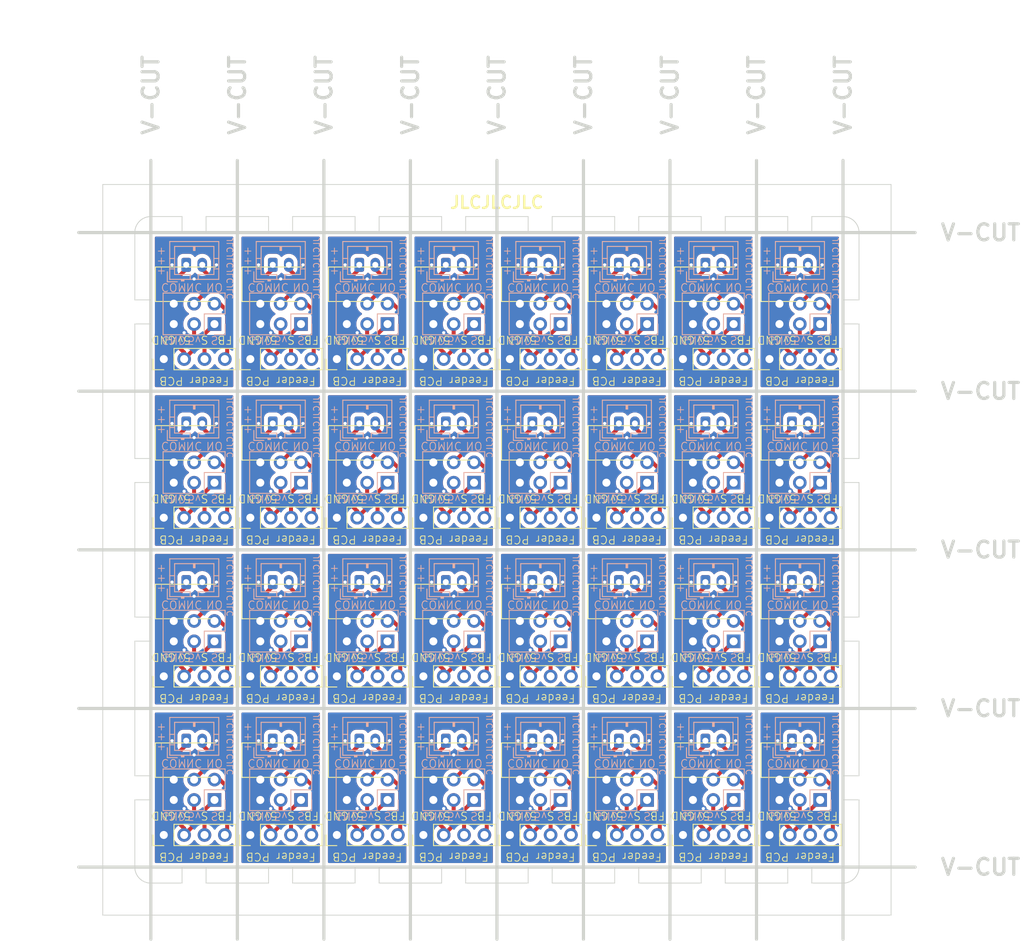
<source format=kicad_pcb>
(kicad_pcb (version 20211014) (generator pcbnew)
  (layers (0 "F.Cu" signal) (31 "B.Cu" signal) (34 "B.Paste" user) (35 "F.Paste" user) (36 "B.SilkS" user "B.Silkscreen") (37 "F.SilkS" user "F.Silkscreen") (38 "B.Mask" user) (39 "F.Mask" user) (44 "Edge.Cuts" user))
  (net 0 "")
  (net 1 "Board_0-+5V")
  (net 2 "Board_0-/FEEDBACK")
  (net 3 "Board_0-/N20-GND")
  (net 4 "Board_0-/SERVO")
  (net 5 "Board_0-GND")
  (net 6 "Board_1-+5V")
  (net 7 "Board_1-/FEEDBACK")
  (net 8 "Board_1-/N20-GND")
  (net 9 "Board_1-/SERVO")
  (net 10 "Board_1-GND")
  (net 11 "Board_2-+5V")
  (net 12 "Board_2-/FEEDBACK")
  (net 13 "Board_2-/N20-GND")
  (net 14 "Board_2-/SERVO")
  (net 15 "Board_2-GND")
  (net 16 "Board_3-+5V")
  (net 17 "Board_3-/FEEDBACK")
  (net 18 "Board_3-/N20-GND")
  (net 19 "Board_3-/SERVO")
  (net 20 "Board_3-GND")
  (net 21 "Board_4-+5V")
  (net 22 "Board_4-/FEEDBACK")
  (net 23 "Board_4-/N20-GND")
  (net 24 "Board_4-/SERVO")
  (net 25 "Board_4-GND")
  (net 26 "Board_5-+5V")
  (net 27 "Board_5-/FEEDBACK")
  (net 28 "Board_5-/N20-GND")
  (net 29 "Board_5-/SERVO")
  (net 30 "Board_5-GND")
  (net 31 "Board_6-+5V")
  (net 32 "Board_6-/FEEDBACK")
  (net 33 "Board_6-/N20-GND")
  (net 34 "Board_6-/SERVO")
  (net 35 "Board_6-GND")
  (net 36 "Board_7-+5V")
  (net 37 "Board_7-/FEEDBACK")
  (net 38 "Board_7-/N20-GND")
  (net 39 "Board_7-/SERVO")
  (net 40 "Board_7-GND")
  (net 41 "Board_8-+5V")
  (net 42 "Board_8-/FEEDBACK")
  (net 43 "Board_8-/N20-GND")
  (net 44 "Board_8-/SERVO")
  (net 45 "Board_8-GND")
  (net 46 "Board_9-+5V")
  (net 47 "Board_9-/FEEDBACK")
  (net 48 "Board_9-/N20-GND")
  (net 49 "Board_9-/SERVO")
  (net 50 "Board_9-GND")
  (net 51 "Board_10-+5V")
  (net 52 "Board_10-/FEEDBACK")
  (net 53 "Board_10-/N20-GND")
  (net 54 "Board_10-/SERVO")
  (net 55 "Board_10-GND")
  (net 56 "Board_11-+5V")
  (net 57 "Board_11-/FEEDBACK")
  (net 58 "Board_11-/N20-GND")
  (net 59 "Board_11-/SERVO")
  (net 60 "Board_11-GND")
  (net 61 "Board_12-+5V")
  (net 62 "Board_12-/FEEDBACK")
  (net 63 "Board_12-/N20-GND")
  (net 64 "Board_12-/SERVO")
  (net 65 "Board_12-GND")
  (net 66 "Board_13-+5V")
  (net 67 "Board_13-/FEEDBACK")
  (net 68 "Board_13-/N20-GND")
  (net 69 "Board_13-/SERVO")
  (net 70 "Board_13-GND")
  (net 71 "Board_14-+5V")
  (net 72 "Board_14-/FEEDBACK")
  (net 73 "Board_14-/N20-GND")
  (net 74 "Board_14-/SERVO")
  (net 75 "Board_14-GND")
  (net 76 "Board_15-+5V")
  (net 77 "Board_15-/FEEDBACK")
  (net 78 "Board_15-/N20-GND")
  (net 79 "Board_15-/SERVO")
  (net 80 "Board_15-GND")
  (net 81 "Board_16-+5V")
  (net 82 "Board_16-/FEEDBACK")
  (net 83 "Board_16-/N20-GND")
  (net 84 "Board_16-/SERVO")
  (net 85 "Board_16-GND")
  (net 86 "Board_17-+5V")
  (net 87 "Board_17-/FEEDBACK")
  (net 88 "Board_17-/N20-GND")
  (net 89 "Board_17-/SERVO")
  (net 90 "Board_17-GND")
  (net 91 "Board_18-+5V")
  (net 92 "Board_18-/FEEDBACK")
  (net 93 "Board_18-/N20-GND")
  (net 94 "Board_18-/SERVO")
  (net 95 "Board_18-GND")
  (net 96 "Board_19-+5V")
  (net 97 "Board_19-/FEEDBACK")
  (net 98 "Board_19-/N20-GND")
  (net 99 "Board_19-/SERVO")
  (net 100 "Board_19-GND")
  (net 101 "Board_20-+5V")
  (net 102 "Board_20-/FEEDBACK")
  (net 103 "Board_20-/N20-GND")
  (net 104 "Board_20-/SERVO")
  (net 105 "Board_20-GND")
  (net 106 "Board_21-+5V")
  (net 107 "Board_21-/FEEDBACK")
  (net 108 "Board_21-/N20-GND")
  (net 109 "Board_21-/SERVO")
  (net 110 "Board_21-GND")
  (net 111 "Board_22-+5V")
  (net 112 "Board_22-/FEEDBACK")
  (net 113 "Board_22-/N20-GND")
  (net 114 "Board_22-/SERVO")
  (net 115 "Board_22-GND")
  (net 116 "Board_23-+5V")
  (net 117 "Board_23-/FEEDBACK")
  (net 118 "Board_23-/N20-GND")
  (net 119 "Board_23-/SERVO")
  (net 120 "Board_23-GND")
  (net 121 "Board_24-+5V")
  (net 122 "Board_24-/FEEDBACK")
  (net 123 "Board_24-/N20-GND")
  (net 124 "Board_24-/SERVO")
  (net 125 "Board_24-GND")
  (net 126 "Board_25-+5V")
  (net 127 "Board_25-/FEEDBACK")
  (net 128 "Board_25-/N20-GND")
  (net 129 "Board_25-/SERVO")
  (net 130 "Board_25-GND")
  (net 131 "Board_26-+5V")
  (net 132 "Board_26-/FEEDBACK")
  (net 133 "Board_26-/N20-GND")
  (net 134 "Board_26-/SERVO")
  (net 135 "Board_26-GND")
  (net 136 "Board_27-+5V")
  (net 137 "Board_27-/FEEDBACK")
  (net 138 "Board_27-/N20-GND")
  (net 139 "Board_27-/SERVO")
  (net 140 "Board_27-GND")
  (net 141 "Board_28-+5V")
  (net 142 "Board_28-/FEEDBACK")
  (net 143 "Board_28-/N20-GND")
  (net 144 "Board_28-/SERVO")
  (net 145 "Board_28-GND")
  (net 146 "Board_29-+5V")
  (net 147 "Board_29-/FEEDBACK")
  (net 148 "Board_29-/N20-GND")
  (net 149 "Board_29-/SERVO")
  (net 150 "Board_29-GND")
  (net 151 "Board_30-+5V")
  (net 152 "Board_30-/FEEDBACK")
  (net 153 "Board_30-/N20-GND")
  (net 154 "Board_30-/SERVO")
  (net 155 "Board_30-GND")
  (net 156 "Board_31-+5V")
  (net 157 "Board_31-/FEEDBACK")
  (net 158 "Board_31-/N20-GND")
  (net 159 "Board_31-/SERVO")
  (net 160 "Board_31-GND")
  (footprint "Connector_PinHeader_2.54mm:PinHeader_1x04_P2.54mm_Vertical" (layer "F.Cu") (at 67.82 55.89 90)
    (fp_text reference "J1" hide)
    (fp_text value "Controller")
  )
  (footprint "Connector_PinHeader_2.54mm:PinHeader_1x04_P2.54mm_Vertical" (layer "F.Cu") (at 121.82 75.69 90)
    (fp_text reference "J1" hide)
    (fp_text value "Controller")
  )
  (footprint "Diode_SMD:D_SMA-SMB_Universal_Handsoldering" (layer "F.Cu") (at 71.62 105.95)
    (fp_text reference "D1" hide)
    (fp_text value "1N4001")
  )
  (footprint "Diode_SMD:D_SMA-SMB_Universal_Handsoldering" (layer "F.Cu") (at 125.62 86.15)
    (fp_text reference "D1" hide)
    (fp_text value "1N4001")
  )
  (footprint "Diode_SMD:D_SMA-SMB_Universal_Handsoldering" (layer "F.Cu") (at 50.02 46.55)
    (fp_text reference "D1" hide)
    (fp_text value "1N4001")
  )
  (footprint "Connector_PinHeader_2.54mm:PinHeader_1x04_P2.54mm_Vertical" (layer "F.Cu") (at 100.22 95.49 90)
    (fp_text reference "J1" hide)
    (fp_text value "Controller")
  )
  (footprint "Diode_SMD:D_SMA-SMB_Universal_Handsoldering" (layer "F.Cu") (at 93.22 66.35)
    (fp_text reference "D1" hide)
    (fp_text value "1N4001")
  )
  (footprint "Connector_PinHeader_2.54mm:PinHeader_1x04_P2.54mm_Vertical" (layer "F.Cu") (at 100.22 115.29 90)
    (fp_text reference "J1" hide)
    (fp_text value "Controller")
  )
  (footprint "Connector_PinHeader_2.54mm:PinHeader_1x04_P2.54mm_Vertical" (layer "F.Cu") (at 111.02 75.69 90)
    (fp_text reference "J1" hide)
    (fp_text value "Controller")
  )
  (footprint "Connector_PinHeader_2.54mm:PinHeader_1x04_P2.54mm_Vertical" (layer "F.Cu") (at 57.02 115.29 90)
    (fp_text reference "J1" hide)
    (fp_text value "Controller")
  )
  (footprint "Connector_PinHeader_2.54mm:PinHeader_1x04_P2.54mm_Vertical" (layer "F.Cu") (at 111.02 55.89 90)
    (fp_text reference "J1" hide)
    (fp_text value "Controller")
  )
  (footprint "Diode_SMD:D_SMA-SMB_Universal_Handsoldering" (layer "F.Cu") (at 82.42 105.95)
    (fp_text reference "D1" hide)
    (fp_text value "1N4001")
  )
  (footprint "Diode_SMD:D_SMA-SMB_Universal_Handsoldering" (layer "F.Cu") (at 50.02 105.95)
    (fp_text reference "D1" hide)
    (fp_text value "1N4001")
  )
  (footprint "Diode_SMD:D_SMA-SMB_Universal_Handsoldering" (layer "F.Cu") (at 104.02 86.15)
    (fp_text reference "D1" hide)
    (fp_text value "1N4001")
  )
  (footprint "Connector_PinHeader_2.54mm:PinHeader_1x04_P2.54mm_Vertical" (layer "F.Cu") (at 78.62 75.69 90)
    (fp_text reference "J1" hide)
    (fp_text value "Controller")
  )
  (footprint "Connector_PinHeader_2.54mm:PinHeader_1x04_P2.54mm_Vertical" (layer "F.Cu") (at 46.22 95.49 90)
    (fp_text reference "J1" hide)
    (fp_text value "Controller")
  )
  (footprint "Diode_SMD:D_SMA-SMB_Universal_Handsoldering" (layer "F.Cu") (at 60.82 46.55)
    (fp_text reference "D1" hide)
    (fp_text value "1N4001")
  )
  (footprint "Connector_PinHeader_2.54mm:PinHeader_1x04_P2.54mm_Vertical" (layer "F.Cu") (at 89.42 95.49 90)
    (fp_text reference "J1" hide)
    (fp_text value "Controller")
  )
  (footprint "Connector_PinHeader_2.54mm:PinHeader_1x04_P2.54mm_Vertical" (layer "F.Cu") (at 89.42 115.29 90)
    (fp_text reference "J1" hide)
    (fp_text value "Controller")
  )
  (footprint "Diode_SMD:D_SMA-SMB_Universal_Handsoldering" (layer "F.Cu") (at 104.02 46.55)
    (fp_text reference "D1" hide)
    (fp_text value "1N4001")
  )
  (footprint "Diode_SMD:D_SMA-SMB_Universal_Handsoldering" (layer "F.Cu") (at 82.42 46.55)
    (fp_text reference "D1" hide)
    (fp_text value "1N4001")
  )
  (footprint "Connector_PinHeader_2.54mm:PinHeader_1x04_P2.54mm_Vertical" (layer "F.Cu") (at 100.22 55.89 90)
    (fp_text reference "J1" hide)
    (fp_text value "Controller")
  )
  (footprint "Connector_PinHeader_2.54mm:PinHeader_1x04_P2.54mm_Vertical" (layer "F.Cu") (at 57.02 75.69 90)
    (fp_text reference "J1" hide)
    (fp_text value "Controller")
  )
  (footprint "Connector_PinHeader_2.54mm:PinHeader_1x04_P2.54mm_Vertical" (layer "F.Cu") (at 78.62 55.89 90)
    (fp_text reference "J1" hide)
    (fp_text value "Controller")
  )
  (footprint "Diode_SMD:D_SMA-SMB_Universal_Handsoldering" (layer "F.Cu") (at 71.62 46.55)
    (fp_text reference "D1" hide)
    (fp_text value "1N4001")
  )
  (footprint "Connector_PinHeader_2.54mm:PinHeader_1x04_P2.54mm_Vertical" (layer "F.Cu") (at 89.42 55.89 90)
    (fp_text reference "J1" hide)
    (fp_text value "Controller")
  )
  (footprint "Diode_SMD:D_SMA-SMB_Universal_Handsoldering" (layer "F.Cu") (at 125.62 105.95)
    (fp_text reference "D1" hide)
    (fp_text value "1N4001")
  )
  (footprint "Diode_SMD:D_SMA-SMB_Universal_Handsoldering" (layer "F.Cu") (at 93.22 86.15)
    (fp_text reference "D1" hide)
    (fp_text value "1N4001")
  )
  (footprint "Diode_SMD:D_SMA-SMB_Universal_Handsoldering" (layer "F.Cu") (at 60.82 86.15)
    (fp_text reference "D1" hide)
    (fp_text value "1N4001")
  )
  (footprint "Diode_SMD:D_SMA-SMB_Universal_Handsoldering" (layer "F.Cu") (at 82.42 66.35)
    (fp_text reference "D1" hide)
    (fp_text value "1N4001")
  )
  (footprint "Diode_SMD:D_SMA-SMB_Universal_Handsoldering" (layer "F.Cu") (at 125.62 46.55)
    (fp_text reference "D1" hide)
    (fp_text value "1N4001")
  )
  (footprint "Connector_PinHeader_2.54mm:PinHeader_1x04_P2.54mm_Vertical" (layer "F.Cu") (at 46.22 55.89 90)
    (fp_text reference "J1" hide)
    (fp_text value "Controller")
  )
  (footprint "Connector_PinHeader_2.54mm:PinHeader_1x04_P2.54mm_Vertical" (layer "F.Cu") (at 100.22 75.69 90)
    (fp_text reference "J1" hide)
    (fp_text value "Controller")
  )
  (footprint "Connector_PinHeader_2.54mm:PinHeader_1x04_P2.54mm_Vertical" (layer "F.Cu") (at 46.22 75.69 90)
    (fp_text reference "J1" hide)
    (fp_text value "Controller")
  )
  (footprint "Diode_SMD:D_SMA-SMB_Universal_Handsoldering" (layer "F.Cu") (at 60.82 105.95)
    (fp_text reference "D1" hide)
    (fp_text value "1N4001")
  )
  (footprint "Diode_SMD:D_SMA-SMB_Universal_Handsoldering" (layer "F.Cu") (at 114.82 46.55)
    (fp_text reference "D1" hide)
    (fp_text value "1N4001")
  )
  (footprint "Diode_SMD:D_SMA-SMB_Universal_Handsoldering" (layer "F.Cu") (at 60.82 66.35)
    (fp_text reference "D1" hide)
    (fp_text value "1N4001")
  )
  (footprint "Diode_SMD:D_SMA-SMB_Universal_Handsoldering" (layer "F.Cu") (at 125.62 66.35)
    (fp_text reference "D1" hide)
    (fp_text value "1N4001")
  )
  (footprint "Diode_SMD:D_SMA-SMB_Universal_Handsoldering" (layer "F.Cu") (at 114.82 105.95)
    (fp_text reference "D1" hide)
    (fp_text value "1N4001")
  )
  (footprint "Connector_PinHeader_2.54mm:PinHeader_1x04_P2.54mm_Vertical" (layer "F.Cu") (at 111.02 115.29 90)
    (fp_text reference "J1" hide)
    (fp_text value "Controller")
  )
  (footprint "Connector_PinHeader_2.54mm:PinHeader_1x04_P2.54mm_Vertical" (layer "F.Cu") (at 111.02 95.49 90)
    (fp_text reference "J1" hide)
    (fp_text value "Controller")
  )
  (footprint "Connector_PinHeader_2.54mm:PinHeader_1x04_P2.54mm_Vertical" (layer "F.Cu") (at 121.82 115.29 90)
    (fp_text reference "J1" hide)
    (fp_text value "Controller")
  )
  (footprint "Connector_PinHeader_2.54mm:PinHeader_1x04_P2.54mm_Vertical" (layer "F.Cu") (at 57.02 95.49 90)
    (fp_text reference "J1" hide)
    (fp_text value "Controller")
  )
  (footprint "Diode_SMD:D_SMA-SMB_Universal_Handsoldering" (layer "F.Cu") (at 50.02 86.15)
    (fp_text reference "D1" hide)
    (fp_text value "1N4001")
  )
  (footprint "Connector_PinHeader_2.54mm:PinHeader_1x04_P2.54mm_Vertical" (layer "F.Cu") (at 78.62 95.49 90)
    (fp_text reference "J1" hide)
    (fp_text value "Controller")
  )
  (footprint "Connector_PinHeader_2.54mm:PinHeader_1x04_P2.54mm_Vertical" (layer "F.Cu") (at 46.22 115.29 90)
    (fp_text reference "J1" hide)
    (fp_text value "Controller")
  )
  (footprint "Connector_PinHeader_2.54mm:PinHeader_1x04_P2.54mm_Vertical" (layer "F.Cu") (at 67.82 95.49 90)
    (fp_text reference "J1" hide)
    (fp_text value "Controller")
  )
  (footprint "Diode_SMD:D_SMA-SMB_Universal_Handsoldering" (layer "F.Cu") (at 93.22 46.55)
    (fp_text reference "D1" hide)
    (fp_text value "1N4001")
  )
  (footprint "Connector_PinHeader_2.54mm:PinHeader_1x04_P2.54mm_Vertical" (layer "F.Cu") (at 121.82 95.49 90)
    (fp_text reference "J1" hide)
    (fp_text value "Controller")
  )
  (footprint "Diode_SMD:D_SMA-SMB_Universal_Handsoldering" (layer "F.Cu") (at 114.82 86.15)
    (fp_text reference "D1" hide)
    (fp_text value "1N4001")
  )
  (footprint "Connector_PinHeader_2.54mm:PinHeader_1x04_P2.54mm_Vertical" (layer "F.Cu") (at 67.82 75.69 90)
    (fp_text reference "J1" hide)
    (fp_text value "Controller")
  )
  (footprint "Diode_SMD:D_SMA-SMB_Universal_Handsoldering" (layer "F.Cu") (at 50.02 66.35)
    (fp_text reference "D1" hide)
    (fp_text value "1N4001")
  )
  (footprint "Diode_SMD:D_SMA-SMB_Universal_Handsoldering" (layer "F.Cu") (at 71.62 66.35)
    (fp_text reference "D1" hide)
    (fp_text value "1N4001")
  )
  (footprint "Diode_SMD:D_SMA-SMB_Universal_Handsoldering" (layer "F.Cu") (at 82.42 86.15)
    (fp_text reference "D1" hide)
    (fp_text value "1N4001")
  )
  (footprint "Diode_SMD:D_SMA-SMB_Universal_Handsoldering" (layer "F.Cu") (at 114.82 66.35)
    (fp_text reference "D1" hide)
    (fp_text value "1N4001")
  )
  (footprint "Connector_PinHeader_2.54mm:PinHeader_1x04_P2.54mm_Vertical" (layer "F.Cu") (at 67.82 115.29 90)
    (fp_text reference "J1" hide)
    (fp_text value "Controller")
  )
  (footprint "Connector_PinHeader_2.54mm:PinHeader_1x04_P2.54mm_Vertical" (layer "F.Cu") (at 78.62 115.29 90)
    (fp_text reference "J1" hide)
    (fp_text value "Controller")
  )
  (footprint "Connector_PinHeader_2.54mm:PinHeader_1x04_P2.54mm_Vertical" (layer "F.Cu") (at 89.42 75.69 90)
    (fp_text reference "J1" hide)
    (fp_text value "Controller")
  )
  (footprint "Connector_PinHeader_2.54mm:PinHeader_1x04_P2.54mm_Vertical" (layer "F.Cu") (at 121.82 55.89 90)
    (fp_text reference "J1" hide)
    (fp_text value "Controller")
  )
  (footprint "Diode_SMD:D_SMA-SMB_Universal_Handsoldering" (layer "F.Cu") (at 104.02 66.35)
    (fp_text reference "D1" hide)
    (fp_text value "1N4001")
  )
  (footprint "Connector_PinHeader_2.54mm:PinHeader_1x04_P2.54mm_Vertical" (layer "F.Cu") (at 57.02 55.89 90)
    (fp_text reference "J1" hide)
    (fp_text value "Controller")
  )
  (footprint "Diode_SMD:D_SMA-SMB_Universal_Handsoldering" (layer "F.Cu") (at 71.62 86.15)
    (fp_text reference "D1" hide)
    (fp_text value "1N4001")
  )
  (footprint "Diode_SMD:D_SMA-SMB_Universal_Handsoldering" (layer "F.Cu") (at 93.22 105.95)
    (fp_text reference "D1" hide)
    (fp_text value "1N4001")
  )
  (footprint "Diode_SMD:D_SMA-SMB_Universal_Handsoldering" (layer "F.Cu") (at 104.02 105.95)
    (fp_text reference "D1" hide)
    (fp_text value "1N4001")
  )
  (footprint "Connector_JST:JST_PH_B2B-PH-K_1x02_P2.00mm_Vertical" (layer "B.Cu") (at 81.42 44.13)
    (fp_text reference "J2" hide)
    (fp_text value "N20")
  )
  (footprint "Connector_PinHeader_2.54mm:PinHeader_2x03_P2.54mm_Vertical" (layer "B.Cu") (at 106.545 91.12 90)
    (fp_text reference "J3" hide)
    (fp_text value "Servo/Feedback")
  )
  (footprint "Connector_PinHeader_2.54mm:PinHeader_2x03_P2.54mm_Vertical" (layer "B.Cu") (at 84.945 91.12 90)
    (fp_text reference "J3" hide)
    (fp_text value "Servo/Feedback")
  )
  (footprint "Connector_JST:JST_PH_B2B-PH-K_1x02_P2.00mm_Vertical" (layer "B.Cu") (at 70.62 44.13)
    (fp_text reference "J2" hide)
    (fp_text value "N20")
  )
  (footprint "Connector_JST:JST_PH_B2B-PH-K_1x02_P2.00mm_Vertical" (layer "B.Cu") (at 92.22 83.73)
    (fp_text reference "J2" hide)
    (fp_text value "N20")
  )
  (footprint "Connector_PinHeader_2.54mm:PinHeader_2x03_P2.54mm_Vertical" (layer "B.Cu") (at 52.545 110.92 90)
    (fp_text reference "J3" hide)
    (fp_text value "Servo/Feedback")
  )
  (footprint "Connector_JST:JST_PH_B2B-PH-K_1x02_P2.00mm_Vertical" (layer "B.Cu") (at 124.62 63.93)
    (fp_text reference "J2" hide)
    (fp_text value "N20")
  )
  (footprint "Connector_JST:JST_PH_B2B-PH-K_1x02_P2.00mm_Vertical" (layer "B.Cu") (at 92.22 103.53)
    (fp_text reference "J2" hide)
    (fp_text value "N20")
  )
  (footprint "Connector_PinHeader_2.54mm:PinHeader_2x03_P2.54mm_Vertical" (layer "B.Cu") (at 63.345 91.12 90)
    (fp_text reference "J3" hide)
    (fp_text value "Servo/Feedback")
  )
  (footprint "Connector_PinHeader_2.54mm:PinHeader_2x03_P2.54mm_Vertical" (layer "B.Cu") (at 117.345 91.12 90)
    (fp_text reference "J3" hide)
    (fp_text value "Servo/Feedback")
  )
  (footprint "Connector_JST:JST_PH_B2B-PH-K_1x02_P2.00mm_Vertical" (layer "B.Cu") (at 113.82 83.73)
    (fp_text reference "J2" hide)
    (fp_text value "N20")
  )
  (footprint "Connector_PinHeader_2.54mm:PinHeader_2x03_P2.54mm_Vertical" (layer "B.Cu") (at 74.145 110.92 90)
    (fp_text reference "J3" hide)
    (fp_text value "Servo/Feedback")
  )
  (footprint "Connector_PinHeader_2.54mm:PinHeader_2x03_P2.54mm_Vertical" (layer "B.Cu") (at 84.945 71.32 90)
    (fp_text reference "J3" hide)
    (fp_text value "Servo/Feedback")
  )
  (footprint "Connector_JST:JST_PH_B2B-PH-K_1x02_P2.00mm_Vertical" (layer "B.Cu") (at 113.82 63.93)
    (fp_text reference "J2" hide)
    (fp_text value "N20")
  )
  (footprint "Connector_JST:JST_PH_B2B-PH-K_1x02_P2.00mm_Vertical" (layer "B.Cu") (at 59.82 83.73)
    (fp_text reference "J2" hide)
    (fp_text value "N20")
  )
  (footprint "Connector_JST:JST_PH_B2B-PH-K_1x02_P2.00mm_Vertical" (layer "B.Cu") (at 124.62 103.53)
    (fp_text reference "J2" hide)
    (fp_text value "N20")
  )
  (footprint "Connector_JST:JST_PH_B2B-PH-K_1x02_P2.00mm_Vertical" (layer "B.Cu") (at 92.22 63.93)
    (fp_text reference "J2" hide)
    (fp_text value "N20")
  )
  (footprint "Connector_PinHeader_2.54mm:PinHeader_2x03_P2.54mm_Vertical" (layer "B.Cu") (at 128.145 110.92 90)
    (fp_text reference "J3" hide)
    (fp_text value "Servo/Feedback")
  )
  (footprint "Connector_JST:JST_PH_B2B-PH-K_1x02_P2.00mm_Vertical" (layer "B.Cu") (at 59.82 44.13)
    (fp_text reference "J2" hide)
    (fp_text value "N20")
  )
  (footprint "Connector_PinHeader_2.54mm:PinHeader_2x03_P2.54mm_Vertical" (layer "B.Cu") (at 95.745 110.92 90)
    (fp_text reference "J3" hide)
    (fp_text value "Servo/Feedback")
  )
  (footprint "Connector_PinHeader_2.54mm:PinHeader_2x03_P2.54mm_Vertical" (layer "B.Cu") (at 95.745 51.52 90)
    (fp_text reference "J3" hide)
    (fp_text value "Servo/Feedback")
  )
  (footprint "Connector_PinHeader_2.54mm:PinHeader_2x03_P2.54mm_Vertical" (layer "B.Cu") (at 52.545 71.32 90)
    (fp_text reference "J3" hide)
    (fp_text value "Servo/Feedback")
  )
  (footprint "Connector_JST:JST_PH_B2B-PH-K_1x02_P2.00mm_Vertical" (layer "B.Cu") (at 59.82 63.93)
    (fp_text reference "J2" hide)
    (fp_text value "N20")
  )
  (footprint "Connector_PinHeader_2.54mm:PinHeader_2x03_P2.54mm_Vertical" (layer "B.Cu") (at 117.345 51.52 90)
    (fp_text reference "J3" hide)
    (fp_text value "Servo/Feedback")
  )
  (footprint "Connector_PinHeader_2.54mm:PinHeader_2x03_P2.54mm_Vertical" (layer "B.Cu") (at 128.145 71.32 90)
    (fp_text reference "J3" hide)
    (fp_text value "Servo/Feedback")
  )
  (footprint "Connector_PinHeader_2.54mm:PinHeader_2x03_P2.54mm_Vertical" (layer "B.Cu") (at 106.545 71.32 90)
    (fp_text reference "J3" hide)
    (fp_text value "Servo/Feedback")
  )
  (footprint "Connector_JST:JST_PH_B2B-PH-K_1x02_P2.00mm_Vertical" (layer "B.Cu") (at 49.02 83.73)
    (fp_text reference "J2" hide)
    (fp_text value "N20")
  )
  (footprint "Connector_JST:JST_PH_B2B-PH-K_1x02_P2.00mm_Vertical" (layer "B.Cu") (at 113.82 44.13)
    (fp_text reference "J2" hide)
    (fp_text value "N20")
  )
  (footprint "Connector_PinHeader_2.54mm:PinHeader_2x03_P2.54mm_Vertical" (layer "B.Cu") (at 106.545 110.92 90)
    (fp_text reference "J3" hide)
    (fp_text value "Servo/Feedback")
  )
  (footprint "Connector_JST:JST_PH_B2B-PH-K_1x02_P2.00mm_Vertical" (layer "B.Cu") (at 124.62 83.73)
    (fp_text reference "J2" hide)
    (fp_text value "N20")
  )
  (footprint "Connector_JST:JST_PH_B2B-PH-K_1x02_P2.00mm_Vertical" (layer "B.Cu") (at 70.62 103.53)
    (fp_text reference "J2" hide)
    (fp_text value "N20")
  )
  (footprint "Connector_JST:JST_PH_B2B-PH-K_1x02_P2.00mm_Vertical" (layer "B.Cu") (at 103.02 44.13)
    (fp_text reference "J2" hide)
    (fp_text value "N20")
  )
  (footprint "Connector_JST:JST_PH_B2B-PH-K_1x02_P2.00mm_Vertical" (layer "B.Cu") (at 81.42 83.73)
    (fp_text reference "J2" hide)
    (fp_text value "N20")
  )
  (footprint "Connector_JST:JST_PH_B2B-PH-K_1x02_P2.00mm_Vertical" (layer "B.Cu") (at 103.02 83.73)
    (fp_text reference "J2" hide)
    (fp_text value "N20")
  )
  (footprint "Connector_JST:JST_PH_B2B-PH-K_1x02_P2.00mm_Vertical" (layer "B.Cu") (at 81.42 63.93)
    (fp_text reference "J2" hide)
    (fp_text value "N20")
  )
  (footprint "Connector_JST:JST_PH_B2B-PH-K_1x02_P2.00mm_Vertical" (layer "B.Cu") (at 59.82 103.53)
    (fp_text reference "J2" hide)
    (fp_text value "N20")
  )
  (footprint "Connector_JST:JST_PH_B2B-PH-K_1x02_P2.00mm_Vertical" (layer "B.Cu") (at 103.02 63.93)
    (fp_text reference "J2" hide)
    (fp_text value "N20")
  )
  (footprint "Connector_PinHeader_2.54mm:PinHeader_2x03_P2.54mm_Vertical" (layer "B.Cu") (at 52.545 91.12 90)
    (fp_text reference "J3" hide)
    (fp_text value "Servo/Feedback")
  )
  (footprint "Connector_PinHeader_2.54mm:PinHeader_2x03_P2.54mm_Vertical" (layer "B.Cu") (at 117.345 71.32 90)
    (fp_text reference "J3" hide)
    (fp_text value "Servo/Feedback")
  )
  (footprint "Connector_JST:JST_PH_B2B-PH-K_1x02_P2.00mm_Vertical" (layer "B.Cu") (at 70.62 63.93)
    (fp_text reference "J2" hide)
    (fp_text value "N20")
  )
  (footprint "Connector_PinHeader_2.54mm:PinHeader_2x03_P2.54mm_Vertical" (layer "B.Cu") (at 63.345 110.92 90)
    (fp_text reference "J3" hide)
    (fp_text value "Servo/Feedback")
  )
  (footprint "Connector_PinHeader_2.54mm:PinHeader_2x03_P2.54mm_Vertical" (layer "B.Cu") (at 95.745 71.32 90)
    (fp_text reference "J3" hide)
    (fp_text value "Servo/Feedback")
  )
  (footprint "Connector_JST:JST_PH_B2B-PH-K_1x02_P2.00mm_Vertical" (layer "B.Cu") (at 124.62 44.13)
    (fp_text reference "J2" hide)
    (fp_text value "N20")
  )
  (footprint "Connector_PinHeader_2.54mm:PinHeader_2x03_P2.54mm_Vertical" (layer "B.Cu") (at 84.945 51.52 90)
    (fp_text reference "J3" hide)
    (fp_text value "Servo/Feedback")
  )
  (footprint "Connector_JST:JST_PH_B2B-PH-K_1x02_P2.00mm_Vertical" (layer "B.Cu") (at 49.02 44.13)
    (fp_text reference "J2" hide)
    (fp_text value "N20")
  )
  (footprint "Connector_PinHeader_2.54mm:PinHeader_2x03_P2.54mm_Vertical" (layer "B.Cu") (at 128.145 51.52 90)
    (fp_text reference "J3" hide)
    (fp_text value "Servo/Feedback")
  )
  (footprint "Connector_JST:JST_PH_B2B-PH-K_1x02_P2.00mm_Vertical" (layer "B.Cu") (at 92.22 44.13)
    (fp_text reference "J2" hide)
    (fp_text value "N20")
  )
  (footprint "Connector_JST:JST_PH_B2B-PH-K_1x02_P2.00mm_Vertical" (layer "B.Cu") (at 103.02 103.53)
    (fp_text reference "J2" hide)
    (fp_text value "N20")
  )
  (footprint "Connector_PinHeader_2.54mm:PinHeader_2x03_P2.54mm_Vertical" (layer "B.Cu") (at 117.345 110.92 90)
    (fp_text reference "J3" hide)
    (fp_text value "Servo/Feedback")
  )
  (footprint "Connector_PinHeader_2.54mm:PinHeader_2x03_P2.54mm_Vertical" (layer "B.Cu") (at 52.545 51.52 90)
    (fp_text reference "J3" hide)
    (fp_text value "Servo/Feedback")
  )
  (footprint "Connector_PinHeader_2.54mm:PinHeader_2x03_P2.54mm_Vertical" (layer "B.Cu") (at 128.145 91.12 90)
    (fp_text reference "J3" hide)
    (fp_text value "Servo/Feedback")
  )
  (footprint "Connector_JST:JST_PH_B2B-PH-K_1x02_P2.00mm_Vertical" (layer "B.Cu") (at 81.42 103.53)
    (fp_text reference "J2" hide)
    (fp_text value "N20")
  )
  (footprint "Connector_PinHeader_2.54mm:PinHeader_2x03_P2.54mm_Vertical" (layer "B.Cu") (at 63.345 71.32 90)
    (fp_text reference "J3" hide)
    (fp_text value "Servo/Feedback")
  )
  (footprint "Connector_JST:JST_PH_B2B-PH-K_1x02_P2.00mm_Vertical" (layer "B.Cu") (at 70.62 83.73)
    (fp_text reference "J2" hide)
    (fp_text value "N20")
  )
  (footprint "Connector_JST:JST_PH_B2B-PH-K_1x02_P2.00mm_Vertical" (layer "B.Cu") (at 49.02 103.53)
    (fp_text reference "J2" hide)
    (fp_text value "N20")
  )
  (footprint "Connector_PinHeader_2.54mm:PinHeader_2x03_P2.54mm_Vertical" (layer "B.Cu") (at 63.345 51.52 90)
    (fp_text reference "J3" hide)
    (fp_text value "Servo/Feedback")
  )
  (footprint "Connector_PinHeader_2.54mm:PinHeader_2x03_P2.54mm_Vertical" (layer "B.Cu") (at 84.945 110.92 90)
    (fp_text reference "J3" hide)
    (fp_text value "Servo/Feedback")
  )
  (footprint "Connector_PinHeader_2.54mm:PinHeader_2x03_P2.54mm_Vertical" (layer "B.Cu") (at 74.145 71.32 90)
    (fp_text reference "J3" hide)
    (fp_text value "Servo/Feedback")
  )
  (footprint "Connector_JST:JST_PH_B2B-PH-K_1x02_P2.00mm_Vertical" (layer "B.Cu") (at 49.02 63.93)
    (fp_text reference "J2" hide)
    (fp_text value "N20")
  )
  (footprint "Connector_PinHeader_2.54mm:PinHeader_2x03_P2.54mm_Vertical" (layer "B.Cu") (at 106.545 51.52 90)
    (fp_text reference "J3" hide)
    (fp_text value "Servo/Feedback")
  )
  (footprint "Connector_PinHeader_2.54mm:PinHeader_2x03_P2.54mm_Vertical" (layer "B.Cu") (at 74.145 91.12 90)
    (fp_text reference "J3" hide)
    (fp_text value "Servo/Feedback")
  )
  (footprint "Connector_PinHeader_2.54mm:PinHeader_2x03_P2.54mm_Vertical" (layer "B.Cu") (at 95.745 91.12 90)
    (fp_text reference "J3" hide)
    (fp_text value "Servo/Feedback")
  )
  (footprint "Connector_PinHeader_2.54mm:PinHeader_2x03_P2.54mm_Vertical" (layer "B.Cu") (at 74.145 51.52 90)
    (fp_text reference "J3" hide)
    (fp_text value "Servo/Feedback")
  )
  (footprint "Connector_JST:JST_PH_B2B-PH-K_1x02_P2.00mm_Vertical" (layer "B.Cu") (at 113.82 103.53)
    (fp_text reference "J2" hide)
    (fp_text value "N20")
  )
  (gr_line (start 59.3 121.299) (end 51.5 121.299) (layer "Edge.Cuts") (width 0.1))
  (gr_line (start 44.601 38.101) (end 48.5 38.101) (layer "Edge.Cuts") (width 0.1))
  (gr_line (start 136.999 34.099) (end 38.601 34.099) (layer "Edge.Cuts") (width 0.1))
  (gr_line (start 94.7 119.301) (end 102.5 119.301) (layer "Edge.Cuts") (width 0.1))
  (gr_line (start 124.1 121.299) (end 116.3 121.299) (layer "Edge.Cuts") (width 0.1))
  (gr_line (start 94.7 38.101) (end 102.5 38.101) (layer "Edge.Cuts") (width 0.1))
  (gr_line (start 44.599 68.3) (end 42.602 68.3) (layer "Edge.Cuts") (width 0.1))
  (gr_line (start 94.7 40.099) (end 94.7 38.101) (layer "Edge.Cuts") (width 0.1))
  (gr_line (start 51.5 121.299) (end 51.5 119.301) (layer "Edge.Cuts") (width 0.1))
  (gr_line (start 131.941793 121.062842) (end 131.764366 121.146759) (layer "Edge.Cuts") (width 0.1))
  (gr_line (start 43.332213 120.84502) (end 43.186786 120.713213) (layer "Edge.Cuts") (width 0.1))
  (gr_line (start 80.9 121.299) (end 73.1 121.299) (layer "Edge.Cuts") (width 0.1))
  (gr_line (start 62.3 40.099) (end 62.3 38.101) (layer "Edge.Cuts") (width 0.1))
  (gr_line (start 44.210819 121.26057) (end 44.02043 121.21288) (layer "Edge.Cuts") (width 0.1))
  (gr_line (start 132.762842 39.158206) (end 132.846759 39.335633) (layer "Edge.Cuts") (width 0.1))
  (gr_line (start 38.601 125.301) (end 136.999 125.301) (layer "Edge.Cuts") (width 0.1))
  (gr_line (start 44.404965 38.11063) (end 44.601 38.101) (layer "Edge.Cuts") (width 0.1))
  (gr_line (start 43.186786 38.686786) (end 43.332213 38.554979) (layer "Edge.Cuts") (width 0.1))
  (gr_line (start 91.7 38.101) (end 91.7 40.099) (layer "Edge.Cuts") (width 0.1))
  (gr_line (start 132.267786 38.554979) (end 132.413213 38.686786) (layer "Edge.Cuts") (width 0.1))
  (gr_line (start 113.3 121.299) (end 105.5 121.299) (layer "Edge.Cuts") (width 0.1))
  (gr_line (start 70.1 40.099) (end 62.3 40.099) (layer "Edge.Cuts") (width 0.1))
  (gr_line (start 44.599 59.9) (end 44.599 68.3) (layer "Edge.Cuts") (width 0.1))
  (gr_line (start 127.1 38.101) (end 130.999 38.101) (layer "Edge.Cuts") (width 0.1))
  (gr_line (start 51.5 119.301) (end 59.3 119.301) (layer "Edge.Cuts") (width 0.1))
  (gr_line (start 131.764366 38.25324) (end 131.941793 38.337157) (layer "Edge.Cuts") (width 0.1))
  (gr_line (start 59.3 119.301) (end 59.3 121.299) (layer "Edge.Cuts") (width 0.1))
  (gr_line (start 42.602 51.5) (end 44.599 51.5) (layer "Edge.Cuts") (width 0.1))
  (gr_line (start 132.54502 120.567786) (end 132.413213 120.713213) (layer "Edge.Cuts") (width 0.1))
  (gr_line (start 44.599 88.1) (end 42.602 88.1) (layer "Edge.Cuts") (width 0.1))
  (gr_line (start 59.3 40.099) (end 55.4 40.099) (layer "Edge.Cuts") (width 0.1))
  (gr_line (start 43.186786 120.713213) (end 43.054979 120.567786) (layer "Edge.Cuts") (width 0.1))
  (gr_line (start 35.601 79.7) (end 139.999 79.7) (layer "Edge.Cuts") (width 0.4))
  (gr_line (start 42.75324 39.335633) (end 42.837157 39.158206) (layer "Edge.Cuts") (width 0.1))
  (gr_line (start 62.3 38.101) (end 70.1 38.101) (layer "Edge.Cuts") (width 0.1))
  (gr_line (start 131.38918 121.26057) (end 131.195034 121.289369) (layer "Edge.Cuts") (width 0.1))
  (gr_line (start 113.3 40.099) (end 105.5 40.099) (layer "Edge.Cuts") (width 0.1))
  (gr_line (start 105.5 40.099) (end 105.5 38.101) (layer "Edge.Cuts") (width 0.1))
  (gr_line (start 105.5 121.299) (end 105.5 119.301) (layer "Edge.Cuts") (width 0.1))
  (gr_line (start 131.001 88.1) (end 131.001 79.7) (layer "Edge.Cuts") (width 0.1))
  (gr_line (start 80.9 38.101) (end 80.9 40.099) (layer "Edge.Cuts") (width 0.1))
  (gr_line (start 44.599 48.5) (end 42.602 48.5) (layer "Edge.Cuts") (width 0.1))
  (gr_line (start 102.5 38.101) (end 102.5 40.099) (layer "Edge.Cuts") (width 0.1))
  (gr_line (start 48.5 119.301) (end 48.5 121.299) (layer "Edge.Cuts") (width 0.1))
  (gr_line (start 131.001 99.5) (end 131.001 91.1) (layer "Edge.Cuts") (width 0.1))
  (gr_line (start 38.601 34.099) (end 38.601 125.301) (layer "Edge.Cuts") (width 0.1))
  (gr_line (start 70.1 38.101) (end 70.1 40.099) (layer "Edge.Cuts") (width 0.1))
  (gr_line (start 132.846759 120.064366) (end 132.762842 120.241793) (layer "Edge.Cuts") (width 0.1))
  (gr_line (start 91.7 40.099) (end 83.9 40.099) (layer "Edge.Cuts") (width 0.1))
  (gr_line (start 43.332213 38.554979) (end 43.489859 38.43806) (layer "Edge.Cuts") (width 0.1))
  (gr_line (start 131.000831 119.300555) (end 131.001 110.9) (layer "Edge.Cuts") (width 0.1))
  (gr_line (start 44.02043 121.21288) (end 43.835633 121.146759) (layer "Edge.Cuts") (width 0.1))
  (gr_line (start 44.6 31.099) (end 44.6 128.301) (layer "Edge.Cuts") (width 0.4))
  (gr_line (start 43.835633 38.25324) (end 44.02043 38.187119) (layer "Edge.Cuts") (width 0.1))
  (gr_line (start 42.639429 39.710819) (end 42.687119 39.52043) (layer "Edge.Cuts") (width 0.1))
  (gr_line (start 116.3 121.299) (end 116.3 119.301) (layer "Edge.Cuts") (width 0.1))
  (gr_line (start 43.489859 38.43806) (end 43.658206 38.337157) (layer "Edge.Cuts") (width 0.1))
  (gr_line (start 70.1 121.299) (end 62.3 121.299) (layer "Edge.Cuts") (width 0.1))
  (gr_line (start 131.941793 38.337157) (end 132.11014 38.43806) (layer "Edge.Cuts") (width 0.1))
  (gr_line (start 73.1 38.101) (end 80.9 38.101) (layer "Edge.Cuts") (width 0.1))
  (gr_line (start 44.599 71.3) (end 44.599 79.7) (layer "Edge.Cuts") (width 0.1))
  (gr_line (start 116.3 40.099) (end 116.3 38.101) (layer "Edge.Cuts") (width 0.1))
  (gr_line (start 102.5 121.299) (end 94.7 121.299) (layer "Edge.Cuts") (width 0.1))
  (gr_line (start 132.998 48.5) (end 131.001 48.5) (layer "Edge.Cuts") (width 0.1))
  (gr_line (start 105.5 38.101) (end 113.3 38.101) (layer "Edge.Cuts") (width 0.1))
  (gr_line (start 44.599 51.5) (end 44.599 59.9) (layer "Edge.Cuts") (width 0.1))
  (gr_line (start 42.93806 120.41014) (end 42.837157 120.241793) (layer "Edge.Cuts") (width 0.1))
  (gr_line (start 42.61063 119.495034) (end 42.602 119.319355) (layer "Edge.Cuts") (width 0.1))
  (gr_line (start 132.762842 120.241793) (end 132.661939 120.41014) (layer "Edge.Cuts") (width 0.1))
  (gr_line (start 42.837157 120.241793) (end 42.75324 120.064366) (layer "Edge.Cuts") (width 0.1))
  (gr_line (start 132.54502 38.832213) (end 132.661939 38.989859) (layer "Edge.Cuts") (width 0.1))
  (gr_line (start 131 31.099) (end 131 128.301) (layer "Edge.Cuts") (width 0.4))
  (gr_line (start 42.602 91.1) (end 44.599 91.1) (layer "Edge.Cuts") (width 0.1))
  (gr_line (start 91.7 119.301) (end 91.7 121.299) (layer "Edge.Cuts") (width 0.1))
  (gr_line (start 42.837157 39.158206) (end 42.93806 38.989859) (layer "Edge.Cuts") (width 0.1))
  (gr_line (start 44.599 107.9) (end 42.602 107.9) (layer "Edge.Cuts") (width 0.1))
  (gr_line (start 132.989369 119.495034) (end 132.96057 119.68918) (layer "Edge.Cuts") (width 0.1))
  (gr_line (start 48.5 40.099) (end 44.599168 40.099444) (layer "Edge.Cuts") (width 0.1))
  (gr_line (start 131.764366 121.146759) (end 131.579569 121.21288) (layer "Edge.Cuts") (width 0.1))
  (gr_line (start 120.2 31.099) (end 120.2 128.301) (layer "Edge.Cuts") (width 0.4))
  (gr_line (start 116.3 38.101) (end 124.1 38.101) (layer "Edge.Cuts") (width 0.1))
  (gr_line (start 124.1 40.099) (end 116.3 40.099) (layer "Edge.Cuts") (width 0.1))
  (gr_line (start 132.96057 39.710819) (end 132.989369 39.904965) (layer "Edge.Cuts") (width 0.1))
  (gr_line (start 91.7 121.299) (end 83.9 121.299) (layer "Edge.Cuts") (width 0.1))
  (gr_line (start 87.8 31.099) (end 87.8 128.301) (layer "Edge.Cuts") (width 0.4))
  (gr_line (start 48.5 38.101) (end 48.5 40.099) (layer "Edge.Cuts") (width 0.1))
  (gr_line (start 42.602 88.1) (end 42.602 71.3) (layer "Edge.Cuts") (width 0.1))
  (gr_line (start 55.4 31.099) (end 55.4 128.301) (layer "Edge.Cuts") (width 0.4))
  (gr_line (start 51.5 38.101) (end 59.3 38.101) (layer "Edge.Cuts") (width 0.1))
  (gr_line (start 127.1 40.099) (end 127.1 38.101) (layer "Edge.Cuts") (width 0.1))
  (gr_line (start 44.599 91.1) (end 44.599 99.5) (layer "Edge.Cuts") (width 0.1))
  (gr_line (start 124.1 119.301) (end 124.1 121.299) (layer "Edge.Cuts") (width 0.1))
  (gr_line (start 131.001 91.1) (end 132.998 91.1) (layer "Edge.Cuts") (width 0.1))
  (gr_line (start 83.9 38.101) (end 91.7 38.101) (layer "Edge.Cuts") (width 0.1))
  (gr_line (start 42.61063 39.904965) (end 42.639429 39.710819) (layer "Edge.Cuts") (width 0.1))
  (gr_line (start 98.6 31.099) (end 98.6 128.301) (layer "Edge.Cuts") (width 0.4))
  (gr_line (start 132.91288 39.52043) (end 132.96057 39.710819) (layer "Edge.Cuts") (width 0.1))
  (gr_line (start 43.054979 120.567786) (end 42.93806 120.41014) (layer "Edge.Cuts") (width 0.1))
  (gr_line (start 44.599 79.7) (end 44.599 88.1) (layer "Edge.Cuts") (width 0.1))
  (gr_line (start 131.38918 38.139429) (end 131.579569 38.187119) (layer "Edge.Cuts") (width 0.1))
  (gr_line (start 124.1 38.101) (end 124.1 40.099) (layer "Edge.Cuts") (width 0.1))
  (gr_line (start 44.02043 38.187119) (end 44.210819 38.139429) (layer "Edge.Cuts") (width 0.1))
  (gr_line (start 132.989369 39.904965) (end 132.998 40.080644) (layer "Edge.Cuts") (width 0.1))
  (gr_line (start 130.999 121.299) (end 127.1 121.299) (layer "Edge.Cuts") (width 0.1))
  (gr_line (start 83.9 40.099) (end 83.9 38.101) (layer "Edge.Cuts") (width 0.1))
  (gr_line (start 43.835633 121.146759) (end 43.658206 121.062842) (layer "Edge.Cuts") (width 0.1))
  (gr_line (start 62.3 119.301) (end 70.1 119.301) (layer "Edge.Cuts") (width 0.1))
  (gr_line (start 35.601 119.3) (end 139.999 119.3) (layer "Edge.Cuts") (width 0.4))
  (gr_line (start 131.579569 38.187119) (end 131.764366 38.25324) (layer "Edge.Cuts") (width 0.1))
  (gr_line (start 42.602 107.9) (end 42.602 91.1) (layer "Edge.Cuts") (width 0.1))
  (gr_line (start 42.687119 119.879569) (end 42.639429 119.68918) (layer "Edge.Cuts") (width 0.1))
  (gr_line (start 42.602 40.080644) (end 42.61063 39.904965) (layer "Edge.Cuts") (width 0.1))
  (gr_line (start 132.998 91.1) (end 132.998 107.9) (layer "Edge.Cuts") (width 0.1))
  (gr_line (start 44.599 99.5) (end 44.599 107.9) (layer "Edge.Cuts") (width 0.1))
  (gr_line (start 42.602 68.3) (end 42.602 51.5) (layer "Edge.Cuts") (width 0.1))
  (gr_line (start 43.054979 38.832213) (end 43.186786 38.686786) (layer "Edge.Cuts") (width 0.1))
  (gr_line (start 132.96057 119.68918) (end 132.91288 119.879569) (layer "Edge.Cuts") (width 0.1))
  (gr_line (start 132.413213 38.686786) (end 132.54502 38.832213) (layer "Edge.Cuts") (width 0.1))
  (gr_line (start 59.3 38.101) (end 59.3 40.099) (layer "Edge.Cuts") (width 0.1))
  (gr_line (start 44.210819 38.139429) (end 44.404965 38.11063) (layer "Edge.Cuts") (width 0.1))
  (gr_line (start 113.3 119.301) (end 113.3 121.299) (layer "Edge.Cuts") (width 0.1))
  (gr_line (start 131.001 51.5) (end 132.998 51.5) (layer "Edge.Cuts") (width 0.1))
  (gr_line (start 127.1 121.299) (end 127.1 119.301) (layer "Edge.Cuts") (width 0.1))
  (gr_line (start 131.001 107.9) (end 131.001 99.5) (layer "Edge.Cuts") (width 0.1))
  (gr_line (start 42.93806 38.989859) (end 43.054979 38.832213) (layer "Edge.Cuts") (width 0.1))
  (gr_line (start 132.413213 120.713213) (end 132.267786 120.84502) (layer "Edge.Cuts") (width 0.1))
  (gr_line (start 132.11014 120.961939) (end 131.941793 121.062842) (layer "Edge.Cuts") (width 0.1))
  (gr_line (start 44.404965 121.289369) (end 44.210819 121.26057) (layer "Edge.Cuts") (width 0.1))
  (gr_line (start 55.4 40.099) (end 51.5 40.099) (layer "Edge.Cuts") (width 0.1))
  (gr_line (start 62.3 121.299) (end 62.3 119.301) (layer "Edge.Cuts") (width 0.1))
  (gr_line (start 131.001 71.3) (end 132.998 71.3) (layer "Edge.Cuts") (width 0.1))
  (gr_line (start 105.5 119.301) (end 113.3 119.301) (layer "Edge.Cuts") (width 0.1))
  (gr_line (start 42.602 110.9) (end 44.599 110.9) (layer "Edge.Cuts") (width 0.1))
  (gr_line (start 132.11014 38.43806) (end 132.267786 38.554979) (layer "Edge.Cuts") (width 0.1))
  (gr_line (start 132.661939 120.41014) (end 132.54502 120.567786) (layer "Edge.Cuts") (width 0.1))
  (gr_line (start 94.7 121.299) (end 94.7 119.301) (layer "Edge.Cuts") (width 0.1))
  (gr_line (start 132.998 40.080644) (end 132.998 48.5) (layer "Edge.Cuts") (width 0.1))
  (gr_line (start 73.1 121.299) (end 73.1 119.301) (layer "Edge.Cuts") (width 0.1))
  (gr_line (start 42.75324 120.064366) (end 42.687119 119.879569) (layer "Edge.Cuts") (width 0.1))
  (gr_line (start 131.195034 121.289369) (end 130.999 121.299) (layer "Edge.Cuts") (width 0.1))
  (gr_line (start 132.661939 38.989859) (end 132.762842 39.158206) (layer "Edge.Cuts") (width 0.1))
  (gr_line (start 132.998 68.3) (end 131.001 68.3) (layer "Edge.Cuts") (width 0.1))
  (gr_line (start 131.001 68.3) (end 131.001 59.9) (layer "Edge.Cuts") (width 0.1))
  (gr_line (start 102.5 119.301) (end 102.5 121.299) (layer "Edge.Cuts") (width 0.1))
  (gr_line (start 132.846759 39.335633) (end 132.91288 39.52043) (layer "Edge.Cuts") (width 0.1))
  (gr_line (start 42.602 71.3) (end 44.599 71.3) (layer "Edge.Cuts") (width 0.1))
  (gr_line (start 132.998 88.1) (end 131.001 88.1) (layer "Edge.Cuts") (width 0.1))
  (gr_line (start 35.601 59.9) (end 139.999 59.9) (layer "Edge.Cuts") (width 0.4))
  (gr_line (start 43.489859 120.961939) (end 43.332213 120.84502) (layer "Edge.Cuts") (width 0.1))
  (gr_line (start 83.9 119.301) (end 91.7 119.301) (layer "Edge.Cuts") (width 0.1))
  (gr_line (start 131.001 110.9) (end 132.998 110.9) (layer "Edge.Cuts") (width 0.1))
  (gr_line (start 80.9 40.099) (end 73.1 40.099) (layer "Edge.Cuts") (width 0.1))
  (gr_line (start 136.999 125.301) (end 136.999 34.099) (layer "Edge.Cuts") (width 0.1))
  (gr_line (start 70.1 119.301) (end 70.1 121.299) (layer "Edge.Cuts") (width 0.1))
  (gr_line (start 51.5 40.099) (end 51.5 38.101) (layer "Edge.Cuts") (width 0.1))
  (gr_line (start 44.599168 40.099444) (end 44.599 48.5) (layer "Edge.Cuts") (width 0.1))
  (gr_line (start 44.599 110.9) (end 44.599 119.3) (layer "Edge.Cuts") (width 0.1))
  (gr_line (start 73.1 119.301) (end 80.9 119.301) (layer "Edge.Cuts") (width 0.1))
  (gr_line (start 130.999 38.101) (end 131.195034 38.11063) (layer "Edge.Cuts") (width 0.1))
  (gr_line (start 132.998 71.3) (end 132.998 88.1) (layer "Edge.Cuts") (width 0.1))
  (gr_line (start 132.998 110.9) (end 132.998 119.319355) (layer "Edge.Cuts") (width 0.1))
  (gr_line (start 131.579569 121.21288) (end 131.38918 121.26057) (layer "Edge.Cuts") (width 0.1))
  (gr_line (start 109.4 31.099) (end 109.4 128.301) (layer "Edge.Cuts") (width 0.4))
  (gr_line (start 73.1 40.099) (end 73.1 38.101) (layer "Edge.Cuts") (width 0.1))
  (gr_line (start 44.599 119.3) (end 48.5 119.301) (layer "Edge.Cuts") (width 0.1))
  (gr_line (start 132.91288 119.879569) (end 132.846759 120.064366) (layer "Edge.Cuts") (width 0.1))
  (gr_line (start 43.658206 121.062842) (end 43.489859 120.961939) (layer "Edge.Cuts") (width 0.1))
  (gr_line (start 131.001 59.9) (end 131.001 51.5) (layer "Edge.Cuts") (width 0.1))
  (gr_line (start 42.602 119.319355) (end 42.602 110.9) (layer "Edge.Cuts") (width 0.1))
  (gr_line (start 132.998 119.319355) (end 132.989369 119.495034) (layer "Edge.Cuts") (width 0.1))
  (gr_line (start 42.602 48.5) (end 42.602 40.080644) (layer "Edge.Cuts") (width 0.1))
  (gr_line (start 48.5 121.299) (end 44.601 121.299) (layer "Edge.Cuts") (width 0.1))
  (gr_line (start 80.9 119.301) (end 80.9 121.299) (layer "Edge.Cuts") (width 0.1))
  (gr_line (start 83.9 121.299) (end 83.9 119.301) (layer "Edge.Cuts") (width 0.1))
  (gr_line (start 131.001 79.7) (end 131.001 71.3) (layer "Edge.Cuts") (width 0.1))
  (gr_line (start 116.3 119.301) (end 124.1 119.301) (layer "Edge.Cuts") (width 0.1))
  (gr_line (start 113.3 38.101) (end 113.3 40.099) (layer "Edge.Cuts") (width 0.1))
  (gr_line (start 66.2 31.099) (end 66.2 128.301) (layer "Edge.Cuts") (width 0.4))
  (gr_line (start 42.687119 39.52043) (end 42.75324 39.335633) (layer "Edge.Cuts") (width 0.1))
  (gr_line (start 132.998 107.9) (end 131.001 107.9) (layer "Edge.Cuts") (width 0.1))
  (gr_line (start 44.601 121.299) (end 44.404965 121.289369) (layer "Edge.Cuts") (width 0.1))
  (gr_line (start 35.601 99.5) (end 139.999 99.5) (layer "Edge.Cuts") (width 0.4))
  (gr_line (start 43.658206 38.337157) (end 43.835633 38.25324) (layer "Edge.Cuts") (width 0.1))
  (gr_line (start 127.1 119.301) (end 131.000831 119.300555) (layer "Edge.Cuts") (width 0.1))
  (gr_line (start 102.5 40.099) (end 94.7 40.099) (layer "Edge.Cuts") (width 0.1))
  (gr_line (start 42.639429 119.68918) (end 42.61063 119.495034) (layer "Edge.Cuts") (width 0.1))
  (gr_line (start 131.000881 40.099528) (end 127.1 40.099) (layer "Edge.Cuts") (width 0.1))
  (gr_line (start 132.998 51.5) (end 132.998 68.3) (layer "Edge.Cuts") (width 0.1))
  (gr_line (start 131.195034 38.11063) (end 131.38918 38.139429) (layer "Edge.Cuts") (width 0.1))
  (gr_line (start 35.601 40.1) (end 139.999 40.1) (layer "Edge.Cuts") (width 0.4))
  (gr_line (start 132.267786 120.84502) (end 132.11014 120.961939) (layer "Edge.Cuts") (width 0.1))
  (gr_line (start 77 31.099) (end 77 128.301) (layer "Edge.Cuts") (width 0.4))
  (gr_line (start 131.001 48.5) (end 131.000881 40.099528) (layer "Edge.Cuts") (width 0.1))
  (gr_text "+++" (at 45.84 103.05 90) (layer "B.SilkS") (effects (font (size 1 1) (thickness 0.1))))
  (gr_text "NC" (at 125.605001 86.53 180) (layer "B.SilkS") (effects (font (size 1 1) (thickness 0.1)) (justify mirror)))
  (gr_text "+++" (at 45.84 83.25 90) (layer "B.SilkS") (effects (font (size 1 1) (thickness 0.1))))
  (gr_text "NC" (at 71.605001 66.73 180) (layer "B.SilkS") (effects (font (size 1 1) (thickness 0.1)) (justify mirror)))
  (gr_text "NC" (at 93.205001 46.93 180) (layer "B.SilkS") (effects (font (size 1 1) (thickness 0.1)) (justify mirror)))
  (gr_text "GND" (at 69.065001 73.33 180) (layer "B.SilkS") (effects (font (size 1 1) (thickness 0.1)) (justify mirror)))
  (gr_text "5v" (at 93.205 112.93 180) (layer "B.SilkS") (effects (font (size 1 1) (thickness 0.1)) (justify mirror)))
  (gr_text "NC" (at 71.605001 106.33 180) (layer "B.SilkS") (effects (font (size 1 1) (thickness 0.1)) (justify mirror)))
  (gr_text "NC" (at 50.005001 66.73 180) (layer "B.SilkS") (effects (font (size 1 1) (thickness 0.1)) (justify mirror)))
  (gr_text "NO" (at 117.345 106.33 180) (layer "B.SilkS") (effects (font (size 1 1) (thickness 0.1)) (justify mirror)))
  (gr_text "JLCJLCJLCJLC" (at 86.9 84.16 90) (layer "B.SilkS") (effects (font (size 0.75 0.75) (thickness 0.1)) (justify mirror)))
  (gr_text "NC" (at 82.405001 66.73 180) (layer "B.SilkS") (effects (font (size 1 1) (thickness 0.1)) (justify mirror)))
  (gr_text "S" (at 52.545001 53.53 180) (layer "B.SilkS") (effects (font (size 1 1) (thickness 0.1)) (justify mirror)))
  (gr_text "NO" (at 128.145 66.73 180) (layer "B.SilkS") (effects (font (size 1 1) (thickness 0.1)) (justify mirror)))
  (gr_text "S" (at 95.745001 73.33 180) (layer "B.SilkS") (effects (font (size 1 1) (thickness 0.1)) (justify mirror)))
  (gr_text "S" (at 117.345001 53.53 180) (layer "B.SilkS") (effects (font (size 1 1) (thickness 0.1)) (justify mirror)))
  (gr_text "NO" (at 84.945 86.53 180) (layer "B.SilkS") (effects (font (size 1 1) (thickness 0.1)) (justify mirror)))
  (gr_text "5v" (at 114.805 93.13 180) (layer "B.SilkS") (effects (font (size 1 1) (thickness 0.1)) (justify mirror)))
  (gr_text "5v" (at 50.005 73.33 180) (layer "B.SilkS") (effects (font (size 1 1) (thickness 0.1)) (justify mirror)))
  (gr_text "+++" (at 121.44 83.25 90) (layer "B.SilkS") (effects (font (size 1 1) (thickness 0.1))))
  (gr_text "GND" (at 101.465001 93.13 180) (layer "B.SilkS") (effects (font (size 1 1) (thickness 0.1)) (justify mirror)))
  (gr_text "+++" (at 89.04 103.05 90) (layer "B.SilkS") (effects (font (size 1 1) (thickness 0.1))))
  (gr_text "5v" (at 60.805 112.93 180) (layer "B.SilkS") (effects (font (size 1 1) (thickness 0.1)) (justify mirror)))
  (gr_text "5v" (at 104.005 112.93 180) (layer "B.SilkS") (effects (font (size 1 1) (thickness 0.1)) (justify mirror)))
  (gr_text "COM" (at 47.465 66.73 180) (layer "B.SilkS") (effects (font (size 1 1) (thickness 0.1)) (justify mirror)))
  (gr_text "GND" (at 79.865001 112.93 180) (layer "B.SilkS") (effects (font (size 1 1) (thickness 0.1)) (justify mirror)))
  (gr_text "NC" (at 114.805001 46.93 180) (layer "B.SilkS") (effects (font (size 1 1) (thickness 0.1)) (justify mirror)))
  (gr_text "S" (at 106.545001 93.13 180) (layer "B.SilkS") (effects (font (size 1 1) (thickness 0.1)) (justify mirror)))
  (gr_text "NC" (at 125.605001 66.73 180) (layer "B.SilkS") (effects (font (size 1 1) (thickness 0.1)) (justify mirror)))
  (gr_text "GND" (at 58.265001 93.13 180) (layer "B.SilkS") (effects (font (size 1 1) (thickness 0.1)) (justify mirror)))
  (gr_text "5v" (at 104.005 93.13 180) (layer "B.SilkS") (effects (font (size 1 1) (thickness 0.1)) (justify mirror)))
  (gr_text "S" (at 84.945001 53.53 180) (layer "B.SilkS") (effects (font (size 1 1) (thickness 0.1)) (justify mirror)))
  (gr_text "GND" (at 101.465001 73.33 180) (layer "B.SilkS") (effects (font (size 1 1) (thickness 0.1)) (justify mirror)))
  (gr_text "JLCJLCJLCJLC" (at 130.1 44.56 90) (layer "B.SilkS") (effects (font (size 0.75 0.75) (thickness 0.1)) (justify mirror)))
  (gr_text "5v" (at 125.605 112.93 180) (layer "B.SilkS") (effects (font (size 1 1) (thickness 0.1)) (justify mirror)))
  (gr_text "COM" (at 58.265 86.53 180) (layer "B.SilkS") (effects (font (size 1 1) (thickness 0.1)) (justify mirror)))
  (gr_text "NO" (at 84.945 106.33 180) (layer "B.SilkS") (effects (font (size 1 1) (thickness 0.1)) (justify mirror)))
  (gr_text "+++" (at 110.64 63.45 90) (layer "B.SilkS") (effects (font (size 1 1) (thickness 0.1))))
  (gr_text "JLCJLCJLCJLC" (at 108.5 103.96 90) (layer "B.SilkS") (effects (font (size 0.75 0.75) (thickness 0.1)) (justify mirror)))
  (gr_text "+++" (at 89.04 43.65 90) (layer "B.SilkS") (effects (font (size 1 1) (thickness 0.1))))
  (gr_text "COM" (at 69.065 86.53 180) (layer "B.SilkS") (effects (font (size 1 1) (thickness 0.1)) (justify mirror)))
  (gr_text "S" (at 106.545001 73.33 180) (layer "B.SilkS") (effects (font (size 1 1) (thickness 0.1)) (justify mirror)))
  (gr_text "NC" (at 114.805001 106.33 180) (layer "B.SilkS") (effects (font (size 1 1) (thickness 0.1)) (justify mirror)))
  (gr_text "NO" (at 128.145 106.33 180) (layer "B.SilkS") (effects (font (size 1 1) (thickness 0.1)) (justify mirror)))
  (gr_text "GND" (at 58.265001 112.93 180) (layer "B.SilkS") (effects (font (size 1 1) (thickness 0.1)) (justify mirror)))
  (gr_text "NO" (at 63.345 86.53 180) (layer "B.SilkS") (effects (font (size 1 1) (thickness 0.1)) (justify mirror)))
  (gr_text "NO" (at 74.145 46.93 180) (layer "B.SilkS") (effects (font (size 1 1) (thickness 0.1)) (justify mirror)))
  (gr_text "5v" (at 50.005 112.93 180) (layer "B.SilkS") (effects (font (size 1 1) (thickness 0.1)) (justify mirror)))
  (gr_text "NO" (at 117.345 66.73 180) (layer "B.SilkS") (effects (font (size 1 1) (thickness 0.1)) (justify mirror)))
  (gr_text "JLCJLCJLCJLC" (at 86.9 103.96 90) (layer "B.SilkS") (effects (font (size 0.75 0.75) (thickness 0.1)) (justify mirror)))
  (gr_text "COM" (at 69.065 46.93 180) (layer "B.SilkS") (effects (font (size 1 1) (thickness 0.1)) (justify mirror)))
  (gr_text "NC" (at 114.805001 86.53 180) (layer "B.SilkS") (effects (font (size 1 1) (thickness 0.1)) (justify mirror)))
  (gr_text "GND" (at 90.665001 73.33 180) (layer "B.SilkS") (effects (font (size 1 1) (thickness 0.1)) (justify mirror)))
  (gr_text "COM" (at 47.465 106.33 180) (layer "B.SilkS") (effects (font (size 1 1) (thickness 0.1)) (justify mirror)))
  (gr_text "GND" (at 123.065001 73.33 180) (layer "B.SilkS") (effects (font (size 1 1) (thickness 0.1)) (justify mirror)))
  (gr_text "NO" (at 128.145 86.53 180) (layer "B.SilkS") (effects (font (size 1 1) (thickness 0.1)) (justify mirror)))
  (gr_text "5v" (at 82.405 53.53 180) (layer "B.SilkS") (effects (font (size 1 1) (thickness 0.1)) (justify mirror)))
  (gr_text "+++" (at 78.24 63.45 90) (layer "B.SilkS") (effects (font (size 1 1) (thickness 0.1))))
  (gr_text "+++" (at 99.84 43.65 90) (layer "B.SilkS") (effects (font (size 1 1) (thickness 0.1))))
  (gr_text "S" (at 95.745001 93.13 180) (layer "B.SilkS") (effects (font (size 1 1) (thickness 0.1)) (justify mirror)))
  (gr_text "5v" (at 125.605 93.13 180) (layer "B.SilkS") (effects (font (size 1 1) (thickness 0.1)) (justify mirror)))
  (gr_text "NO" (at 95.745 86.53 180) (layer "B.SilkS") (effects (font (size 1 1) (thickness 0.1)) (justify mirror)))
  (gr_text "JLCJLCJLCJLC" (at 97.7 44.56 90) (layer "B.SilkS") (effects (font (size 0.75 0.75) (thickness 0.1)) (justify mirror)))
  (gr_text "NO" (at 106.545 86.53 180) (layer "B.SilkS") (effects (font (size 1 1) (thickness 0.1)) (justify mirror)))
  (gr_text "GND" (at 79.865001 73.33 180) (layer "B.SilkS") (effects (font (size 1 1) (thickness 0.1)) (justify mirror)))
  (gr_text "NO" (at 95.745 106.33 180) (layer "B.SilkS") (effects (font (size 1 1) (thickness 0.1)) (justify mirror)))
  (gr_text "5v" (at 93.205 73.33 180) (layer "B.SilkS") (effects (font (size 1 1) (thickness 0.1)) (justify mirror)))
  (gr_text "S" (at 128.145001 93.13 180) (layer "B.SilkS") (effects (font (size 1 1) (thickness 0.1)) (justify mirror)))
  (gr_text "+++" (at 67.44 43.65 90) (layer "B.SilkS") (effects (font (size 1 1) (thickness 0.1))))
  (gr_text "S" (at 52.545001 112.93 180) (layer "B.SilkS") (effects (font (size 1 1) (thickness 0.1)) (justify mirror)))
  (gr_text "COM" (at 101.465 106.33 180) (layer "B.SilkS") (effects (font (size 1 1) (thickness 0.1)) (justify mirror)))
  (gr_text "JLCJLCJLCJLC" (at 130.1 84.16 90) (layer "B.SilkS") (effects (font (size 0.75 0.75) (thickness 0.1)) (justify mirror)))
  (gr_text "5v" (at 82.405 112.93 180) (layer "B.SilkS") (effects (font (size 1 1) (thickness 0.1)) (justify mirror)))
  (gr_text "NO" (at 63.345 66.73 180) (layer "B.SilkS") (effects (font (size 1 1) (thickness 0.1)) (justify mirror)))
  (gr_text "COM" (at 112.265 46.93 180) (layer "B.SilkS") (effects (font (size 1 1) (thickness 0.1)) (justify mirror)))
  (gr_text "S" (at 74.145001 73.33 180) (layer "B.SilkS") (effects (font (size 1 1) (thickness 0.1)) (justify mirror)))
  (gr_text "S" (at 52.545001 93.13 180) (layer "B.SilkS") (effects (font (size 1 1) (thickness 0.1)) (justify mirror)))
  (gr_text "NC" (at 114.805001 66.73 180) (layer "B.SilkS") (effects (font (size 1 1) (thickness 0.1)) (justify mirror)))
  (gr_text "COM" (at 90.665 106.33 180) (layer "B.SilkS") (effects (font (size 1 1) (thickness 0.1)) (justify mirror)))
  (gr_text "JLCJLCJLCJLC" (at 86.9 44.56 90) (layer "B.SilkS") (effects (font (size 0.75 0.75) (thickness 0.1)) (justify mirror)))
  (gr_text "5v" (at 125.605 53.53 180) (layer "B.SilkS") (effects (font (size 1 1) (thickness 0.1)) (justify mirror)))
  (gr_text "+++" (at 99.84 83.25 90) (layer "B.SilkS") (effects (font (size 1 1) (thickness 0.1))))
  (gr_text "NC" (at 50.005001 46.93 180) (layer "B.SilkS") (effects (font (size 1 1) (thickness 0.1)) (justify mirror)))
  (gr_text "NC" (at 104.005001 66.73 180) (layer "B.SilkS") (effects (font (size 1 1) (thickness 0.1)) (justify mirror)))
  (gr_text "COM" (at 101.465 66.73 180) (layer "B.SilkS") (effects (font (size 1 1) (thickness 0.1)) (justify mirror)))
  (gr_text "S" (at 63.345001 112.93 180) (layer "B.SilkS") (effects (font (size 1 1) (thickness 0.1)) (justify mirror)))
  (gr_text "COM" (at 47.465 86.53 180) (layer "B.SilkS") (effects (font (size 1 1) (thickness 0.1)) (justify mirror)))
  (gr_text "NC" (at 82.405001 46.93 180) (layer "B.SilkS") (effects (font (size 1 1) (thickness 0.1)) (justify mirror)))
  (gr_text "NO" (at 74.145 86.53 180) (layer "B.SilkS") (effects (font (size 1 1) (thickness 0.1)) (justify mirror)))
  (gr_text "JLCJLCJLCJLC" (at 130.1 64.36 90) (layer "B.SilkS") (effects (font (size 0.75 0.75) (thickness 0.1)) (justify mirror)))
  (gr_text "NC" (at 104.005001 86.53 180) (layer "B.SilkS") (effects (font (size 1 1) (thickness 0.1)) (justify mirror)))
  (gr_text "NO" (at 63.345 46.93 180) (layer "B.SilkS") (effects (font (size 1 1) (thickness 0.1)) (justify mirror)))
  (gr_text "NO" (at 95.745 46.93 180) (layer "B.SilkS") (effects (font (size 1 1) (thickness 0.1)) (justify mirror)))
  (gr_text "COM" (at 79.865 66.73 180) (layer "B.SilkS") (effects (font (size 1 1) (thickness 0.1)) (justify mirror)))
  (gr_text "S" (at 63.345001 93.13 180) (layer "B.SilkS") (effects (font (size 1 1) (thickness 0.1)) (justify mirror)))
  (gr_text "GND" (at 79.865001 93.13 180) (layer "B.SilkS") (effects (font (size 1 1) (thickness 0.1)) (justify mirror)))
  (gr_text "NC" (at 82.405001 86.53 180) (layer "B.SilkS") (effects (font (size 1 1) (thickness 0.1)) (justify mirror)))
  (gr_text "JLCJLCJLCJLC" (at 119.3 84.16 90) (layer "B.SilkS") (effects (font (size 0.75 0.75) (thickness 0.1)) (justify mirror)))
  (gr_text "+++" (at 67.44 83.25 90) (layer "B.SilkS") (effects (font (size 1 1) (thickness 0.1))))
  (gr_text "GND" (at 69.065001 112.93 180) (layer "B.SilkS") (effects (font (size 1 1) (thickness 0.1)) (justify mirror)))
  (gr_text "JLCJLCJLCJLC" (at 76.1 44.56 90) (layer "B.SilkS") (effects (font (size 0.75 0.75) (thickness 0.1)) (justify mirror)))
  (gr_text "5v" (at 50.005 93.13 180) (layer "B.SilkS") (effects (font (size 1 1) (thickness 0.1)) (justify mirror)))
  (gr_text "NO" (at 128.145 46.93 180) (layer "B.SilkS") (effects (font (size 1 1) (thickness 0.1)) (justify mirror)))
  (gr_text "COM" (at 90.665 66.73 180) (layer "B.SilkS") (effects (font (size 1 1) (thickness 0.1)) (justify mirror)))
  (gr_text "5v" (at 125.605 73.33 180) (layer "B.SilkS") (effects (font (size 1 1) (thickness 0.1)) (justify mirror)))
  (gr_text "NO" (at 106.545 66.73 180) (layer "B.SilkS") (effects (font (size 1 1) (thickness 0.1)) (justify mirror)))
  (gr_text "JLCJLCJLCJLC" (at 76.1 103.96 90) (layer "B.SilkS") (effects (font (size 0.75 0.75) (thickness 0.1)) (justify mirror)))
  (gr_text "COM" (at 79.865 106.33 180) (layer "B.SilkS") (effects (font (size 1 1) (thickness 0.1)) (justify mirror)))
  (gr_text "GND" (at 58.265001 53.53 180) (layer "B.SilkS") (effects (font (size 1 1) (thickness 0.1)) (justify mirror)))
  (gr_text "NO" (at 117.345 86.53 180) (layer "B.SilkS") (effects (font (size 1 1) (thickness 0.1)) (justify mirror)))
  (gr_text "JLCJLCJLCJLC" (at 108.5 84.16 90) (layer "B.SilkS") (effects (font (size 0.75 0.75) (thickness 0.1)) (justify mirror)))
  (gr_text "COM" (at 112.265 86.53 180) (layer "B.SilkS") (effects (font (size 1 1) (thickness 0.1)) (justify mirror)))
  (gr_text "COM" (at 101.465 86.53 180) (layer "B.SilkS") (effects (font (size 1 1) (thickness 0.1)) (justify mirror)))
  (gr_text "+++" (at 45.84 63.45 90) (layer "B.SilkS") (effects (font (size 1 1) (thickness 0.1))))
  (gr_text "NC" (at 50.005001 106.33 180) (layer "B.SilkS") (effects (font (size 1 1) (thickness 0.1)) (justify mirror)))
  (gr_text "COM" (at 90.665 86.53 180) (layer "B.SilkS") (effects (font (size 1 1) (thickness 0.1)) (justify mirror)))
  (gr_text "5v" (at 71.605 73.33 180) (layer "B.SilkS") (effects (font (size 1 1) (thickness 0.1)) (justify mirror)))
  (gr_text "5v" (at 82.405 73.33 180) (layer "B.SilkS") (effects (font (size 1 1) (thickness 0.1)) (justify mirror)))
  (gr_text "GND" (at 69.065001 53.53 180) (layer "B.SilkS") (effects (font (size 1 1) (thickness 0.1)) (justify mirror)))
  (gr_text "COM" (at 58.265 66.73 180) (layer "B.SilkS") (effects (font (size 1 1) (thickness 0.1)) (justify mirror)))
  (gr_text "NC" (at 93.205001 106.33 180) (layer "B.SilkS") (effects (font (size 1 1) (thickness 0.1)) (justify mirror)))
  (gr_text "NO" (at 117.345 46.93 180) (layer "B.SilkS") (effects (font (size 1 1) (thickness 0.1)) (justify mirror)))
  (gr_text "JLCJLCJLCJLC" (at 130.1 103.96 90) (layer "B.SilkS") (effects (font (size 0.75 0.75) (thickness 0.1)) (justify mirror)))
  (gr_text "NC" (at 60.805001 86.53 180) (layer "B.SilkS") (effects (font (size 1 1) (thickness 0.1)) (justify mirror)))
  (gr_text "JLCJLCJLCJLC" (at 119.3 103.96 90) (layer "B.SilkS") (effects (font (size 0.75 0.75) (thickness 0.1)) (justify mirror)))
  (gr_text "+++" (at 99.84 63.45 90) (layer "B.SilkS") (effects (font (size 1 1) (thickness 0.1))))
  (gr_text "NC" (at 125.605001 46.93 180) (layer "B.SilkS") (effects (font (size 1 1) (thickness 0.1)) (justify mirror)))
  (gr_text "COM" (at 123.065 46.93 180) (layer "B.SilkS") (effects (font (size 1 1) (thickness 0.1)) (justify mirror)))
  (gr_text "5v" (at 93.205 53.53 180) (layer "B.SilkS") (effects (font (size 1 1) (thickness 0.1)) (justify mirror)))
  (gr_text "COM" (at 123.065 106.33 180) (layer "B.SilkS") (effects (font (size 1 1) (thickness 0.1)) (justify mirror)))
  (gr_text "+++" (at 89.04 63.45 90) (layer "B.SilkS") (effects (font (size 1 1) (thickness 0.1))))
  (gr_text "COM" (at 47.465 46.93 180) (layer "B.SilkS") (effects (font (size 1 1) (thickness 0.1)) (justify mirror)))
  (gr_text "NO" (at 52.545 86.53 180) (layer "B.SilkS") (effects (font (size 1 1) (thickness 0.1)) (justify mirror)))
  (gr_text "+++" (at 78.24 83.25 90) (layer "B.SilkS") (effects (font (size 1 1) (thickness 0.1))))
  (gr_text "+++" (at 56.64 63.45 90) (layer "B.SilkS") (effects (font (size 1 1) (thickness 0.1))))
  (gr_text "JLCJLCJLCJLC" (at 54.5 84.16 90) (layer "B.SilkS") (effects (font (size 0.75 0.75) (thickness 0.1)) (justify mirror)))
  (gr_text "S" (at 128.145001 73.33 180) (layer "B.SilkS") (effects (font (size 1 1) (thickness 0.1)) (justify mirror)))
  (gr_text "+++" (at 67.44 103.05 90) (layer "B.SilkS") (effects (font (size 1 1) (thickness 0.1))))
  (gr_text "GND" (at 47.465001 53.53 180) (layer "B.SilkS") (effects (font (size 1 1) (thickness 0.1)) (justify mirror)))
  (gr_text "GND" (at 123.065001 93.13 180) (layer "B.SilkS") (effects (font (size 1 1) (thickness 0.1)) (justify mirror)))
  (gr_text "GND" (at 58.265001 73.33 180) (layer "B.SilkS") (effects (font (size 1 1) (thickness 0.1)) (justify mirror)))
  (gr_text "NO" (at 63.345 106.33 180) (layer "B.SilkS") (effects (font (size 1 1) (thickness 0.1)) (justify mirror)))
  (gr_text "S" (at 84.945001 112.93 180) (layer "B.SilkS") (effects (font (size 1 1) (thickness 0.1)) (justify mirror)))
  (gr_text "JLCJLCJLCJLC" (at 65.3 84.16 90) (layer "B.SilkS") (effects (font (size 0.75 0.75) (thickness 0.1)) (justify mirror)))
  (gr_text "+++" (at 110.64 43.65 90) (layer "B.SilkS") (effects (font (size 1 1) (thickness 0.1))))
  (gr_text "JLCJLCJLCJLC" (at 54.5 103.96 90) (layer "B.SilkS") (effects (font (size 0.75 0.75) (thickness 0.1)) (justify mirror)))
  (gr_text "GND" (at 47.465001 93.13 180) (layer "B.SilkS") (effects (font (size 1 1) (thickness 0.1)) (justify mirror)))
  (gr_text "NC" (at 82.405001 106.33 180) (layer "B.SilkS") (effects (font (size 1 1) (thickness 0.1)) (justify mirror)))
  (gr_text "NC" (at 60.805001 66.73 180) (layer "B.SilkS") (effects (font (size 1 1) (thickness 0.1)) (justify mirror)))
  (gr_text "GND" (at 90.665001 53.53 180) (layer "B.SilkS") (effects (font (size 1 1) (thickness 0.1)) (justify mirror)))
  (gr_text "5v" (at 60.805 93.13 180) (layer "B.SilkS") (effects (font (size 1 1) (thickness 0.1)) (justify mirror)))
  (gr_text "GND" (at 123.065001 53.53 180) (layer "B.SilkS") (effects (font (size 1 1) (thickness 0.1)) (justify mirror)))
  (gr_text "NC" (at 60.805001 46.93 180) (layer "B.SilkS") (effects (font (size 1 1) (thickness 0.1)) (justify mirror)))
  (gr_text "JLCJLCJLCJLC" (at 97.7 103.96 90) (layer "B.SilkS") (effects (font (size 0.75 0.75) (thickness 0.1)) (justify mirror)))
  (gr_text "GND" (at 101.465001 53.53 180) (layer "B.SilkS") (effects (font (size 1 1) (thickness 0.1)) (justify mirror)))
  (gr_text "COM" (at 101.465 46.93 180) (layer "B.SilkS") (effects (font (size 1 1) (thickness 0.1)) (justify mirror)))
  (gr_text "S" (at 74.145001 53.53 180) (layer "B.SilkS") (effects (font (size 1 1) (thickness 0.1)) (justify mirror)))
  (gr_text "+++" (at 78.24 43.65 90) (layer "B.SilkS") (effects (font (size 1 1) (thickness 0.1))))
  (gr_text "S" (at 106.545001 112.93 180) (layer "B.SilkS") (effects (font (size 1 1) (thickness 0.1)) (justify mirror)))
  (gr_text "5v" (at 71.605 112.93 180) (layer "B.SilkS") (effects (font (size 1 1) (thickness 0.1)) (justify mirror)))
  (gr_text "NC" (at 104.005001 46.93 180) (layer "B.SilkS") (effects (font (size 1 1) (thickness 0.1)) (justify mirror)))
  (gr_text "GND" (at 112.265001 73.33 180) (layer "B.SilkS") (effects (font (size 1 1) (thickness 0.1)) (justify mirror)))
  (gr_text "NC" (at 71.605001 46.93 180) (layer "B.SilkS") (effects (font (size 1 1) (thickness 0.1)) (justify mirror)))
  (gr_text "S" (at 106.545001 53.53 180) (layer "B.SilkS") (effects (font (size 1 1) (thickness 0.1)) (justify mirror)))
  (gr_text "COM" (at 79.865 86.53 180) (layer "B.SilkS") (effects (font (size 1 1) (thickness 0.1)) (justify mirror)))
  (gr_text "COM" (at 58.265 46.93 180) (layer "B.SilkS") (effects (font (size 1 1) (thickness 0.1)) (justify mirror)))
  (gr_text "GND" (at 112.265001 93.13 180) (layer "B.SilkS") (effects (font (size 1 1) (thickness 0.1)) (justify mirror)))
  (gr_text "NC" (at 93.205001 86.53 180) (layer "B.SilkS") (effects (font (size 1 1) (thickness 0.1)) (justify mirror)))
  (gr_text "+++" (at 56.64 43.65 90) (layer "B.SilkS") (effects (font (size 1 1) (thickness 0.1))))
  (gr_text "S" (at 95.745001 112.93 180) (layer "B.SilkS") (effects (font (size 1 1) (thickness 0.1)) (justify mirror)))
  (gr_text "5v" (at 104.005 73.33 180) (layer "B.SilkS") (effects (font (size 1 1) (thickness 0.1)) (justify mirror)))
  (gr_text "5v" (at 104.005 53.53 180) (layer "B.SilkS") (effects (font (size 1 1) (thickness 0.1)) (justify mirror)))
  (gr_text "JLCJLCJLCJLC" (at 76.1 84.16 90) (layer "B.SilkS") (effects (font (size 0.75 0.75) (thickness 0.1)) (justify mirror)))
  (gr_text "JLCJLCJLCJLC" (at 65.3 103.96 90) (layer "B.SilkS") (effects (font (size 0.75 0.75) (thickness 0.1)) (justify mirror)))
  (gr_text "NO" (at 95.745 66.73 180) (layer "B.SilkS") (effects (font (size 1 1) (thickness 0.1)) (justify mirror)))
  (gr_text "NO" (at 84.945 46.93 180) (layer "B.SilkS") (effects (font (size 1 1) (thickness 0.1)) (justify mirror)))
  (gr_text "NO" (at 52.545 46.93 180) (layer "B.SilkS") (effects (font (size 1 1) (thickness 0.1)) (justify mirror)))
  (gr_text "5v" (at 60.805 73.33 180) (layer "B.SilkS") (effects (font (size 1 1) (thickness 0.1)) (justify mirror)))
  (gr_text "COM" (at 123.065 66.73 180) (layer "B.SilkS") (effects (font (size 1 1) (thickness 0.1)) (justify mirror)))
  (gr_text "S" (at 74.145001 93.13 180) (layer "B.SilkS") (effects (font (size 1 1) (thickness 0.1)) (justify mirror)))
  (gr_text "JLCJLCJLCJLC" (at 119.3 44.56 90) (layer "B.SilkS") (effects (font (size 0.75 0.75) (thickness 0.1)) (justify mirror)))
  (gr_text "JLCJLCJLCJLC" (at 108.5 64.36 90) (layer "B.SilkS") (effects (font (size 0.75 0.75) (thickness 0.1)) (justify mirror)))
  (gr_text "5v" (at 114.805 53.53 180) (layer "B.SilkS") (effects (font (size 1 1) (thickness 0.1)) (justify mirror)))
  (gr_text "COM" (at 112.265 66.73 180) (layer "B.SilkS") (effects (font (size 1 1) (thickness 0.1)) (justify mirror)))
  (gr_text "GND" (at 90.665001 112.93 180) (layer "B.SilkS") (effects (font (size 1 1) (thickness 0.1)) (justify mirror)))
  (gr_text "COM" (at 58.265 106.33 180) (layer "B.SilkS") (effects (font (size 1 1) (thickness 0.1)) (justify mirror)))
  (gr_text "5v" (at 71.605 53.53 180) (layer "B.SilkS") (effects (font (size 1 1) (thickness 0.1)) (justify mirror)))
  (gr_text "NC" (at 50.005001 86.53 180) (layer "B.SilkS") (effects (font (size 1 1) (thickness 0.1)) (justify mirror)))
  (gr_text "+++" (at 78.24 103.05 90) (layer "B.SilkS") (effects (font (size 1 1) (thickness 0.1))))
  (gr_text "GND" (at 101.465001 112.93 180) (layer "B.SilkS") (effects (font (size 1 1) (thickness 0.1)) (justify mirror)))
  (gr_text "JLCJLCJLCJLC" (at 119.3 64.36 90) (layer "B.SilkS") (effects (font (size 0.75 0.75) (thickness 0.1)) (justify mirror)))
  (gr_text "JLCJLCJLCJLC" (at 97.7 84.16 90) (layer "B.SilkS") (effects (font (size 0.75 0.75) (thickness 0.1)) (justify mirror)))
  (gr_text "NC" (at 93.205001 66.73 180) (layer "B.SilkS") (effects (font (size 1 1) (thickness 0.1)) (justify mirror)))
  (gr_text "JLCJLCJLCJLC" (at 65.3 64.36 90) (layer "B.SilkS") (effects (font (size 0.75 0.75) (thickness 0.1)) (justify mirror)))
  (gr_text "NO" (at 106.545 106.33 180) (layer "B.SilkS") (effects (font (size 1 1) (thickness 0.1)) (justify mirror)))
  (gr_text "+++" (at 56.64 103.05 90) (layer "B.SilkS") (effects (font (size 1 1) (thickness 0.1))))
  (gr_text "5v" (at 93.205 93.13 180) (layer "B.SilkS") (effects (font (size 1 1) (thickness 0.1)) (justify mirror)))
  (gr_text "+++" (at 121.44 103.05 90) (layer "B.SilkS") (effects (font (size 1 1) (thickness 0.1))))
  (gr_text "GND" (at 90.665001 93.13 180) (layer "B.SilkS") (effects (font (size 1 1) (thickness 0.1)) (justify mirror)))
  (gr_text "COM" (at 69.065 106.33 180) (layer "B.SilkS") (effects (font (size 1 1) (thickness 0.1)) (justify mirror)))
  (gr_text "5v" (at 71.605 93.13 180) (layer "B.SilkS") (effects (font (size 1 1) (thickness 0.1)) (justify mirror)))
  (gr_text "JLCJLCJLCJLC" (at 76.1 64.36 90) (layer "B.SilkS") (effects (font (size 0.75 0.75) (thickness 0.1)) (justify mirror)))
  (gr_text "S" (at 117.345001 73.33 180) (layer "B.SilkS") (effects (font (size 1 1) (thickness 0.1)) (justify mirror)))
  (gr_text "S" (at 84.945001 93.13 180) (layer "B.SilkS") (effects (font (size 1 1) (thickness 0.1)) (justify mirror)))
  (gr_text "JLCJLCJLCJLC" (at 97.7 64.36 90) (layer "B.SilkS") (effects (font (size 0.75 0.75) (thickness 0.1)) (justify mirror)))
  (gr_text "S" (at 95.745001 53.53 180) (layer "B.SilkS") (effects (font (size 1 1) (thickness 0.1)) (justify mirror)))
  (gr_text "+++" (at 121.44 63.45 90) (layer "B.SilkS") (effects (font (size 1 1) (thickness 0.1))))
  (gr_text "+++" (at 110.64 83.25 90) (layer "B.SilkS") (effects (font (size 1 1) (thickness 0.1))))
  (gr_text "GND" (at 79.865001 53.53 180) (layer "B.SilkS") (effects (font (size 1 1) (thickness 0.1)) (justify mirror)))
  (gr_text "JLCJLCJLCJLC" (at 54.5 44.56 90) (layer "B.SilkS") (effects (font (size 0.75 0.75) (thickness 0.1)) (justify mirror)))
  (gr_text "COM" (at 112.265 106.33 180) (layer "B.SilkS") (effects (font (size 1 1) (thickness 0.1)) (justify mirror)))
  (gr_text "5v" (at 50.005 53.53 180) (layer "B.SilkS") (effects (font (size 1 1) (thickness 0.1)) (justify mirror)))
  (gr_text "S" (at 63.345001 73.33 180) (layer "B.SilkS") (effects (font (size 1 1) (thickness 0.1)) (justify mirror)))
  (gr_text "GND" (at 123.065001 112.93 180) (layer "B.SilkS") (effects (font (size 1 1) (thickness 0.1)) (justify mirror)))
  (gr_text "NC" (at 104.005001 106.33 180) (layer "B.SilkS") (effects (font (size 1 1) (thickness 0.1)) (justify mirror)))
  (gr_text "S" (at 128.145001 53.53 180) (layer "B.SilkS") (effects (font (size 1 1) (thickness 0.1)) (justify mirror)))
  (gr_text "S" (at 74.145001 112.93 180) (layer "B.SilkS") (effects (font (size 1 1) (thickness 0.1)) (justify mirror)))
  (gr_text "S" (at 63.345001 53.53 180) (layer "B.SilkS") (effects (font (size 1 1) (thickness 0.1)) (justify mirror)))
  (gr_text "5v" (at 82.405 93.13 180) (layer "B.SilkS") (effects (font (size 1 1) (thickness 0.1)) (justify mirror)))
  (gr_text "S" (at 52.545001 73.33 180) (layer "B.SilkS") (effects (font (size 1 1) (thickness 0.1)) (justify mirror)))
  (gr_text "S" (at 128.145001 112.93 180) (layer "B.SilkS") (effects (font (size 1 1) (thickness 0.1)) (justify mirror)))
  (gr_text "5v" (at 60.805 53.53 180) (layer "B.SilkS") (effects (font (size 1 1) (thickness 0.1)) (justify mirror)))
  (gr_text "GND" (at 69.065001 93.13 180) (layer "B.SilkS") (effects (font (size 1 1) (thickness 0.1)) (justify mirror)))
  (gr_text "+++" (at 45.84 43.65 90) (layer "B.SilkS") (effects (font (size 1 1) (thickness 0.1))))
  (gr_text "S" (at 84.945001 73.33 180) (layer "B.SilkS") (effects (font (size 1 1) (thickness 0.1)) (justify mirror)))
  (gr_text "NO" (at 52.545 106.33 180) (layer "B.SilkS") (effects (font (size 1 1) (thickness 0.1)) (justify mirror)))
  (gr_text "COM" (at 90.665 46.93 180) (layer "B.SilkS") (effects (font (size 1 1) (thickness 0.1)) (justify mirror)))
  (gr_text "NO" (at 74.145 106.33 180) (layer "B.SilkS") (effects (font (size 1 1) (thickness 0.1)) (justify mirror)))
  (gr_text "S" (at 117.345001 93.13 180) (layer "B.SilkS") (effects (font (size 1 1) (thickness 0.1)) (justify mirror)))
  (gr_text "JLCJLCJLCJLC" (at 86.9 64.36 90) (layer "B.SilkS") (effects (font (size 0.75 0.75) (thickness 0.1)) (justify mirror)))
  (gr_text "+++" (at 56.64 83.25 90) (layer "B.SilkS") (effects (font (size 1 1) (thickness 0.1))))
  (gr_text "GND" (at 112.265001 53.53 180) (layer "B.SilkS") (effects (font (size 1 1) (thickness 0.1)) (justify mirror)))
  (gr_text "NO" (at 84.945 66.73 180) (layer "B.SilkS") (effects (font (size 1 1) (thickness 0.1)) (justify mirror)))
  (gr_text "NO" (at 74.145 66.73 180) (layer "B.SilkS") (effects (font (size 1 1) (thickness 0.1)) (justify mirror)))
  (gr_text "+++" (at 67.44 63.45 90) (layer "B.SilkS") (effects (font (size 1 1) (thickness 0.1))))
  (gr_text "COM" (at 69.065 66.73 180) (layer "B.SilkS") (effects (font (size 1 1) (thickness 0.1)) (justify mirror)))
  (gr_text "+++" (at 89.04 83.25 90) (layer "B.SilkS") (effects (font (size 1 1) (thickness 0.1))))
  (gr_text "NC" (at 71.605001 86.53 180) (layer "B.SilkS") (effects (font (size 1 1) (thickness 0.1)) (justify mirror)))
  (gr_text "GND" (at 112.265001 112.93 180) (layer "B.SilkS") (effects (font (size 1 1) (thickness 0.1)) (justify mirror)))
  (gr_text "GND" (at 47.465001 73.33 180) (layer "B.SilkS") (effects (font (size 1 1) (thickness 0.1)) (justify mirror)))
  (gr_text "+++" (at 99.84 103.05 90) (layer "B.SilkS") (effects (font (size 1 1) (thickness 0.1))))
  (gr_text "NO" (at 106.545 46.93 180) (layer "B.SilkS") (effects (font (size 1 1) (thickness 0.1)) (justify mirror)))
  (gr_text "NO" (at 52.545 66.73 180) (layer "B.SilkS") (effects (font (size 1 1) (thickness 0.1)) (justify mirror)))
  (gr_text "JLCJLCJLCJLC" (at 108.5 44.56 90) (layer "B.SilkS") (effects (font (size 0.75 0.75) (thickness 0.1)) (justify mirror)))
  (gr_text "+++" (at 121.44 43.65 90) (layer "B.SilkS") (effects (font (size 1 1) (thickness 0.1))))
  (gr_text "COM" (at 79.865 46.93 180) (layer "B.SilkS") (effects (font (size 1 1) (thickness 0.1)) (justify mirror)))
  (gr_text "+++" (at 110.64 103.05 90) (layer "B.SilkS") (effects (font (size 1 1) (thickness 0.1))))
  (gr_text "NC" (at 125.605001 106.33 180) (layer "B.SilkS") (effects (font (size 1 1) (thickness 0.1)) (justify mirror)))
  (gr_text "5v" (at 114.805 73.33 180) (layer "B.SilkS") (effects (font (size 1 1) (thickness 0.1)) (justify mirror)))
  (gr_text "5v" (at 114.805 112.93 180) (layer "B.SilkS") (effects (font (size 1 1) (thickness 0.1)) (justify mirror)))
  (gr_text "JLCJLCJLCJLC" (at 54.5 64.36 90) (layer "B.SilkS") (effects (font (size 0.75 0.75) (thickness 0.1)) (justify mirror)))
  (gr_text "GND" (at 47.465001 112.93 180) (layer "B.SilkS") (effects (font (size 1 1) (thickness 0.1)) (justify mirror)))
  (gr_text "COM" (at 123.065 86.53 180) (layer "B.SilkS") (effects (font (size 1 1) (thickness 0.1)) (justify mirror)))
  (gr_text "S" (at 117.345001 112.93 180) (layer "B.SilkS") (effects (font (size 1 1) (thickness 0.1)) (justify mirror)))
  (gr_text "JLCJLCJLCJLC" (at 65.3 44.56 90) (layer "B.SilkS") (effects (font (size 0.75 0.75) (thickness 0.1)) (justify mirror)))
  (gr_text "NC" (at 60.805001 106.33 180) (layer "B.SilkS") (effects (font (size 1 1) (thickness 0.1)) (justify mirror)))
  (gr_text "5v" (at 59.559999 112.9 180) (layer "F.SilkS") (effects (font (size 1 1) (thickness 0.1))))
  (gr_text "S" (at 126.9 112.9 180) (layer "F.SilkS") (effects (font (size 1 1) (thickness 0.1))))
  (gr_text "FB" (at 107.84 53.5 180) (layer "F.SilkS") (effects (font (size 1 1) (thickness 0.1))))
  (gr_text "S" (at 72.9 53.5 180) (layer "F.SilkS") (effects (font (size 1 1) (thickness 0.1))))
  (gr_text "GND" (at 111.02 73.3 180) (layer "F.SilkS") (effects (font (size 1 1) (thickness 0.1))))
  (gr_text "Feeder PCB" (at 125.61 118.02 180) (layer "F.SilkS") (effects (font (size 1 1) (thickness 0.1))))
  (gr_text "GND" (at 78.62 53.5 180) (layer "F.SilkS") (effects (font (size 1 1) (thickness 0.1))))
  (gr_text "FB" (at 75.44 112.9 180) (layer "F.SilkS") (effects (font (size 1 1) (thickness 0.1))))
  (gr_text "GND" (at 100.22 93.1 180) (layer "F.SilkS") (effects (font (size 1 1) (thickness 0.1))))
  (gr_text "FB" (at 86.24 93.1 180) (layer "F.SilkS") (effects (font (size 1 1) (thickness 0.1))))
  (gr_text "5v" (at 59.559999 93.1 180) (layer "F.SilkS") (effects (font (size 1 1) (thickness 0.1))))
  (gr_text "Feeder PCB" (at 114.81 58.62 180) (layer "F.SilkS") (effects (font (size 1 1) (thickness 0.1))))
  (gr_text "FB" (at 97.04 93.1 180) (layer "F.SilkS") (effects (font (size 1 1) (thickness 0.1))))
  (gr_text "Feeder PCB" (at 60.81 58.62 180) (layer "F.SilkS") (effects (font (size 1 1) (thickness 0.1))))
  (gr_text "5v" (at 91.959999 73.3 180) (layer "F.SilkS") (effects (font (size 1 1) (thickness 0.1))))
  (gr_text "GND" (at 67.82 73.3 180) (layer "F.SilkS") (effects (font (size 1 1) (thickness 0.1))))
  (gr_text "FB" (at 129.44 73.3 180) (layer "F.SilkS") (effects (font (size 1 1) (thickness 0.1))))
  (gr_text "5v" (at 48.759999 53.5 180) (layer "F.SilkS") (effects (font (size 1 1) (thickness 0.1))))
  (gr_text "5v" (at 91.959999 53.5 180) (layer "F.SilkS") (effects (font (size 1 1) (thickness 0.1))))
  (gr_text "5v" (at 70.359999 73.3 180) (layer "F.SilkS") (effects (font (size 1 1) (thickness 0.1))))
  (gr_text "Feeder PCB" (at 125.61 98.22 180) (layer "F.SilkS") (effects (font (size 1 1) (thickness 0.1))))
  (gr_text "GND" (at 100.22 112.9 180) (layer "F.SilkS") (effects (font (size 1 1) (thickness 0.1))))
  (gr_text "Feeder PCB" (at 104.01 58.62 180) (layer "F.SilkS") (effects (font (size 1 1) (thickness 0.1))))
  (gr_text "GND" (at 46.22 53.5 180) (layer "F.SilkS") (effects (font (size 1 1) (thickness 0.1))))
  (gr_text "FB" (at 53.84 93.1 180) (layer "F.SilkS") (effects (font (size 1 1) (thickness 0.1))))
  (gr_text "GND" (at 67.82 53.5 180) (layer "F.SilkS") (effects (font (size 1 1) (thickness 0.1))))
  (gr_text "S" (at 105.3 53.5 180) (layer "F.SilkS") (effects (font (size 1 1) (thickness 0.1))))
  (gr_text "S" (at 62.1 73.3 180) (layer "F.SilkS") (effects (font (size 1 1) (thickness 0.1))))
  (gr_text "FB" (at 107.84 73.3 180) (layer "F.SilkS") (effects (font (size 1 1) (thickness 0.1))))
  (gr_text "Feeder PCB" (at 93.21 98.22 180) (layer "F.SilkS") (effects (font (size 1 1) (thickness 0.1))))
  (gr_text "FB" (at 64.64 53.5 180) (layer "F.SilkS") (effects (font (size 1 1) (thickness 0.1))))
  (gr_text "FB" (at 118.64 53.5 180) (layer "F.SilkS") (effects (font (size 1 1) (thickness 0.1))))
  (gr_text "FB" (at 97.04 53.5 180) (layer "F.SilkS") (effects (font (size 1 1) (thickness 0.1))))
  (gr_text "GND" (at 46.22 73.3 180) (layer "F.SilkS") (effects (font (size 1 1) (thickness 0.1))))
  (gr_text "S" (at 51.3 73.3 180) (layer "F.SilkS") (effects (font (size 1 1) (thickness 0.1))))
  (gr_text "GND" (at 121.82 53.5 180) (layer "F.SilkS") (effects (font (size 1 1) (thickness 0.1))))
  (gr_text "Feeder PCB" (at 125.61 58.62 180) (layer "F.SilkS") (effects (font (size 1 1) (thickness 0.1))))
  (gr_text "S" (at 83.7 93.1 180) (layer "F.SilkS") (effects (font (size 1 1) (thickness 0.1))))
  (gr_text "Feeder PCB" (at 104.01 78.42 180) (layer "F.SilkS") (effects (font (size 1 1) (thickness 0.1))))
  (gr_text "5v" (at 91.959999 112.9 180) (layer "F.SilkS") (effects (font (size 1 1) (thickness 0.1))))
  (gr_text "GND" (at 121.82 73.3 180) (layer "F.SilkS") (effects (font (size 1 1) (thickness 0.1))))
  (gr_text "Feeder PCB" (at 71.61 58.62 180) (layer "F.SilkS") (effects (font (size 1 1) (thickness 0.1))))
  (gr_text "Feeder PCB" (at 93.21 118.02 180) (layer "F.SilkS") (effects (font (size 1 1) (thickness 0.1))))
  (gr_text "GND" (at 57.02 112.9 180) (layer "F.SilkS") (effects (font (size 1 1) (thickness 0.1))))
  (gr_text "GND" (at 89.42 73.3 180) (layer "F.SilkS") (effects (font (size 1 1) (thickness 0.1))))
  (gr_text "S" (at 83.7 73.3 180) (layer "F.SilkS") (effects (font (size 1 1) (thickness 0.1))))
  (gr_text "S" (at 116.1 53.5 180) (layer "F.SilkS") (effects (font (size 1 1) (thickness 0.1))))
  (gr_text "5v" (at 81.159999 73.3 180) (layer "F.SilkS") (effects (font (size 1 1) (thickness 0.1))))
  (gr_text "Feeder PCB" (at 71.61 78.42 180) (layer "F.SilkS") (effects (font (size 1 1) (thickness 0.1))))
  (gr_text "S" (at 51.3 112.9 180) (layer "F.SilkS") (effects (font (size 1 1) (thickness 0.1))))
  (gr_text "S" (at 126.9 93.1 180) (layer "F.SilkS") (effects (font (size 1 1) (thickness 0.1))))
  (gr_text "GND" (at 78.62 93.1 180) (layer "F.SilkS") (effects (font (size 1 1) (thickness 0.1))))
  (gr_text "FB" (at 86.24 53.5 180) (layer "F.SilkS") (effects (font (size 1 1) (thickness 0.1))))
  (gr_text "GND" (at 46.22 112.9 180) (layer "F.SilkS") (effects (font (size 1 1) (thickness 0.1))))
  (gr_text "S" (at 105.3 73.3 180) (layer "F.SilkS") (effects (font (size 1 1) (thickness 0.1))))
  (gr_text "S" (at 116.1 93.1 180) (layer "F.SilkS") (effects (font (size 1 1) (thickness 0.1))))
  (gr_text "FB" (at 107.84 112.9 180) (layer "F.SilkS") (effects (font (size 1 1) (thickness 0.1))))
  (gr_text "GND" (at 111.02 93.1 180) (layer "F.SilkS") (effects (font (size 1 1) (thickness 0.1))))
  (gr_text "FB" (at 86.24 73.3 180) (layer "F.SilkS") (effects (font (size 1 1) (thickness 0.1))))
  (gr_text "Feeder PCB" (at 114.81 118.02 180) (layer "F.SilkS") (effects (font (size 1 1) (thickness 0.1))))
  (gr_text "FB" (at 53.84 53.5 180) (layer "F.SilkS") (effects (font (size 1 1) (thickness 0.1))))
  (gr_text "5v" (at 124.359999 73.3 180) (layer "F.SilkS") (effects (font (size 1 1) (thickness 0.1))))
  (gr_text "S" (at 83.7 112.9 180) (layer "F.SilkS") (effects (font (size 1 1) (thickness 0.1))))
  (gr_text "5v" (at 48.759999 73.3 180) (layer "F.SilkS") (effects (font (size 1 1) (thickness 0.1))))
  (gr_text "GND" (at 89.42 112.9 180) (layer "F.SilkS") (effects (font (size 1 1) (thickness 0.1))))
  (gr_text "Feeder PCB" (at 50.01 78.42 180) (layer "F.SilkS") (effects (font (size 1 1) (thickness 0.1))))
  (gr_text "5v" (at 59.559999 73.3 180) (layer "F.SilkS") (effects (font (size 1 1) (thickness 0.1))))
  (gr_text "5v" (at 113.559999 53.5 180) (layer "F.SilkS") (effects (font (size 1 1) (thickness 0.1))))
  (gr_text "5v" (at 81.159999 53.5 180) (layer "F.SilkS") (effects (font (size 1 1) (thickness 0.1))))
  (gr_text "Feeder PCB" (at 71.61 118.02 180) (layer "F.SilkS") (effects (font (size 1 1) (thickness 0.1))))
  (gr_text "S" (at 62.1 93.1 180) (layer "F.SilkS") (effects (font (size 1 1) (thickness 0.1))))
  (gr_text "FB" (at 64.64 73.3 180) (layer "F.SilkS") (effects (font (size 1 1) (thickness 0.1))))
  (gr_text "5v" (at 113.559999 93.1 180) (layer "F.SilkS") (effects (font (size 1 1) (thickness 0.1))))
  (gr_text "S" (at 94.5 73.3 180) (layer "F.SilkS") (effects (font (size 1 1) (thickness 0.1))))
  (gr_text "Feeder PCB" (at 104.01 118.02 180) (layer "F.SilkS") (effects (font (size 1 1) (thickness 0.1))))
  (gr_text "FB" (at 118.64 93.1 180) (layer "F.SilkS") (effects (font (size 1 1) (thickness 0.1))))
  (gr_text "FB" (at 53.84 73.3 180) (layer "F.SilkS") (effects (font (size 1 1) (thickness 0.1))))
  (gr_text "S" (at 116.1 112.9 180) (layer "F.SilkS") (effects (font (size 1 1) (thickness 0.1))))
  (gr_text "5v" (at 113.559999 73.3 180) (layer "F.SilkS") (effects (font (size 1 1) (thickness 0.1))))
  (gr_text "GND" (at 67.82 93.1 180) (layer "F.SilkS") (effects (font (size 1 1) (thickness 0.1))))
  (gr_text "5v" (at 91.959999 93.1 180) (layer "F.SilkS") (effects (font (size 1 1) (thickness 0.1))))
  (gr_text "FB" (at 75.44 73.3 180) (layer "F.SilkS") (effects (font (size 1 1) (thickness 0.1))))
  (gr_text "Feeder PCB" (at 125.61 78.42 180) (layer "F.SilkS") (effects (font (size 1 1) (thickness 0.1))))
  (gr_text "5v" (at 102.759999 73.3 180) (layer "F.SilkS") (effects (font (size 1 1) (thickness 0.1))))
  (gr_text "5v" (at 48.759999 93.1 180) (layer "F.SilkS") (effects (font (size 1 1) (thickness 0.1))))
  (gr_text "FB" (at 86.24 112.9 180) (layer "F.SilkS") (effects (font (size 1 1) (thickness 0.1))))
  (gr_text "Feeder PCB" (at 60.81 118.02 180) (layer "F.SilkS") (effects (font (size 1 1) (thickness 0.1))))
  (gr_text "S" (at 116.1 73.3 180) (layer "F.SilkS") (effects (font (size 1 1) (thickness 0.1))))
  (gr_text "FB" (at 129.44 112.9 180) (layer "F.SilkS") (effects (font (size 1 1) (thickness 0.1))))
  (gr_text "FB" (at 97.04 73.3 180) (layer "F.SilkS") (effects (font (size 1 1) (thickness 0.1))))
  (gr_text "GND" (at 111.02 53.5 180) (layer "F.SilkS") (effects (font (size 1 1) (thickness 0.1))))
  (gr_text "5v" (at 81.159999 93.1 180) (layer "F.SilkS") (effects (font (size 1 1) (thickness 0.1))))
  (gr_text "GND" (at 121.82 112.9 180) (layer "F.SilkS") (effects (font (size 1 1) (thickness 0.1))))
  (gr_text "5v" (at 70.359999 93.1 180) (layer "F.SilkS") (effects (font (size 1 1) (thickness 0.1))))
  (gr_text "5v" (at 81.159999 112.9 180) (layer "F.SilkS") (effects (font (size 1 1) (thickness 0.1))))
  (gr_text "FB" (at 107.84 93.1 180) (layer "F.SilkS") (effects (font (size 1 1) (thickness 0.1))))
  (gr_text "FB" (at 129.44 53.5 180) (layer "F.SilkS") (effects (font (size 1 1) (thickness 0.1))))
  (gr_text "S" (at 83.7 53.5 180) (layer "F.SilkS") (effects (font (size 1 1) (thickness 0.1))))
  (gr_text "5v" (at 124.359999 93.1 180) (layer "F.SilkS") (effects (font (size 1 1) (thickness 0.1))))
  (gr_text "Feeder PCB" (at 50.01 118.02 180) (layer "F.SilkS") (effects (font (size 1 1) (thickness 0.1))))
  (gr_text "S" (at 105.3 112.9 180) (layer "F.SilkS") (effects (font (size 1 1) (thickness 0.1))))
  (gr_text "FB" (at 53.84 112.9 180) (layer "F.SilkS") (effects (font (size 1 1) (thickness 0.1))))
  (gr_text "FB" (at 118.64 73.3 180) (layer "F.SilkS") (effects (font (size 1 1) (thickness 0.1))))
  (gr_text "GND" (at 121.82 93.1 180) (layer "F.SilkS") (effects (font (size 1 1) (thickness 0.1))))
  (gr_text "GND" (at 100.22 53.5 180) (layer "F.SilkS") (effects (font (size 1 1) (thickness 0.1))))
  (gr_text "Feeder PCB" (at 60.81 98.22 180) (layer "F.SilkS") (effects (font (size 1 1) (thickness 0.1))))
  (gr_text "5v" (at 59.559999 53.5 180) (layer "F.SilkS") (effects (font (size 1 1) (thickness 0.1))))
  (gr_text "FB" (at 64.64 93.1 180) (layer "F.SilkS") (effects (font (size 1 1) (thickness 0.1))))
  (gr_text "GND" (at 46.22 93.1 180) (layer "F.SilkS") (effects (font (size 1 1) (thickness 0.1))))
  (gr_text "Feeder PCB" (at 82.41 118.02 180) (layer "F.SilkS") (effects (font (size 1 1) (thickness 0.1))))
  (gr_text "S" (at 72.9 93.1 180) (layer "F.SilkS") (effects (font (size 1 1) (thickness 0.1))))
  (gr_text "5v" (at 70.359999 53.5 180) (layer "F.SilkS") (effects (font (size 1 1) (thickness 0.1))))
  (gr_text "S" (at 51.3 53.5 180) (layer "F.SilkS") (effects (font (size 1 1) (thickness 0.1))))
  (gr_text "FB" (at 75.44 53.5 180) (layer "F.SilkS") (effects (font (size 1 1) (thickness 0.1))))
  (gr_text "S" (at 94.5 93.1 180) (layer "F.SilkS") (effects (font (size 1 1) (thickness 0.1))))
  (gr_text "5v" (at 102.759999 53.5 180) (layer "F.SilkS") (effects (font (size 1 1) (thickness 0.1))))
  (gr_text "FB" (at 75.44 93.1 180) (layer "F.SilkS") (effects (font (size 1 1) (thickness 0.1))))
  (gr_text "S" (at 72.9 73.3 180) (layer "F.SilkS") (effects (font (size 1 1) (thickness 0.1))))
  (gr_text "S" (at 62.1 53.5 180) (layer "F.SilkS") (effects (font (size 1 1) (thickness 0.1))))
  (gr_text "Feeder PCB" (at 50.01 58.62 180) (layer "F.SilkS") (effects (font (size 1 1) (thickness 0.1))))
  (gr_text "Feeder PCB" (at 82.41 78.42 180) (layer "F.SilkS") (effects (font (size 1 1) (thickness 0.1))))
  (gr_text "GND" (at 78.62 73.3 180) (layer "F.SilkS") (effects (font (size 1 1) (thickness 0.1))))
  (gr_text "GND" (at 89.42 93.1 180) (layer "F.SilkS") (effects (font (size 1 1) (thickness 0.1))))
  (gr_text "Feeder PCB" (at 114.81 78.42 180) (layer "F.SilkS") (effects (font (size 1 1) (thickness 0.1))))
  (gr_text "Feeder PCB" (at 60.81 78.42 180) (layer "F.SilkS") (effects (font (size 1 1) (thickness 0.1))))
  (gr_text "S" (at 51.3 93.1 180) (layer "F.SilkS") (effects (font (size 1 1) (thickness 0.1))))
  (gr_text "GND" (at 57.02 93.1 180) (layer "F.SilkS") (effects (font (size 1 1) (thickness 0.1))))
  (gr_text "GND" (at 57.02 53.5 180) (layer "F.SilkS") (effects (font (size 1 1) (thickness 0.1))))
  (gr_text "5v" (at 70.359999 112.9 180) (layer "F.SilkS") (effects (font (size 1 1) (thickness 0.1))))
  (gr_text "Feeder PCB" (at 82.41 98.22 180) (layer "F.SilkS") (effects (font (size 1 1) (thickness 0.1))))
  (gr_text "S" (at 62.1 112.9 180) (layer "F.SilkS") (effects (font (size 1 1) (thickness 0.1))))
  (gr_text "GND" (at 67.82 112.9 180) (layer "F.SilkS") (effects (font (size 1 1) (thickness 0.1))))
  (gr_text "GND" (at 89.42 53.5 180) (layer "F.SilkS") (effects (font (size 1 1) (thickness 0.1))))
  (gr_text "5v" (at 124.359999 112.9 180) (layer "F.SilkS") (effects (font (size 1 1) (thickness 0.1))))
  (gr_text "GND" (at 57.02 73.3 180) (layer "F.SilkS") (effects (font (size 1 1) (thickness 0.1))))
  (gr_text "Feeder PCB" (at 114.81 98.22 180) (layer "F.SilkS") (effects (font (size 1 1) (thickness 0.1))))
  (gr_text "S" (at 126.9 53.5 180) (layer "F.SilkS") (effects (font (size 1 1) (thickness 0.1))))
  (gr_text "FB" (at 64.64 112.9 180) (layer "F.SilkS") (effects (font (size 1 1) (thickness 0.1))))
  (gr_text "5v" (at 102.759999 93.1 180) (layer "F.SilkS") (effects (font (size 1 1) (thickness 0.1))))
  (gr_text "5v" (at 124.359999 53.5 180) (layer "F.SilkS") (effects (font (size 1 1) (thickness 0.1))))
  (gr_text "Feeder PCB" (at 93.21 58.62 180) (layer "F.SilkS") (effects (font (size 1 1) (thickness 0.1))))
  (gr_text "GND" (at 111.02 112.9 180) (layer "F.SilkS") (effects (font (size 1 1) (thickness 0.1))))
  (gr_text "Feeder PCB" (at 93.21 78.42 180) (layer "F.SilkS") (effects (font (size 1 1) (thickness 0.1))))
  (gr_text "GND" (at 100.22 73.3 180) (layer "F.SilkS") (effects (font (size 1 1) (thickness 0.1))))
  (gr_text "5v" (at 113.559999 112.9 180) (layer "F.SilkS") (effects (font (size 1 1) (thickness 0.1))))
  (gr_text "S" (at 126.9 73.3 180) (layer "F.SilkS") (effects (font (size 1 1) (thickness 0.1))))
  (gr_text "S" (at 72.9 112.9 180) (layer "F.SilkS") (effects (font (size 1 1) (thickness 0.1))))
  (gr_text "Feeder PCB" (at 50.01 98.22 180) (layer "F.SilkS") (effects (font (size 1 1) (thickness 0.1))))
  (gr_text "GND" (at 78.62 112.9 180) (layer "F.SilkS") (effects (font (size 1 1) (thickness 0.1))))
  (gr_text "Feeder PCB" (at 104.01 98.22 180) (layer "F.SilkS") (effects (font (size 1 1) (thickness 0.1))))
  (gr_text "5v" (at 48.759999 112.9 180) (layer "F.SilkS") (effects (font (size 1 1) (thickness 0.1))))
  (gr_text "FB" (at 97.04 112.9 180) (layer "F.SilkS") (effects (font (size 1 1) (thickness 0.1))))
  (gr_text "S" (at 105.3 93.1 180) (layer "F.SilkS") (effects (font (size 1 1) (thickness 0.1))))
  (gr_text "FB" (at 118.64 112.9 180) (layer "F.SilkS") (effects (font (size 1 1) (thickness 0.1))))
  (gr_text "S" (at 94.5 112.9 180) (layer "F.SilkS") (effects (font (size 1 1) (thickness 0.1))))
  (gr_text "S" (at 94.5 53.5 180) (layer "F.SilkS") (effects (font (size 1 1) (thickness 0.1))))
  (gr_text "JLCJLCJLC" (at 87.78 36.34) (layer "F.SilkS") (effects (font (size 1.5 1.5) (thickness 0.3))))
  (gr_text "Feeder PCB" (at 71.61 98.22 180) (layer "F.SilkS") (effects (font (size 1 1) (thickness 0.1))))
  (gr_text "5v" (at 102.759999 112.9 180) (layer "F.SilkS") (effects (font (size 1 1) (thickness 0.1))))
  (gr_text "FB" (at 129.44 93.1 180) (layer "F.SilkS") (effects (font (size 1 1) (thickness 0.1))))
  (gr_text "Feeder PCB" (at 82.41 58.62 180) (layer "F.SilkS") (effects (font (size 1 1) (thickness 0.1))))
  (gr_text "V-CUT" (at 55.4 28.099 90) (layer "Edge.Cuts") (effects (font (size 2 2) (thickness 0.4)) (justify left)))
  (gr_text "V-CUT" (at 44.6 28.099 90) (layer "Edge.Cuts") (effects (font (size 2 2) (thickness 0.4)) (justify left)))
  (gr_text "V-CUT" (at 109.4 28.099 90) (layer "Edge.Cuts") (effects (font (size 2 2) (thickness 0.4)) (justify left)))
  (gr_text "V-CUT" (at 66.2 28.099 90) (layer "Edge.Cuts") (effects (font (size 2 2) (thickness 0.4)) (justify left)))
  (gr_text "V-CUT" (at 142.999 119.3) (layer "Edge.Cuts") (effects (font (size 2 2) (thickness 0.4)) (justify left)))
  (gr_text "V-CUT" (at 131 28.099 90) (layer "Edge.Cuts") (effects (font (size 2 2) (thickness 0.4)) (justify left)))
  (gr_text "V-CUT" (at 142.999 40.1) (layer "Edge.Cuts") (effects (font (size 2 2) (thickness 0.4)) (justify left)))
  (gr_text "V-CUT" (at 142.999 79.7) (layer "Edge.Cuts") (effects (font (size 2 2) (thickness 0.4)) (justify left)))
  (gr_text "V-CUT" (at 142.999 59.9) (layer "Edge.Cuts") (effects (font (size 2 2) (thickness 0.4)) (justify left)))
  (gr_text "V-CUT" (at 120.2 28.099 90) (layer "Edge.Cuts") (effects (font (size 2 2) (thickness 0.4)) (justify left)))
  (gr_text "V-CUT" (at 98.6 28.099 90) (layer "Edge.Cuts") (effects (font (size 2 2) (thickness 0.4)) (justify left)))
  (gr_text "V-CUT" (at 142.999 99.5) (layer "Edge.Cuts") (effects (font (size 2 2) (thickness 0.4)) (justify left)))
  (gr_text "V-CUT" (at 87.8 28.099 90) (layer "Edge.Cuts") (effects (font (size 2 2) (thickness 0.4)) (justify left)))
  (gr_text "V-CUT" (at 77 28.099 90) (layer "Edge.Cuts") (effects (font (size 2 2) (thickness 0.4)) (justify left)))
  (segment (start 48.76 55.07) (end 48.76 55.89) (width 0.5) (layer "F.Cu") (net 1))
  (segment (start 49.02 44.65) (end 47.12 46.55) (width 0.5) (layer "F.Cu") (net 1))
  (segment (start 50 54.65) (end 50 51.525) (width 0.5) (layer "F.Cu") (net 1))
  (segment (start 49.02 44.13) (end 49.02 44.65) (width 0.5) (layer "F.Cu") (net 1))
  (segment (start 47.12 46.55) (end 45.99 47.68) (width 0.5) (layer "F.Cu") (net 1))
  (segment (start 45.99 47.68) (end 45.99 52.3) (width 0.5) (layer "F.Cu") (net 1))
  (segment (start 50 51.525) (end 50.005 51.52) (width 0.5) (layer "F.Cu") (net 1))
  (segment (start 48.76 55.89) (end 50 54.65) (width 0.5) (layer "F.Cu") (net 1))
  (segment (start 45.99 52.3) (end 48.76 55.07) (width 0.5) (layer "F.Cu") (net 1))
  (segment (start 54.13 55.6) (end 53.84 55.89) (width 0.5) (layer "F.Cu") (net 2))
  (segment (start 54.13 49.9) (end 54.13 55.6) (width 0.5) (layer "F.Cu") (net 2))
  (segment (start 53.21 48.98) (end 54.13 49.9) (width 0.5) (layer "F.Cu") (net 2))
  (segment (start 52.545 48.98) (end 53.21 48.98) (width 0.5) (layer "F.Cu") (net 2))
  (segment (start 52.435 46.55) (end 52.92 46.55) (width 0.5) (layer "F.Cu") (net 3))
  (segment (start 51.02 44.65) (end 52.92 46.55) (width 0.5) (layer "F.Cu") (net 3))
  (segment (start 50.005 48.98) (end 52.435 46.55) (width 0.5) (layer "F.Cu") (net 3))
  (segment (start 51.02 44.13) (end 51.02 44.65) (width 0.5) (layer "F.Cu") (net 3))
  (segment (start 51.3 55.89) (end 51.3 52.765) (width 0.5) (layer "F.Cu") (net 4))
  (segment (start 51.3 52.765) (end 52.545 51.52) (width 0.5) (layer "F.Cu") (net 4))
  (via (at 47.25 44.13) (size 0.8) (drill 0.4) (layers "F.Cu" "B.Cu") (net 5))
  (via (at 48.76 52.6) (size 0.8) (drill 0.4) (layers "F.Cu" "B.Cu") (net 5))
  (via (at 52.79 44.13) (size 0.8) (drill 0.4) (layers "F.Cu" "B.Cu") (net 5))
  (via (at 50.005 45.89) (size 0.8) (drill 0.4) (layers "F.Cu" "B.Cu") (net 5))
  (segment (start 60.8 51.525) (end 60.805 51.52) (width 0.5) (layer "F.Cu") (net 6))
  (segment (start 60.8 54.65) (end 60.8 51.525) (width 0.5) (layer "F.Cu") (net 6))
  (segment (start 56.79 52.3) (end 59.56 55.07) (width 0.5) (layer "F.Cu") (net 6))
  (segment (start 59.82 44.65) (end 57.92 46.55) (width 0.5) (layer "F.Cu") (net 6))
  (segment (start 59.82 44.13) (end 59.82 44.65) (width 0.5) (layer "F.Cu") (net 6))
  (segment (start 59.56 55.07) (end 59.56 55.89) (width 0.5) (layer "F.Cu") (net 6))
  (segment (start 56.79 47.68) (end 56.79 52.3) (width 0.5) (layer "F.Cu") (net 6))
  (segment (start 59.56 55.89) (end 60.8 54.65) (width 0.5) (layer "F.Cu") (net 6))
  (segment (start 57.92 46.55) (end 56.79 47.68) (width 0.5) (layer "F.Cu") (net 6))
  (segment (start 64.01 48.98) (end 64.93 49.9) (width 0.5) (layer "F.Cu") (net 7))
  (segment (start 64.93 55.6) (end 64.64 55.89) (width 0.5) (layer "F.Cu") (net 7))
  (segment (start 64.93 49.9) (end 64.93 55.6) (width 0.5) (layer "F.Cu") (net 7))
  (segment (start 63.345 48.98) (end 64.01 48.98) (width 0.5) (layer "F.Cu") (net 7))
  (segment (start 61.82 44.13) (end 61.82 44.65) (width 0.5) (layer "F.Cu") (net 8))
  (segment (start 63.235 46.55) (end 63.72 46.55) (width 0.5) (layer "F.Cu") (net 8))
  (segment (start 60.805 48.98) (end 63.235 46.55) (width 0.5) (layer "F.Cu") (net 8))
  (segment (start 61.82 44.65) (end 63.72 46.55) (width 0.5) (layer "F.Cu") (net 8))
  (segment (start 62.1 52.765) (end 63.345 51.52) (width 0.5) (layer "F.Cu") (net 9))
  (segment (start 62.1 55.89) (end 62.1 52.765) (width 0.5) (layer "F.Cu") (net 9))
  (via (at 60.805 45.89) (size 0.8) (drill 0.4) (layers "F.Cu" "B.Cu") (net 10))
  (via (at 59.56 52.6) (size 0.8) (drill 0.4) (layers "F.Cu" "B.Cu") (net 10))
  (via (at 63.59 44.13) (size 0.8) (drill 0.4) (layers "F.Cu" "B.Cu") (net 10))
  (via (at 58.05 44.13) (size 0.8) (drill 0.4) (layers "F.Cu" "B.Cu") (net 10))
  (segment (start 67.59 47.68) (end 67.59 52.3) (width 0.5) (layer "F.Cu") (net 11))
  (segment (start 71.6 54.65) (end 71.6 51.525) (width 0.5) (layer "F.Cu") (net 11))
  (segment (start 70.62 44.65) (end 68.72 46.55) (width 0.5) (layer "F.Cu") (net 11))
  (segment (start 70.36 55.89) (end 71.6 54.65) (width 0.5) (layer "F.Cu") (net 11))
  (segment (start 67.59 52.3) (end 70.36 55.07) (width 0.5) (layer "F.Cu") (net 11))
  (segment (start 68.72 46.55) (end 67.59 47.68) (width 0.5) (layer "F.Cu") (net 11))
  (segment (start 71.6 51.525) (end 71.605 51.52) (width 0.5) (layer "F.Cu") (net 11))
  (segment (start 70.36 55.07) (end 70.36 55.89) (width 0.5) (layer "F.Cu") (net 11))
  (segment (start 70.62 44.13) (end 70.62 44.65) (width 0.5) (layer "F.Cu") (net 11))
  (segment (start 74.81 48.98) (end 75.73 49.9) (width 0.5) (layer "F.Cu") (net 12))
  (segment (start 75.73 55.6) (end 75.44 55.89) (width 0.5) (layer "F.Cu") (net 12))
  (segment (start 74.145 48.98) (end 74.81 48.98) (width 0.5) (layer "F.Cu") (net 12))
  (segment (start 75.73 49.9) (end 75.73 55.6) (width 0.5) (layer "F.Cu") (net 12))
  (segment (start 72.62 44.13) (end 72.62 44.65) (width 0.5) (layer "F.Cu") (net 13))
  (segment (start 71.605 48.98) (end 74.035 46.55) (width 0.5) (layer "F.Cu") (net 13))
  (segment (start 74.035 46.55) (end 74.52 46.55) (width 0.5) (layer "F.Cu") (net 13))
  (segment (start 72.62 44.65) (end 74.52 46.55) (width 0.5) (layer "F.Cu") (net 13))
  (segment (start 72.9 55.89) (end 72.9 52.765) (width 0.5) (layer "F.Cu") (net 14))
  (segment (start 72.9 52.765) (end 74.145 51.52) (width 0.5) (layer "F.Cu") (net 14))
  (via (at 70.36 52.6) (size 0.8) (drill 0.4) (layers "F.Cu" "B.Cu") (net 15))
  (via (at 68.85 44.13) (size 0.8) (drill 0.4) (layers "F.Cu" "B.Cu") (net 15))
  (via (at 71.605 45.89) (size 0.8) (drill 0.4) (layers "F.Cu" "B.Cu") (net 15))
  (via (at 74.39 44.13) (size 0.8) (drill 0.4) (layers "F.Cu" "B.Cu") (net 15))
  (segment (start 81.42 44.13) (end 81.42 44.65) (width 0.5) (layer "F.Cu") (net 16))
  (segment (start 79.52 46.55) (end 78.39 47.68) (width 0.5) (layer "F.Cu") (net 16))
  (segment (start 81.42 44.65) (end 79.52 46.55) (width 0.5) (layer "F.Cu") (net 16))
  (segment (start 82.4 54.65) (end 82.4 51.525) (width 0.5) (layer "F.Cu") (net 16))
  (segment (start 81.16 55.07) (end 81.16 55.89) (width 0.5) (layer "F.Cu") (net 16))
  (segment (start 78.39 52.3) (end 81.16 55.07) (width 0.5) (layer "F.Cu") (net 16))
  (segment (start 82.4 51.525) (end 82.405 51.52) (width 0.5) (layer "F.Cu") (net 16))
  (segment (start 78.39 47.68) (end 78.39 52.3) (width 0.5) (layer "F.Cu") (net 16))
  (segment (start 81.16 55.89) (end 82.4 54.65) (width 0.5) (layer "F.Cu") (net 16))
  (segment (start 85.61 48.98) (end 86.53 49.9) (width 0.5) (layer "F.Cu") (net 17))
  (segment (start 86.53 49.9) (end 86.53 55.6) (width 0.5) (layer "F.Cu") (net 17))
  (segment (start 84.945 48.98) (end 85.61 48.98) (width 0.5) (layer "F.Cu") (net 17))
  (segment (start 86.53 55.6) (end 86.24 55.89) (width 0.5) (layer "F.Cu") (net 17))
  (segment (start 84.835 46.55) (end 85.32 46.55) (width 0.5) (layer "F.Cu") (net 18))
  (segment (start 83.42 44.65) (end 85.32 46.55) (width 0.5) (layer "F.Cu") (net 18))
  (segment (start 83.42 44.13) (end 83.42 44.65) (width 0.5) (layer "F.Cu") (net 18))
  (segment (start 82.405 48.98) (end 84.835 46.55) (width 0.5) (layer "F.Cu") (net 18))
  (segment (start 83.7 52.765) (end 84.945 51.52) (width 0.5) (layer "F.Cu") (net 19))
  (segment (start 83.7 55.89) (end 83.7 52.765) (width 0.5) (layer "F.Cu") (net 19))
  (via (at 81.16 52.6) (size 0.8) (drill 0.4) (layers "F.Cu" "B.Cu") (net 20))
  (via (at 79.65 44.13) (size 0.8) (drill 0.4) (layers "F.Cu" "B.Cu") (net 20))
  (via (at 85.19 44.13) (size 0.8) (drill 0.4) (layers "F.Cu" "B.Cu") (net 20))
  (via (at 82.405 45.89) (size 0.8) (drill 0.4) (layers "F.Cu" "B.Cu") (net 20))
  (segment (start 92.22 44.65) (end 90.32 46.55) (width 0.5) (layer "F.Cu") (net 21))
  (segment (start 89.19 52.3) (end 91.96 55.07) (width 0.5) (layer "F.Cu") (net 21))
  (segment (start 92.22 44.13) (end 92.22 44.65) (width 0.5) (layer "F.Cu") (net 21))
  (segment (start 93.2 54.65) (end 93.2 51.525) (width 0.5) (layer "F.Cu") (net 21))
  (segment (start 91.96 55.07) (end 91.96 55.89) (width 0.5) (layer "F.Cu") (net 21))
  (segment (start 93.2 51.525) (end 93.205 51.52) (width 0.5) (layer "F.Cu") (net 21))
  (segment (start 90.32 46.55) (end 89.19 47.68) (width 0.5) (layer "F.Cu") (net 21))
  (segment (start 89.19 47.68) (end 89.19 52.3) (width 0.5) (layer "F.Cu") (net 21))
  (segment (start 91.96 55.89) (end 93.2 54.65) (width 0.5) (layer "F.Cu") (net 21))
  (segment (start 97.33 49.9) (end 97.33 55.6) (width 0.5) (layer "F.Cu") (net 22))
  (segment (start 97.33 55.6) (end 97.04 55.89) (width 0.5) (layer "F.Cu") (net 22))
  (segment (start 96.41 48.98) (end 97.33 49.9) (width 0.5) (layer "F.Cu") (net 22))
  (segment (start 95.745 48.98) (end 96.41 48.98) (width 0.5) (layer "F.Cu") (net 22))
  (segment (start 94.22 44.13) (end 94.22 44.65) (width 0.5) (layer "F.Cu") (net 23))
  (segment (start 94.22 44.65) (end 96.12 46.55) (width 0.5) (layer "F.Cu") (net 23))
  (segment (start 95.635 46.55) (end 96.12 46.55) (width 0.5) (layer "F.Cu") (net 23))
  (segment (start 93.205 48.98) (end 95.635 46.55) (width 0.5) (layer "F.Cu") (net 23))
  (segment (start 94.5 55.89) (end 94.5 52.765) (width 0.5) (layer "F.Cu") (net 24))
  (segment (start 94.5 52.765) (end 95.745 51.52) (width 0.5) (layer "F.Cu") (net 24))
  (via (at 95.99 44.13) (size 0.8) (drill 0.4) (layers "F.Cu" "B.Cu") (net 25))
  (via (at 91.96 52.6) (size 0.8) (drill 0.4) (layers "F.Cu" "B.Cu") (net 25))
  (via (at 90.45 44.13) (size 0.8) (drill 0.4) (layers "F.Cu" "B.Cu") (net 25))
  (via (at 93.205 45.89) (size 0.8) (drill 0.4) (layers "F.Cu" "B.Cu") (net 25))
  (segment (start 104 54.65) (end 104 51.525) (width 0.5) (layer "F.Cu") (net 26))
  (segment (start 103.02 44.13) (end 103.02 44.65) (width 0.5) (layer "F.Cu") (net 26))
  (segment (start 103.02 44.65) (end 101.12 46.55) (width 0.5) (layer "F.Cu") (net 26))
  (segment (start 101.12 46.55) (end 99.99 47.68) (width 0.5) (layer "F.Cu") (net 26))
  (segment (start 99.99 52.3) (end 102.76 55.07) (width 0.5) (layer "F.Cu") (net 26))
  (segment (start 99.99 47.68) (end 99.99 52.3) (width 0.5) (layer "F.Cu") (net 26))
  (segment (start 102.76 55.07) (end 102.76 55.89) (width 0.5) (layer "F.Cu") (net 26))
  (segment (start 102.76 55.89) (end 104 54.65) (width 0.5) (layer "F.Cu") (net 26))
  (segment (start 104 51.525) (end 104.005 51.52) (width 0.5) (layer "F.Cu") (net 26))
  (segment (start 107.21 48.98) (end 108.13 49.9) (width 0.5) (layer "F.Cu") (net 27))
  (segment (start 108.13 55.6) (end 107.84 55.89) (width 0.5) (layer "F.Cu") (net 27))
  (segment (start 108.13 49.9) (end 108.13 55.6) (width 0.5) (layer "F.Cu") (net 27))
  (segment (start 106.545 48.98) (end 107.21 48.98) (width 0.5) (layer "F.Cu") (net 27))
  (segment (start 106.435 46.55) (end 106.92 46.55) (width 0.5) (layer "F.Cu") (net 28))
  (segment (start 105.02 44.13) (end 105.02 44.65) (width 0.5) (layer "F.Cu") (net 28))
  (segment (start 104.005 48.98) (end 106.435 46.55) (width 0.5) (layer "F.Cu") (net 28))
  (segment (start 105.02 44.65) (end 106.92 46.55) (width 0.5) (layer "F.Cu") (net 28))
  (segment (start 105.3 55.89) (end 105.3 52.765) (width 0.5) (layer "F.Cu") (net 29))
  (segment (start 105.3 52.765) (end 106.545 51.52) (width 0.5) (layer "F.Cu") (net 29))
  (via (at 101.25 44.13) (size 0.8) (drill 0.4) (layers "F.Cu" "B.Cu") (net 30))
  (via (at 104.005 45.89) (size 0.8) (drill 0.4) (layers "F.Cu" "B.Cu") (net 30))
  (via (at 106.79 44.13) (size 0.8) (drill 0.4) (layers "F.Cu" "B.Cu") (net 30))
  (via (at 102.76 52.6) (size 0.8) (drill 0.4) (layers "F.Cu" "B.Cu") (net 30))
  (segment (start 113.56 55.07) (end 113.56 55.89) (width 0.5) (layer "F.Cu") (net 31))
  (segment (start 113.56 55.89) (end 114.8 54.65) (width 0.5) (layer "F.Cu") (net 31))
  (segment (start 111.92 46.55) (end 110.79 47.68) (width 0.5) (layer "F.Cu") (net 31))
  (segment (start 113.82 44.13) (end 113.82 44.65) (width 0.5) (layer "F.Cu") (net 31))
  (segment (start 113.82 44.65) (end 111.92 46.55) (width 0.5) (layer "F.Cu") (net 31))
  (segment (start 110.79 47.68) (end 110.79 52.3) (width 0.5) (layer "F.Cu") (net 31))
  (segment (start 114.8 54.65) (end 114.8 51.525) (width 0.5) (layer "F.Cu") (net 31))
  (segment (start 114.8 51.525) (end 114.805 51.52) (width 0.5) (layer "F.Cu") (net 31))
  (segment (start 110.79 52.3) (end 113.56 55.07) (width 0.5) (layer "F.Cu") (net 31))
  (segment (start 118.93 49.9) (end 118.93 55.6) (width 0.5) (layer "F.Cu") (net 32))
  (segment (start 118.01 48.98) (end 118.93 49.9) (width 0.5) (layer "F.Cu") (net 32))
  (segment (start 117.345 48.98) (end 118.01 48.98) (width 0.5) (layer "F.Cu") (net 32))
  (segment (start 118.93 55.6) (end 118.64 55.89) (width 0.5) (layer "F.Cu") (net 32))
  (segment (start 115.82 44.65) (end 117.72 46.55) (width 0.5) (layer "F.Cu") (net 33))
  (segment (start 117.235 46.55) (end 117.72 46.55) (width 0.5) (layer "F.Cu") (net 33))
  (segment (start 114.805 48.98) (end 117.235 46.55) (width 0.5) (layer "F.Cu") (net 33))
  (segment (start 115.82 44.13) (end 115.82 44.65) (width 0.5) (layer "F.Cu") (net 33))
  (segment (start 116.1 52.765) (end 117.345 51.52) (width 0.5) (layer "F.Cu") (net 34))
  (segment (start 116.1 55.89) (end 116.1 52.765) (width 0.5) (layer "F.Cu") (net 34))
  (via (at 113.56 52.6) (size 0.8) (drill 0.4) (layers "F.Cu" "B.Cu") (net 35))
  (via (at 112.05 44.13) (size 0.8) (drill 0.4) (layers "F.Cu" "B.Cu") (net 35))
  (via (at 114.805 45.89) (size 0.8) (drill 0.4) (layers "F.Cu" "B.Cu") (net 35))
  (via (at 117.59 44.13) (size 0.8) (drill 0.4) (layers "F.Cu" "B.Cu") (net 35))
  (segment (start 121.59 47.68) (end 121.59 52.3) (width 0.5) (layer "F.Cu") (net 36))
  (segment (start 124.62 44.13) (end 124.62 44.65) (width 0.5) (layer "F.Cu") (net 36))
  (segment (start 125.6 51.525) (end 125.605 51.52) (width 0.5) (layer "F.Cu") (net 36))
  (segment (start 124.62 44.65) (end 122.72 46.55) (width 0.5) (layer "F.Cu") (net 36))
  (segment (start 125.6 54.65) (end 125.6 51.525) (width 0.5) (layer "F.Cu") (net 36))
  (segment (start 121.59 52.3) (end 124.36 55.07) (width 0.5) (layer "F.Cu") (net 36))
  (segment (start 124.36 55.89) (end 125.6 54.65) (width 0.5) (layer "F.Cu") (net 36))
  (segment (start 124.36 55.07) (end 124.36 55.89) (width 0.5) (layer "F.Cu") (net 36))
  (segment (start 122.72 46.55) (end 121.59 47.68) (width 0.5) (layer "F.Cu") (net 36))
  (segment (start 128.81 48.98) (end 129.73 49.9) (width 0.5) (layer "F.Cu") (net 37))
  (segment (start 128.145 48.98) (end 128.81 48.98) (width 0.5) (layer "F.Cu") (net 37))
  (segment (start 129.73 55.6) (end 129.44 55.89) (width 0.5) (layer "F.Cu") (net 37))
  (segment (start 129.73 49.9) (end 129.73 55.6) (width 0.5) (layer "F.Cu") (net 37))
  (segment (start 128.035 46.55) (end 128.52 46.55) (width 0.5) (layer "F.Cu") (net 38))
  (segment (start 126.62 44.65) (end 128.52 46.55) (width 0.5) (layer "F.Cu") (net 38))
  (segment (start 126.62 44.13) (end 126.62 44.65) (width 0.5) (layer "F.Cu") (net 38))
  (segment (start 125.605 48.98) (end 128.035 46.55) (width 0.5) (layer "F.Cu") (net 38))
  (segment (start 126.9 52.765) (end 128.145 51.52) (width 0.5) (layer "F.Cu") (net 39))
  (segment (start 126.9 55.89) (end 126.9 52.765) (width 0.5) (layer "F.Cu") (net 39))
  (via (at 122.85 44.13) (size 0.8) (drill 0.4) (layers "F.Cu" "B.Cu") (net 40))
  (via (at 125.605 45.89) (size 0.8) (drill 0.4) (layers "F.Cu" "B.Cu") (net 40))
  (via (at 124.36 52.6) (size 0.8) (drill 0.4) (layers "F.Cu" "B.Cu") (net 40))
  (via (at 128.39 44.13) (size 0.8) (drill 0.4) (layers "F.Cu" "B.Cu") (net 40))
  (segment (start 48.76 75.69) (end 50 74.45) (width 0.5) (layer "F.Cu") (net 41))
  (segment (start 45.99 67.48) (end 45.99 72.1) (width 0.5) (layer "F.Cu") (net 41))
  (segment (start 50 74.45) (end 50 71.325) (width 0.5) (layer "F.Cu") (net 41))
  (segment (start 48.76 74.87) (end 48.76 75.69) (width 0.5) (layer "F.Cu") (net 41))
  (segment (start 47.12 66.35) (end 45.99 67.48) (width 0.5) (layer "F.Cu") (net 41))
  (segment (start 50 71.325) (end 50.005 71.32) (width 0.5) (layer "F.Cu") (net 41))
  (segment (start 49.02 63.93) (end 49.02 64.45) (width 0.5) (layer "F.Cu") (net 41))
  (segment (start 45.99 72.1) (end 48.76 74.87) (width 0.5) (layer "F.Cu") (net 41))
  (segment (start 49.02 64.45) (end 47.12 66.35) (width 0.5) (layer "F.Cu") (net 41))
  (segment (start 54.13 75.4) (end 53.84 75.69) (width 0.5) (layer "F.Cu") (net 42))
  (segment (start 53.21 68.78) (end 54.13 69.7) (width 0.5) (layer "F.Cu") (net 42))
  (segment (start 52.545 68.78) (end 53.21 68.78) (width 0.5) (layer "F.Cu") (net 42))
  (segment (start 54.13 69.7) (end 54.13 75.4) (width 0.5) (layer "F.Cu") (net 42))
  (segment (start 50.005 68.78) (end 52.435 66.35) (width 0.5) (layer "F.Cu") (net 43))
  (segment (start 51.02 63.93) (end 51.02 64.45) (width 0.5) (layer "F.Cu") (net 43))
  (segment (start 51.02 64.45) (end 52.92 66.35) (width 0.5) (layer "F.Cu") (net 43))
  (segment (start 52.435 66.35) (end 52.92 66.35) (width 0.5) (layer "F.Cu") (net 43))
  (segment (start 51.3 75.69) (end 51.3 72.565) (width 0.5) (layer "F.Cu") (net 44))
  (segment (start 51.3 72.565) (end 52.545 71.32) (width 0.5) (layer "F.Cu") (net 44))
  (via (at 48.76 72.4) (size 0.8) (drill 0.4) (layers "F.Cu" "B.Cu") (net 45))
  (via (at 47.25 63.93) (size 0.8) (drill 0.4) (layers "F.Cu" "B.Cu") (net 45))
  (via (at 52.79 63.93) (size 0.8) (drill 0.4) (layers "F.Cu" "B.Cu") (net 45))
  (via (at 50.005 65.69) (size 0.8) (drill 0.4) (layers "F.Cu" "B.Cu") (net 45))
  (segment (start 57.92 66.35) (end 56.79 67.48) (width 0.5) (layer "F.Cu") (net 46))
  (segment (start 59.56 75.69) (end 60.8 74.45) (width 0.5) (layer "F.Cu") (net 46))
  (segment (start 59.56 74.87) (end 59.56 75.69) (width 0.5) (layer "F.Cu") (net 46))
  (segment (start 60.8 74.45) (end 60.8 71.325) (width 0.5) (layer "F.Cu") (net 46))
  (segment (start 59.82 64.45) (end 57.92 66.35) (width 0.5) (layer "F.Cu") (net 46))
  (segment (start 59.82 63.93) (end 59.82 64.45) (width 0.5) (layer "F.Cu") (net 46))
  (segment (start 56.79 67.48) (end 56.79 72.1) (width 0.5) (layer "F.Cu") (net 46))
  (segment (start 60.8 71.325) (end 60.805 71.32) (width 0.5) (layer "F.Cu") (net 46))
  (segment (start 56.79 72.1) (end 59.56 74.87) (width 0.5) (layer "F.Cu") (net 46))
  (segment (start 63.345 68.78) (end 64.01 68.78) (width 0.5) (layer "F.Cu") (net 47))
  (segment (start 64.93 69.7) (end 64.93 75.4) (width 0.5) (layer "F.Cu") (net 47))
  (segment (start 64.01 68.78) (end 64.93 69.7) (width 0.5) (layer "F.Cu") (net 47))
  (segment (start 64.93 75.4) (end 64.64 75.69) (width 0.5) (layer "F.Cu") (net 47))
  (segment (start 61.82 63.93) (end 61.82 64.45) (width 0.5) (layer "F.Cu") (net 48))
  (segment (start 60.805 68.78) (end 63.235 66.35) (width 0.5) (layer "F.Cu") (net 48))
  (segment (start 61.82 64.45) (end 63.72 66.35) (width 0.5) (layer "F.Cu") (net 48))
  (segment (start 63.235 66.35) (end 63.72 66.35) (width 0.5) (layer "F.Cu") (net 48))
  (segment (start 62.1 72.565) (end 63.345 71.32) (width 0.5) (layer "F.Cu") (net 49))
  (segment (start 62.1 75.69) (end 62.1 72.565) (width 0.5) (layer "F.Cu") (net 49))
  (via (at 59.56 72.4) (size 0.8) (drill 0.4) (layers "F.Cu" "B.Cu") (net 50))
  (via (at 58.05 63.93) (size 0.8) (drill 0.4) (layers "F.Cu" "B.Cu") (net 50))
  (via (at 60.805 65.69) (size 0.8) (drill 0.4) (layers "F.Cu" "B.Cu") (net 50))
  (via (at 63.59 63.93) (size 0.8) (drill 0.4) (layers "F.Cu" "B.Cu") (net 50))
  (segment (start 70.36 74.87) (end 70.36 75.69) (width 0.5) (layer "F.Cu") (net 51))
  (segment (start 68.72 66.35) (end 67.59 67.48) (width 0.5) (layer "F.Cu") (net 51))
  (segment (start 67.59 72.1) (end 70.36 74.87) (width 0.5) (layer "F.Cu") (net 51))
  (segment (start 71.6 71.325) (end 71.605 71.32) (width 0.5) (layer "F.Cu") (net 51))
  (segment (start 71.6 74.45) (end 71.6 71.325) (width 0.5) (layer "F.Cu") (net 51))
  (segment (start 70.62 63.93) (end 70.62 64.45) (width 0.5) (layer "F.Cu") (net 51))
  (segment (start 67.59 67.48) (end 67.59 72.1) (width 0.5) (layer "F.Cu") (net 51))
  (segment (start 70.36 75.69) (end 71.6 74.45) (width 0.5) (layer "F.Cu") (net 51))
  (segment (start 70.62 64.45) (end 68.72 66.35) (width 0.5) (layer "F.Cu") (net 51))
  (segment (start 74.81 68.78) (end 75.73 69.7) (width 0.5) (layer "F.Cu") (net 52))
  (segment (start 74.145 68.78) (end 74.81 68.78) (width 0.5) (layer "F.Cu") (net 52))
  (segment (start 75.73 69.7) (end 75.73 75.4) (width 0.5) (layer "F.Cu") (net 52))
  (segment (start 75.73 75.4) (end 75.44 75.69) (width 0.5) (layer "F.Cu") (net 52))
  (segment (start 74.035 66.35) (end 74.52 66.35) (width 0.5) (layer "F.Cu") (net 53))
  (segment (start 72.62 63.93) (end 72.62 64.45) (width 0.5) (layer "F.Cu") (net 53))
  (segment (start 71.605 68.78) (end 74.035 66.35) (width 0.5) (layer "F.Cu") (net 53))
  (segment (start 72.62 64.45) (end 74.52 66.35) (width 0.5) (layer "F.Cu") (net 53))
  (segment (start 72.9 75.69) (end 72.9 72.565) (width 0.5) (layer "F.Cu") (net 54))
  (segment (start 72.9 72.565) (end 74.145 71.32) (width 0.5) (layer "F.Cu") (net 54))
  (via (at 68.85 63.93) (size 0.8) (drill 0.4) (layers "F.Cu" "B.Cu") (net 55))
  (via (at 71.605 65.69) (size 0.8) (drill 0.4) (layers "F.Cu" "B.Cu") (net 55))
  (via (at 74.39 63.93) (size 0.8) (drill 0.4) (layers "F.Cu" "B.Cu") (net 55))
  (via (at 70.36 72.4) (size 0.8) (drill 0.4) (layers "F.Cu" "B.Cu") (net 55))
  (segment (start 78.39 72.1) (end 81.16 74.87) (width 0.5) (layer "F.Cu") (net 56))
  (segment (start 78.39 67.48) (end 78.39 72.1) (width 0.5) (layer "F.Cu") (net 56))
  (segment (start 81.42 64.45) (end 79.52 66.35) (width 0.5) (layer "F.Cu") (net 56))
  (segment (start 82.4 74.45) (end 82.4 71.325) (width 0.5) (layer "F.Cu") (net 56))
  (segment (start 81.16 75.69) (end 82.4 74.45) (width 0.5) (layer "F.Cu") (net 56))
  (segment (start 82.4 71.325) (end 82.405 71.32) (width 0.5) (layer "F.Cu") (net 56))
  (segment (start 81.42 63.93) (end 81.42 64.45) (width 0.5) (layer "F.Cu") (net 56))
  (segment (start 79.52 66.35) (end 78.39 67.48) (width 0.5) (layer "F.Cu") (net 56))
  (segment (start 81.16 74.87) (end 81.16 75.69) (width 0.5) (layer "F.Cu") (net 56))
  (segment (start 86.53 75.4) (end 86.24 75.69) (width 0.5) (layer "F.Cu") (net 57))
  (segment (start 86.53 69.7) (end 86.53 75.4) (width 0.5) (layer "F.Cu") (net 57))
  (segment (start 85.61 68.78) (end 86.53 69.7) (width 0.5) (layer "F.Cu") (net 57))
  (segment (start 84.945 68.78) (end 85.61 68.78) (width 0.5) (layer "F.Cu") (net 57))
  (segment (start 84.835 66.35) (end 85.32 66.35) (width 0.5) (layer "F.Cu") (net 58))
  (segment (start 82.405 68.78) (end 84.835 66.35) (width 0.5) (layer "F.Cu") (net 58))
  (segment (start 83.42 63.93) (end 83.42 64.45) (width 0.5) (layer "F.Cu") (net 58))
  (segment (start 83.42 64.45) (end 85.32 66.35) (width 0.5) (layer "F.Cu") (net 58))
  (segment (start 83.7 72.565) (end 84.945 71.32) (width 0.5) (layer "F.Cu") (net 59))
  (segment (start 83.7 75.69) (end 83.7 72.565) (width 0.5) (layer "F.Cu") (net 59))
  (via (at 81.16 72.4) (size 0.8) (drill 0.4) (layers "F.Cu" "B.Cu") (net 60))
  (via (at 82.405 65.69) (size 0.8) (drill 0.4) (layers "F.Cu" "B.Cu") (net 60))
  (via (at 85.19 63.93) (size 0.8) (drill 0.4) (layers "F.Cu" "B.Cu") (net 60))
  (via (at 79.65 63.93) (size 0.8) (drill 0.4) (layers "F.Cu" "B.Cu") (net 60))
  (segment (start 91.96 75.69) (end 93.2 74.45) (width 0.5) (layer "F.Cu") (net 61))
  (segment (start 89.19 72.1) (end 91.96 74.87) (width 0.5) (layer "F.Cu") (net 61))
  (segment (start 92.22 63.93) (end 92.22 64.45) (width 0.5) (layer "F.Cu") (net 61))
  (segment (start 90.32 66.35) (end 89.19 67.48) (width 0.5) (layer "F.Cu") (net 61))
  (segment (start 92.22 64.45) (end 90.32 66.35) (width 0.5) (layer "F.Cu") (net 61))
  (segment (start 89.19 67.48) (end 89.19 72.1) (width 0.5) (layer "F.Cu") (net 61))
  (segment (start 93.2 71.325) (end 93.205 71.32) (width 0.5) (layer "F.Cu") (net 61))
  (segment (start 93.2 74.45) (end 93.2 71.325) (width 0.5) (layer "F.Cu") (net 61))
  (segment (start 91.96 74.87) (end 91.96 75.69) (width 0.5) (layer "F.Cu") (net 61))
  (segment (start 95.745 68.78) (end 96.41 68.78) (width 0.5) (layer "F.Cu") (net 62))
  (segment (start 97.33 69.7) (end 97.33 75.4) (width 0.5) (layer "F.Cu") (net 62))
  (segment (start 97.33 75.4) (end 97.04 75.69) (width 0.5) (layer "F.Cu") (net 62))
  (segment (start 96.41 68.78) (end 97.33 69.7) (width 0.5) (layer "F.Cu") (net 62))
  (segment (start 94.22 63.93) (end 94.22 64.45) (width 0.5) (layer "F.Cu") (net 63))
  (segment (start 94.22 64.45) (end 96.12 66.35) (width 0.5) (layer "F.Cu") (net 63))
  (segment (start 93.205 68.78) (end 95.635 66.35) (width 0.5) (layer "F.Cu") (net 63))
  (segment (start 95.635 66.35) (end 96.12 66.35) (width 0.5) (layer "F.Cu") (net 63))
  (segment (start 94.5 75.69) (end 94.5 72.565) (width 0.5) (layer "F.Cu") (net 64))
  (segment (start 94.5 72.565) (end 95.745 71.32) (width 0.5) (layer "F.Cu") (net 64))
  (via (at 91.96 72.4) (size 0.8) (drill 0.4) (layers "F.Cu" "B.Cu") (net 65))
  (via (at 93.205 65.69) (size 0.8) (drill 0.4) (layers "F.Cu" "B.Cu") (net 65))
  (via (at 95.99 63.93) (size 0.8) (drill 0.4) (layers "F.Cu" "B.Cu") (net 65))
  (via (at 90.45 63.93) (size 0.8) (drill 0.4) (layers "F.Cu" "B.Cu") (net 65))
  (segment (start 102.76 74.87) (end 102.76 75.69) (width 0.5) (layer "F.Cu") (net 66))
  (segment (start 103.02 63.93) (end 103.02 64.45) (width 0.5) (layer "F.Cu") (net 66))
  (segment (start 102.76 75.69) (end 104 74.45) (width 0.5) (layer "F.Cu") (net 66))
  (segment (start 99.99 67.48) (end 99.99 72.1) (width 0.5) (layer "F.Cu") (net 66))
  (segment (start 103.02 64.45) (end 101.12 66.35) (width 0.5) (layer "F.Cu") (net 66))
  (segment (start 99.99 72.1) (end 102.76 74.87) (width 0.5) (layer "F.Cu") (net 66))
  (segment (start 101.12 66.35) (end 99.99 67.48) (width 0.5) (layer "F.Cu") (net 66))
  (segment (start 104 74.45) (end 104 71.325) (width 0.5) (layer "F.Cu") (net 66))
  (segment (start 104 71.325) (end 104.005 71.32) (width 0.5) (layer "F.Cu") (net 66))
  (segment (start 107.21 68.78) (end 108.13 69.7) (width 0.5) (layer "F.Cu") (net 67))
  (segment (start 108.13 69.7) (end 108.13 75.4) (width 0.5) (layer "F.Cu") (net 67))
  (segment (start 106.545 68.78) (end 107.21 68.78) (width 0.5) (layer "F.Cu") (net 67))
  (segment (start 108.13 75.4) (end 107.84 75.69) (width 0.5) (layer "F.Cu") (net 67))
  (segment (start 105.02 63.93) (end 105.02 64.45) (width 0.5) (layer "F.Cu") (net 68))
  (segment (start 105.02 64.45) (end 106.92 66.35) (width 0.5) (layer "F.Cu") (net 68))
  (segment (start 106.435 66.35) (end 106.92 66.35) (width 0.5) (layer "F.Cu") (net 68))
  (segment (start 104.005 68.78) (end 106.435 66.35) (width 0.5) (layer "F.Cu") (net 68))
  (segment (start 105.3 72.565) (end 106.545 71.32) (width 0.5) (layer "F.Cu") (net 69))
  (segment (start 105.3 75.69) (end 105.3 72.565) (width 0.5) (layer "F.Cu") (net 69))
  (via (at 101.25 63.93) (size 0.8) (drill 0.4) (layers "F.Cu" "B.Cu") (net 70))
  (via (at 104.005 65.69) (size 0.8) (drill 0.4) (layers "F.Cu" "B.Cu") (net 70))
  (via (at 106.79 63.93) (size 0.8) (drill 0.4) (layers "F.Cu" "B.Cu") (net 70))
  (via (at 102.76 72.4) (size 0.8) (drill 0.4) (layers "F.Cu" "B.Cu") (net 70))
  (segment (start 113.56 75.69) (end 114.8 74.45) (width 0.5) (layer "F.Cu") (net 71))
  (segment (start 114.8 74.45) (end 114.8 71.325) (width 0.5) (layer "F.Cu") (net 71))
  (segment (start 110.79 67.48) (end 110.79 72.1) (width 0.5) (layer "F.Cu") (net 71))
  (segment (start 113.82 63.93) (end 113.82 64.45) (width 0.5) (layer "F.Cu") (net 71))
  (segment (start 114.8 71.325) (end 114.805 71.32) (width 0.5) (layer "F.Cu") (net 71))
  (segment (start 111.92 66.35) (end 110.79 67.48) (width 0.5) (layer "F.Cu") (net 71))
  (segment (start 113.56 74.87) (end 113.56 75.69) (width 0.5) (layer "F.Cu") (net 71))
  (segment (start 113.82 64.45) (end 111.92 66.35) (width 0.5) (layer "F.Cu") (net 71))
  (segment (start 110.79 72.1) (end 113.56 74.87) (width 0.5) (layer "F.Cu") (net 71))
  (segment (start 118.93 69.7) (end 118.93 75.4) (width 0.5) (layer "F.Cu") (net 72))
  (segment (start 118.01 68.78) (end 118.93 69.7) (width 0.5) (layer "F.Cu") (net 72))
  (segment (start 118.93 75.4) (end 118.64 75.69) (width 0.5) (layer "F.Cu") (net 72))
  (segment (start 117.345 68.78) (end 118.01 68.78) (width 0.5) (layer "F.Cu") (net 72))
  (segment (start 115.82 64.45) (end 117.72 66.35) (width 0.5) (layer "F.Cu") (net 73))
  (segment (start 114.805 68.78) (end 117.235 66.35) (width 0.5) (layer "F.Cu") (net 73))
  (segment (start 117.235 66.35) (end 117.72 66.35) (width 0.5) (layer "F.Cu") (net 73))
  (segment (start 115.82 63.93) (end 115.82 64.45) (width 0.5) (layer "F.Cu") (net 73))
  (segment (start 116.1 75.69) (end 116.1 72.565) (width 0.5) (layer "F.Cu") (net 74))
  (segment (start 116.1 72.565) (end 117.345 71.32) (width 0.5) (layer "F.Cu") (net 74))
  (via (at 114.805 65.69) (size 0.8) (drill 0.4) (layers "F.Cu" "B.Cu") (net 75))
  (via (at 112.05 63.93) (size 0.8) (drill 0.4) (layers "F.Cu" "B.Cu") (net 75))
  (via (at 117.59 63.93) (size 0.8) (drill 0.4) (layers "F.Cu" "B.Cu") (net 75))
  (via (at 113.56 72.4) (size 0.8) (drill 0.4) (layers "F.Cu" "B.Cu") (net 75))
  (segment (start 125.6 74.45) (end 125.6 71.325) (width 0.5) (layer "F.Cu") (net 76))
  (segment (start 124.36 75.69) (end 125.6 74.45) (width 0.5) (layer "F.Cu") (net 76))
  (segment (start 124.62 64.45) (end 122.72 66.35) (width 0.5) (layer "F.Cu") (net 76))
  (segment (start 122.72 66.35) (end 121.59 67.48) (width 0.5) (layer "F.Cu") (net 76))
  (segment (start 125.6 71.325) (end 125.605 71.32) (width 0.5) (layer "F.Cu") (net 76))
  (segment (start 124.36 74.87) (end 124.36 75.69) (width 0.5) (layer "F.Cu") (net 76))
  (segment (start 121.59 72.1) (end 124.36 74.87) (width 0.5) (layer "F.Cu") (net 76))
  (segment (start 121.59 67.48) (end 121.59 72.1) (width 0.5) (layer "F.Cu") (net 76))
  (segment (start 124.62 63.93) (end 124.62 64.45) (width 0.5) (layer "F.Cu") (net 76))
  (segment (start 128.145 68.78) (end 128.81 68.78) (width 0.5) (layer "F.Cu") (net 77))
  (segment (start 129.73 75.4) (end 129.44 75.69) (width 0.5) (layer "F.Cu") (net 77))
  (segment (start 129.73 69.7) (end 129.73 75.4) (width 0.5) (layer "F.Cu") (net 77))
  (segment (start 128.81 68.78) (end 129.73 69.7) (width 0.5) (layer "F.Cu") (net 77))
  (segment (start 128.035 66.35) (end 128.52 66.35) (width 0.5) (layer "F.Cu") (net 78))
  (segment (start 126.62 64.45) (end 128.52 66.35) (width 0.5) (layer "F.Cu") (net 78))
  (segment (start 126.62 63.93) (end 126.62 64.45) (width 0.5) (layer "F.Cu") (net 78))
  (segment (start 125.605 68.78) (end 128.035 66.35) (width 0.5) (layer "F.Cu") (net 78))
  (segment (start 126.9 75.69) (end 126.9 72.565) (width 0.5) (layer "F.Cu") (net 79))
  (segment (start 126.9 72.565) (end 128.145 71.32) (width 0.5) (layer "F.Cu") (net 79))
  (via (at 125.605 65.69) (size 0.8) (drill 0.4) (layers "F.Cu" "B.Cu") (net 80))
  (via (at 122.85 63.93) (size 0.8) (drill 0.4) (layers "F.Cu" "B.Cu") (net 80))
  (via (at 128.39 63.93) (size 0.8) (drill 0.4) (layers "F.Cu" "B.Cu") (net 80))
  (via (at 124.36 72.4) (size 0.8) (drill 0.4) (layers "F.Cu" "B.Cu") (net 80))
  (segment (start 49.02 83.73) (end 49.02 84.25) (width 0.5) (layer "F.Cu") (net 81))
  (segment (start 48.76 94.67) (end 48.76 95.49) (width 0.5) (layer "F.Cu") (net 81))
  (segment (start 45.99 87.28) (end 45.99 91.9) (width 0.5) (layer "F.Cu") (net 81))
  (segment (start 50 91.125) (end 50.005 91.12) (width 0.5) (layer "F.Cu") (net 81))
  (segment (start 49.02 84.25) (end 47.12 86.15) (width 0.5) (layer "F.Cu") (net 81))
  (segment (start 45.99 91.9) (end 48.76 94.67) (width 0.5) (layer "F.Cu") (net 81))
  (segment (start 47.12 86.15) (end 45.99 87.28) (width 0.5) (layer "F.Cu") (net 81))
  (segment (start 50 94.25) (end 50 91.125) (width 0.5) (layer "F.Cu") (net 81))
  (segment (start 48.76 95.49) (end 50 94.25) (width 0.5) (layer "F.Cu") (net 81))
  (segment (start 54.13 95.2) (end 53.84 95.49) (width 0.5) (layer "F.Cu") (net 82))
  (segment (start 52.545 88.58) (end 53.21 88.58) (width 0.5) (layer "F.Cu") (net 82))
  (segment (start 54.13 89.5) (end 54.13 95.2) (width 0.5) (layer "F.Cu") (net 82))
  (segment (start 53.21 88.58) (end 54.13 89.5) (width 0.5) (layer "F.Cu") (net 82))
  (segment (start 52.435 86.15) (end 52.92 86.15) (width 0.5) (layer "F.Cu") (net 83))
  (segment (start 51.02 83.73) (end 51.02 84.25) (width 0.5) (layer "F.Cu") (net 83))
  (segment (start 50.005 88.58) (end 52.435 86.15) (width 0.5) (layer "F.Cu") (net 83))
  (segment (start 51.02 84.25) (end 52.92 86.15) (width 0.5) (layer "F.Cu") (net 83))
  (segment (start 51.3 92.365) (end 52.545 91.12) (width 0.5) (layer "F.Cu") (net 84))
  (segment (start 51.3 95.49) (end 51.3 92.365) (width 0.5) (layer "F.Cu") (net 84))
  (via (at 50.005 85.49) (size 0.8) (drill 0.4) (layers "F.Cu" "B.Cu") (net 85))
  (via (at 48.76 92.2) (size 0.8) (drill 0.4) (layers "F.Cu" "B.Cu") (net 85))
  (via (at 47.25 83.73) (size 0.8) (drill 0.4) (layers "F.Cu" "B.Cu") (net 85))
  (via (at 52.79 83.73) (size 0.8) (drill 0.4) (layers "F.Cu" "B.Cu") (net 85))
  (segment (start 60.8 94.25) (end 60.8 91.125) (width 0.5) (layer "F.Cu") (net 86))
  (segment (start 56.79 87.28) (end 56.79 91.9) (width 0.5) (layer "F.Cu") (net 86))
  (segment (start 59.56 94.67) (end 59.56 95.49) (width 0.5) (layer "F.Cu") (net 86))
  (segment (start 59.82 84.25) (end 57.92 86.15) (width 0.5) (layer "F.Cu") (net 86))
  (segment (start 59.82 83.73) (end 59.82 84.25) (width 0.5) (layer "F.Cu") (net 86))
  (segment (start 59.56 95.49) (end 60.8 94.25) (width 0.5) (layer "F.Cu") (net 86))
  (segment (start 60.8 91.125) (end 60.805 91.12) (width 0.5) (layer "F.Cu") (net 86))
  (segment (start 57.92 86.15) (end 56.79 87.28) (width 0.5) (layer "F.Cu") (net 86))
  (segment (start 56.79 91.9) (end 59.56 94.67) (width 0.5) (layer "F.Cu") (net 86))
  (segment (start 63.345 88.58) (end 64.01 88.58) (width 0.5) (layer "F.Cu") (net 87))
  (segment (start 64.93 89.5) (end 64.93 95.2) (width 0.5) (layer "F.Cu") (net 87))
  (segment (start 64.01 88.58) (end 64.93 89.5) (width 0.5) (layer "F.Cu") (net 87))
  (segment (start 64.93 95.2) (end 64.64 95.49) (width 0.5) (layer "F.Cu") (net 87))
  (segment (start 63.235 86.15) (end 63.72 86.15) (width 0.5) (layer "F.Cu") (net 88))
  (segment (start 61.82 83.73) (end 61.82 84.25) (width 0.5) (layer "F.Cu") (net 88))
  (segment (start 60.805 88.58) (end 63.235 86.15) (width 0.5) (layer "F.Cu") (net 88))
  (segment (start 61.82 84.25) (end 63.72 86.15) (width 0.5) (layer "F.Cu") (net 88))
  (segment (start 62.1 92.365) (end 63.345 91.12) (width 0.5) (layer "F.Cu") (net 89))
  (segment (start 62.1 95.49) (end 62.1 92.365) (width 0.5) (layer "F.Cu") (net 89))
  (via (at 60.805 85.49) (size 0.8) (drill 0.4) (layers "F.Cu" "B.Cu") (net 90))
  (via (at 58.05 83.73) (size 0.8) (drill 0.4) (layers "F.Cu" "B.Cu") (net 90))
  (via (at 59.56 92.2) (size 0.8) (drill 0.4) (layers "F.Cu" "B.Cu") (net 90))
  (via (at 63.59 83.73) (size 0.8) (drill 0.4) (layers "F.Cu" "B.Cu") (net 90))
  (segment (start 67.59 91.9) (end 70.36 94.67) (width 0.5) (layer "F.Cu") (net 91))
  (segment (start 71.6 94.25) (end 71.6 91.125) (width 0.5) (layer "F.Cu") (net 91))
  (segment (start 71.6 91.125) (end 71.605 91.12) (width 0.5) (layer "F.Cu") (net 91))
  (segment (start 70.36 94.67) (end 70.36 95.49) (width 0.5) (layer "F.Cu") (net 91))
  (segment (start 70.62 84.25) (end 68.72 86.15) (width 0.5) (layer "F.Cu") (net 91))
  (segment (start 68.72 86.15) (end 67.59 87.28) (width 0.5) (layer "F.Cu") (net 91))
  (segment (start 67.59 87.28) (end 67.59 91.9) (width 0.5) (layer "F.Cu") (net 91))
  (segment (start 70.36 95.49) (end 71.6 94.25) (width 0.5) (layer "F.Cu") (net 91))
  (segment (start 70.62 83.73) (end 70.62 84.25) (width 0.5) (layer "F.Cu") (net 91))
  (segment (start 74.81 88.58) (end 75.73 89.5) (width 0.5) (layer "F.Cu") (net 92))
  (segment (start 74.145 88.58) (end 74.81 88.58) (width 0.5) (layer "F.Cu") (net 92))
  (segment (start 75.73 89.5) (end 75.73 95.2) (width 0.5) (layer "F.Cu") (net 92))
  (segment (start 75.73 95.2) (end 75.44 95.49) (width 0.5) (layer "F.Cu") (net 92))
  (segment (start 71.605 88.58) (end 74.035 86.15) (width 0.5) (layer "F.Cu") (net 93))
  (segment (start 72.62 83.73) (end 72.62 84.25) (width 0.5) (layer "F.Cu") (net 93))
  (segment (start 74.035 86.15) (end 74.52 86.15) (width 0.5) (layer "F.Cu") (net 93))
  (segment (start 72.62 84.25) (end 74.52 86.15) (width 0.5) (layer "F.Cu") (net 93))
  (segment (start 72.9 92.365) (end 74.145 91.12) (width 0.5) (layer "F.Cu") (net 94))
  (segment (start 72.9 95.49) (end 72.9 92.365) (width 0.5) (layer "F.Cu") (net 94))
  (via (at 70.36 92.2) (size 0.8) (drill 0.4) (layers "F.Cu" "B.Cu") (net 95))
  (via (at 71.605 85.49) (size 0.8) (drill 0.4) (layers "F.Cu" "B.Cu") (net 95))
  (via (at 68.85 83.73) (size 0.8) (drill 0.4) (layers "F.Cu" "B.Cu") (net 95))
  (via (at 74.39 83.73) (size 0.8) (drill 0.4) (layers "F.Cu" "B.Cu") (net 95))
  (segment (start 78.39 91.9) (end 81.16 94.67) (width 0.5) (layer "F.Cu") (net 96))
  (segment (start 78.39 87.28) (end 78.39 91.9) (width 0.5) (layer "F.Cu") (net 96))
  (segment (start 81.16 95.49) (end 82.4 94.25) (width 0.5) (layer "F.Cu") (net 96))
  (segment (start 81.42 83.73) (end 81.42 84.25) (width 0.5) (layer "F.Cu") (net 96))
  (segment (start 82.4 91.125) (end 82.405 91.12) (width 0.5) (layer "F.Cu") (net 96))
  (segment (start 79.52 86.15) (end 78.39 87.28) (width 0.5) (layer "F.Cu") (net 96))
  (segment (start 81.16 94.67) (end 81.16 95.49) (width 0.5) (layer "F.Cu") (net 96))
  (segment (start 81.42 84.25) (end 79.52 86.15) (width 0.5) (layer "F.Cu") (net 96))
  (segment (start 82.4 94.25) (end 82.4 91.125) (width 0.5) (layer "F.Cu") (net 96))
  (segment (start 86.53 95.2) (end 86.24 95.49) (width 0.5) (layer "F.Cu") (net 97))
  (segment (start 86.53 89.5) (end 86.53 95.2) (width 0.5) (layer "F.Cu") (net 97))
  (segment (start 85.61 88.58) (end 86.53 89.5) (width 0.5) (layer "F.Cu") (net 97))
  (segment (start 84.945 88.58) (end 85.61 88.58) (width 0.5) (layer "F.Cu") (net 97))
  (segment (start 84.835 86.15) (end 85.32 86.15) (width 0.5) (layer "F.Cu") (net 98))
  (segment (start 83.42 83.73) (end 83.42 84.25) (width 0.5) (layer "F.Cu") (net 98))
  (segment (start 82.405 88.58) (end 84.835 86.15) (width 0.5) (layer "F.Cu") (net 98))
  (segment (start 83.42 84.25) (end 85.32 86.15) (width 0.5) (layer "F.Cu") (net 98))
  (segment (start 83.7 92.365) (end 84.945 91.12) (width 0.5) (layer "F.Cu") (net 99))
  (segment (start 83.7 95.49) (end 83.7 92.365) (width 0.5) (layer "F.Cu") (net 99))
  (via (at 82.405 85.49) (size 0.8) (drill 0.4) (layers "F.Cu" "B.Cu") (net 100))
  (via (at 85.19 83.73) (size 0.8) (drill 0.4) (layers "F.Cu" "B.Cu") (net 100))
  (via (at 79.65 83.73) (size 0.8) (drill 0.4) (layers "F.Cu" "B.Cu") (net 100))
  (via (at 81.16 92.2) (size 0.8) (drill 0.4) (layers "F.Cu" "B.Cu") (net 100))
  (segment (start 92.22 83.73) (end 92.22 84.25) (width 0.5) (layer "F.Cu") (net 101))
  (segment (start 91.96 94.67) (end 91.96 95.49) (width 0.5) (layer "F.Cu") (net 101))
  (segment (start 90.32 86.15) (end 89.19 87.28) (width 0.5) (layer "F.Cu") (net 101))
  (segment (start 93.2 94.25) (end 93.2 91.125) (width 0.5) (layer "F.Cu") (net 101))
  (segment (start 89.19 91.9) (end 91.96 94.67) (width 0.5) (layer "F.Cu") (net 101))
  (segment (start 91.96 95.49) (end 93.2 94.25) (width 0.5) (layer "F.Cu") (net 101))
  (segment (start 89.19 87.28) (end 89.19 91.9) (width 0.5) (layer "F.Cu") (net 101))
  (segment (start 92.22 84.25) (end 90.32 86.15) (width 0.5) (layer "F.Cu") (net 101))
  (segment (start 93.2 91.125) (end 93.205 91.12) (width 0.5) (layer "F.Cu") (net 101))
  (segment (start 97.33 89.5) (end 97.33 95.2) (width 0.5) (layer "F.Cu") (net 102))
  (segment (start 97.33 95.2) (end 97.04 95.49) (width 0.5) (layer "F.Cu") (net 102))
  (segment (start 95.745 88.58) (end 96.41 88.58) (width 0.5) (layer "F.Cu") (net 102))
  (segment (start 96.41 88.58) (end 97.33 89.5) (width 0.5) (layer "F.Cu") (net 102))
  (segment (start 94.22 83.73) (end 94.22 84.25) (width 0.5) (layer "F.Cu") (net 103))
  (segment (start 95.635 86.15) (end 96.12 86.15) (width 0.5) (layer "F.Cu") (net 103))
  (segment (start 93.205 88.58) (end 95.635 86.15) (width 0.5) (layer "F.Cu") (net 103))
  (segment (start 94.22 84.25) (end 96.12 86.15) (width 0.5) (layer "F.Cu") (net 103))
  (segment (start 94.5 95.49) (end 94.5 92.365) (width 0.5) (layer "F.Cu") (net 104))
  (segment (start 94.5 92.365) (end 95.745 91.12) (width 0.5) (layer "F.Cu") (net 104))
  (via (at 91.96 92.2) (size 0.8) (drill 0.4) (layers "F.Cu" "B.Cu") (net 105))
  (via (at 93.205 85.49) (size 0.8) (drill 0.4) (layers "F.Cu" "B.Cu") (net 105))
  (via (at 95.99 83.73) (size 0.8) (drill 0.4) (layers "F.Cu" "B.Cu") (net 105))
  (via (at 90.45 83.73) (size 0.8) (drill 0.4) (layers "F.Cu" "B.Cu") (net 105))
  (segment (start 104 94.25) (end 104 91.125) (width 0.5) (layer "F.Cu") (net 106))
  (segment (start 103.02 83.73) (end 103.02 84.25) (width 0.5) (layer "F.Cu") (net 106))
  (segment (start 101.12 86.15) (end 99.99 87.28) (width 0.5) (layer "F.Cu") (net 106))
  (segment (start 103.02 84.25) (end 101.12 86.15) (width 0.5) (layer "F.Cu") (net 106))
  (segment (start 102.76 94.67) (end 102.76 95.49) (width 0.5) (layer "F.Cu") (net 106))
  (segment (start 102.76 95.49) (end 104 94.25) (width 0.5) (layer "F.Cu") (net 106))
  (segment (start 99.99 91.9) (end 102.76 94.67) (width 0.5) (layer "F.Cu") (net 106))
  (segment (start 99.99 87.28) (end 99.99 91.9) (width 0.5) (layer "F.Cu") (net 106))
  (segment (start 104 91.125) (end 104.005 91.12) (width 0.5) (layer "F.Cu") (net 106))
  (segment (start 107.21 88.58) (end 108.13 89.5) (width 0.5) (layer "F.Cu") (net 107))
  (segment (start 106.545 88.58) (end 107.21 88.58) (width 0.5) (layer "F.Cu") (net 107))
  (segment (start 108.13 89.5) (end 108.13 95.2) (width 0.5) (layer "F.Cu") (net 107))
  (segment (start 108.13 95.2) (end 107.84 95.49) (width 0.5) (layer "F.Cu") (net 107))
  (segment (start 104.005 88.58) (end 106.435 86.15) (width 0.5) (layer "F.Cu") (net 108))
  (segment (start 105.02 83.73) (end 105.02 84.25) (width 0.5) (layer "F.Cu") (net 108))
  (segment (start 105.02 84.25) (end 106.92 86.15) (width 0.5) (layer "F.Cu") (net 108))
  (segment (start 106.435 86.15) (end 106.92 86.15) (width 0.5) (layer "F.Cu") (net 108))
  (segment (start 105.3 95.49) (end 105.3 92.365) (width 0.5) (layer "F.Cu") (net 109))
  (segment (start 105.3 92.365) (end 106.545 91.12) (width 0.5) (layer "F.Cu") (net 109))
  (via (at 106.79 83.73) (size 0.8) (drill 0.4) (layers "F.Cu" "B.Cu") (net 110))
  (via (at 102.76 92.2) (size 0.8) (drill 0.4) (layers "F.Cu" "B.Cu") (net 110))
  (via (at 101.25 83.73) (size 0.8) (drill 0.4) (layers "F.Cu" "B.Cu") (net 110))
  (via (at 104.005 85.49) (size 0.8) (drill 0.4) (layers "F.Cu" "B.Cu") (net 110))
  (segment (start 113.56 95.49) (end 114.8 94.25) (width 0.5) (layer "F.Cu") (net 111))
  (segment (start 110.79 91.9) (end 113.56 94.67) (width 0.5) (layer "F.Cu") (net 111))
  (segment (start 111.92 86.15) (end 110.79 87.28) (width 0.5) (layer "F.Cu") (net 111))
  (segment (start 114.8 91.125) (end 114.805 91.12) (width 0.5) (layer "F.Cu") (net 111))
  (segment (start 114.8 94.25) (end 114.8 91.125) (width 0.5) (layer "F.Cu") (net 111))
  (segment (start 110.79 87.28) (end 110.79 91.9) (width 0.5) (layer "F.Cu") (net 111))
  (segment (start 113.82 83.73) (end 113.82 84.25) (width 0.5) (layer "F.Cu") (net 111))
  (segment (start 113.82 84.25) (end 111.92 86.15) (width 0.5) (layer "F.Cu") (net 111))
  (segment (start 113.56 94.67) (end 113.56 95.49) (width 0.5) (layer "F.Cu") (net 111))
  (segment (start 118.01 88.58) (end 118.93 89.5) (width 0.5) (layer "F.Cu") (net 112))
  (segment (start 118.93 95.2) (end 118.64 95.49) (width 0.5) (layer "F.Cu") (net 112))
  (segment (start 118.93 89.5) (end 118.93 95.2) (width 0.5) (layer "F.Cu") (net 112))
  (segment (start 117.345 88.58) (end 118.01 88.58) (width 0.5) (layer "F.Cu") (net 112))
  (segment (start 117.235 86.15) (end 117.72 86.15) (width 0.5) (layer "F.Cu") (net 113))
  (segment (start 115.82 84.25) (end 117.72 86.15) (width 0.5) (layer "F.Cu") (net 113))
  (segment (start 114.805 88.58) (end 117.235 86.15) (width 0.5) (layer "F.Cu") (net 113))
  (segment (start 115.82 83.73) (end 115.82 84.25) (width 0.5) (layer "F.Cu") (net 113))
  (segment (start 116.1 92.365) (end 117.345 91.12) (width 0.5) (layer "F.Cu") (net 114))
  (segment (start 116.1 95.49) (end 116.1 92.365) (width 0.5) (layer "F.Cu") (net 114))
  (via (at 114.805 85.49) (size 0.8) (drill 0.4) (layers "F.Cu" "B.Cu") (net 115))
  (via (at 117.59 83.73) (size 0.8) (drill 0.4) (layers "F.Cu" "B.Cu") (net 115))
  (via (at 112.05 83.73) (size 0.8) (drill 0.4) (layers "F.Cu" "B.Cu") (net 115))
  (via (at 113.56 92.2) (size 0.8) (drill 0.4) (layers "F.Cu" "B.Cu") (net 115))
  (segment (start 121.59 87.28) (end 121.59 91.9) (width 0.5) (layer "F.Cu") (net 116))
  (segment (start 121.59 91.9) (end 124.36 94.67) (width 0.5) (layer "F.Cu") (net 116))
  (segment (start 124.36 95.49) (end 125.6 94.25) (width 0.5) (layer "F.Cu") (net 116))
  (segment (start 124.36 94.67) (end 124.36 95.49) (width 0.5) (layer "F.Cu") (net 116))
  (segment (start 125.6 94.25) (end 125.6 91.125) (width 0.5) (layer "F.Cu") (net 116))
  (segment (start 124.62 83.73) (end 124.62 84.25) (width 0.5) (layer "F.Cu") (net 116))
  (segment (start 125.6 91.125) (end 125.605 91.12) (width 0.5) (layer "F.Cu") (net 116))
  (segment (start 122.72 86.15) (end 121.59 87.28) (width 0.5) (layer "F.Cu") (net 116))
  (segment (start 124.62 84.25) (end 122.72 86.15) (width 0.5) (layer "F.Cu") (net 116))
  (segment (start 128.145 88.58) (end 128.81 88.58) (width 0.5) (layer "F.Cu") (net 117))
  (segment (start 129.73 89.5) (end 129.73 95.2) (width 0.5) (layer "F.Cu") (net 117))
  (segment (start 128.81 88.58) (end 129.73 89.5) (width 0.5) (layer "F.Cu") (net 117))
  (segment (start 129.73 95.2) (end 129.44 95.49) (width 0.5) (layer "F.Cu") (net 117))
  (segment (start 125.605 88.58) (end 128.035 86.15) (width 0.5) (layer "F.Cu") (net 118))
  (segment (start 128.035 86.15) (end 128.52 86.15) (width 0.5) (layer "F.Cu") (net 118))
  (segment (start 126.62 83.73) (end 126.62 84.25) (width 0.5) (layer "F.Cu") (net 118))
  (segment (start 126.62 84.25) (end 128.52 86.15) (width 0.5) (layer "F.Cu") (net 118))
  (segment (start 126.9 92.365) (end 128.145 91.12) (width 0.5) (layer "F.Cu") (net 119))
  (segment (start 126.9 95.49) (end 126.9 92.365) (width 0.5) (layer "F.Cu") (net 119))
  (via (at 124.36 92.2) (size 0.8) (drill 0.4) (layers "F.Cu" "B.Cu") (net 120))
  (via (at 122.85 83.73) (size 0.8) (drill 0.4) (layers "F.Cu" "B.Cu") (net 120))
  (via (at 125.605 85.49) (size 0.8) (drill 0.4) (layers "F.Cu" "B.Cu") (net 120))
  (via (at 128.39 83.73) (size 0.8) (drill 0.4) (layers "F.Cu" "B.Cu") (net 120))
  (segment (start 50 110.925) (end 50.005 110.92) (width 0.5) (layer "F.Cu") (net 121))
  (segment (start 45.99 107.08) (end 45.99 111.7) (width 0.5) (layer "F.Cu") (net 121))
  (segment (start 49.02 104.05) (end 47.12 105.95) (width 0.5) (layer "F.Cu") (net 121))
  (segment (start 49.02 103.53) (end 49.02 104.05) (width 0.5) (layer "F.Cu") (net 121))
  (segment (start 48.76 115.29) (end 50 114.05) (width 0.5) (layer "F.Cu") (net 121))
  (segment (start 50 114.05) (end 50 110.925) (width 0.5) (layer "F.Cu") (net 121))
  (segment (start 45.99 111.7) (end 48.76 114.47) (width 0.5) (layer "F.Cu") (net 121))
  (segment (start 47.12 105.95) (end 45.99 107.08) (width 0.5) (layer "F.Cu") (net 121))
  (segment (start 48.76 114.47) (end 48.76 115.29) (width 0.5) (layer "F.Cu") (net 121))
  (segment (start 54.13 109.3) (end 54.13 115) (width 0.5) (layer "F.Cu") (net 122))
  (segment (start 52.545 108.38) (end 53.21 108.38) (width 0.5) (layer "F.Cu") (net 122))
  (segment (start 53.21 108.38) (end 54.13 109.3) (width 0.5) (layer "F.Cu") (net 122))
  (segment (start 54.13 115) (end 53.84 115.29) (width 0.5) (layer "F.Cu") (net 122))
  (segment (start 51.02 104.05) (end 52.92 105.95) (width 0.5) (layer "F.Cu") (net 123))
  (segment (start 52.435 105.95) (end 52.92 105.95) (width 0.5) (layer "F.Cu") (net 123))
  (segment (start 50.005 108.38) (end 52.435 105.95) (width 0.5) (layer "F.Cu") (net 123))
  (segment (start 51.02 103.53) (end 51.02 104.05) (width 0.5) (layer "F.Cu") (net 123))
  (segment (start 51.3 115.29) (end 51.3 112.165) (width 0.5) (layer "F.Cu") (net 124))
  (segment (start 51.3 112.165) (end 52.545 110.92) (width 0.5) (layer "F.Cu") (net 124))
  (via (at 48.76 112) (size 0.8) (drill 0.4) (layers "F.Cu" "B.Cu") (net 125))
  (via (at 50.005 105.29) (size 0.8) (drill 0.4) (layers "F.Cu" "B.Cu") (net 125))
  (via (at 47.25 103.53) (size 0.8) (drill 0.4) (layers "F.Cu" "B.Cu") (net 125))
  (via (at 52.79 103.53) (size 0.8) (drill 0.4) (layers "F.Cu" "B.Cu") (net 125))
  (segment (start 59.82 104.05) (end 57.92 105.95) (width 0.5) (layer "F.Cu") (net 126))
  (segment (start 60.8 110.925) (end 60.805 110.92) (width 0.5) (layer "F.Cu") (net 126))
  (segment (start 59.56 114.47) (end 59.56 115.29) (width 0.5) (layer "F.Cu") (net 126))
  (segment (start 56.79 107.08) (end 56.79 111.7) (width 0.5) (layer "F.Cu") (net 126))
  (segment (start 59.56 115.29) (end 60.8 114.05) (width 0.5) (layer "F.Cu") (net 126))
  (segment (start 57.92 105.95) (end 56.79 107.08) (width 0.5) (layer "F.Cu") (net 126))
  (segment (start 56.79 111.7) (end 59.56 114.47) (width 0.5) (layer "F.Cu") (net 126))
  (segment (start 59.82 103.53) (end 59.82 104.05) (width 0.5) (layer "F.Cu") (net 126))
  (segment (start 60.8 114.05) (end 60.8 110.925) (width 0.5) (layer "F.Cu") (net 126))
  (segment (start 64.01 108.38) (end 64.93 109.3) (width 0.5) (layer "F.Cu") (net 127))
  (segment (start 64.93 115) (end 64.64 115.29) (width 0.5) (layer "F.Cu") (net 127))
  (segment (start 64.93 109.3) (end 64.93 115) (width 0.5) (layer "F.Cu") (net 127))
  (segment (start 63.345 108.38) (end 64.01 108.38) (width 0.5) (layer "F.Cu") (net 127))
  (segment (start 61.82 103.53) (end 61.82 104.05) (width 0.5) (layer "F.Cu") (net 128))
  (segment (start 63.235 105.95) (end 63.72 105.95) (width 0.5) (layer "F.Cu") (net 128))
  (segment (start 60.805 108.38) (end 63.235 105.95) (width 0.5) (layer "F.Cu") (net 128))
  (segment (start 61.82 104.05) (end 63.72 105.95) (width 0.5) (layer "F.Cu") (net 128))
  (segment (start 62.1 115.29) (end 62.1 112.165) (width 0.5) (layer "F.Cu") (net 129))
  (segment (start 62.1 112.165) (end 63.345 110.92) (width 0.5) (layer "F.Cu") (net 129))
  (via (at 59.56 112) (size 0.8) (drill 0.4) (layers "F.Cu" "B.Cu") (net 130))
  (via (at 58.05 103.53) (size 0.8) (drill 0.4) (layers "F.Cu" "B.Cu") (net 130))
  (via (at 60.805 105.29) (size 0.8) (drill 0.4) (layers "F.Cu" "B.Cu") (net 130))
  (via (at 63.59 103.53) (size 0.8) (drill 0.4) (layers "F.Cu" "B.Cu") (net 130))
  (segment (start 70.62 104.05) (end 68.72 105.95) (width 0.5) (layer "F.Cu") (net 131))
  (segment (start 70.36 115.29) (end 71.6 114.05) (width 0.5) (layer "F.Cu") (net 131))
  (segment (start 67.59 111.7) (end 70.36 114.47) (width 0.5) (layer "F.Cu") (net 131))
  (segment (start 70.36 114.47) (end 70.36 115.29) (width 0.5) (layer "F.Cu") (net 131))
  (segment (start 71.6 110.925) (end 71.605 110.92) (width 0.5) (layer "F.Cu") (net 131))
  (segment (start 70.62 103.53) (end 70.62 104.05) (width 0.5) (layer "F.Cu") (net 131))
  (segment (start 71.6 114.05) (end 71.6 110.925) (width 0.5) (layer "F.Cu") (net 131))
  (segment (start 68.72 105.95) (end 67.59 107.08) (width 0.5) (layer "F.Cu") (net 131))
  (segment (start 67.59 107.08) (end 67.59 111.7) (width 0.5) (layer "F.Cu") (net 131))
  (segment (start 75.73 109.3) (end 75.73 115) (width 0.5) (layer "F.Cu") (net 132))
  (segment (start 74.145 108.38) (end 74.81 108.38) (width 0.5) (layer "F.Cu") (net 132))
  (segment (start 75.73 115) (end 75.44 115.29) (width 0.5) (layer "F.Cu") (net 132))
  (segment (start 74.81 108.38) (end 75.73 109.3) (width 0.5) (layer "F.Cu") (net 132))
  (segment (start 74.035 105.95) (end 74.52 105.95) (width 0.5) (layer "F.Cu") (net 133))
  (segment (start 72.62 103.53) (end 72.62 104.05) (width 0.5) (layer "F.Cu") (net 133))
  (segment (start 71.605 108.38) (end 74.035 105.95) (width 0.5) (layer "F.Cu") (net 133))
  (segment (start 72.62 104.05) (end 74.52 105.95) (width 0.5) (layer "F.Cu") (net 133))
  (segment (start 72.9 115.29) (end 72.9 112.165) (width 0.5) (layer "F.Cu") (net 134))
  (segment (start 72.9 112.165) (end 74.145 110.92) (width 0.5) (layer "F.Cu") (net 134))
  (via (at 70.36 112) (size 0.8) (drill 0.4) (layers "F.Cu" "B.Cu") (net 135))
  (via (at 74.39 103.53) (size 0.8) (drill 0.4) (layers "F.Cu" "B.Cu") (net 135))
  (via (at 71.605 105.29) (size 0.8) (drill 0.4) (layers "F.Cu" "B.Cu") (net 135))
  (via (at 68.85 103.53) (size 0.8) (drill 0.4) (layers "F.Cu" "B.Cu") (net 135))
  (segment (start 81.42 104.05) (end 79.52 105.95) (width 0.5) (layer "F.Cu") (net 136))
  (segment (start 81.42 103.53) (end 81.42 104.05) (width 0.5) (layer "F.Cu") (net 136))
  (segment (start 82.4 114.05) (end 82.4 110.925) (width 0.5) (layer "F.Cu") (net 136))
  (segment (start 81.16 114.47) (end 81.16 115.29) (width 0.5) (layer "F.Cu") (net 136))
  (segment (start 81.16 115.29) (end 82.4 114.05) (width 0.5) (layer "F.Cu") (net 136))
  (segment (start 78.39 107.08) (end 78.39 111.7) (width 0.5) (layer "F.Cu") (net 136))
  (segment (start 78.39 111.7) (end 81.16 114.47) (width 0.5) (layer "F.Cu") (net 136))
  (segment (start 82.4 110.925) (end 82.405 110.92) (width 0.5) (layer "F.Cu") (net 136))
  (segment (start 79.52 105.95) (end 78.39 107.08) (width 0.5) (layer "F.Cu") (net 136))
  (segment (start 84.945 108.38) (end 85.61 108.38) (width 0.5) (layer "F.Cu") (net 137))
  (segment (start 86.53 115) (end 86.24 115.29) (width 0.5) (layer "F.Cu") (net 137))
  (segment (start 85.61 108.38) (end 86.53 109.3) (width 0.5) (layer "F.Cu") (net 137))
  (segment (start 86.53 109.3) (end 86.53 115) (width 0.5) (layer "F.Cu") (net 137))
  (segment (start 84.835 105.95) (end 85.32 105.95) (width 0.5) (layer "F.Cu") (net 138))
  (segment (start 82.405 108.38) (end 84.835 105.95) (width 0.5) (layer "F.Cu") (net 138))
  (segment (start 83.42 104.05) (end 85.32 105.95) (width 0.5) (layer "F.Cu") (net 138))
  (segment (start 83.42 103.53) (end 83.42 104.05) (width 0.5) (layer "F.Cu") (net 138))
  (segment (start 83.7 112.165) (end 84.945 110.92) (width 0.5) (layer "F.Cu") (net 139))
  (segment (start 83.7 115.29) (end 83.7 112.165) (width 0.5) (layer "F.Cu") (net 139))
  (via (at 85.19 103.53) (size 0.8) (drill 0.4) (layers "F.Cu" "B.Cu") (net 140))
  (via (at 81.16 112) (size 0.8) (drill 0.4) (layers "F.Cu" "B.Cu") (net 140))
  (via (at 79.65 103.53) (size 0.8) (drill 0.4) (layers "F.Cu" "B.Cu") (net 140))
  (via (at 82.405 105.29) (size 0.8) (drill 0.4) (layers "F.Cu" "B.Cu") (net 140))
  (segment (start 93.2 110.925) (end 93.205 110.92) (width 0.5) (layer "F.Cu") (net 141))
  (segment (start 89.19 107.08) (end 89.19 111.7) (width 0.5) (layer "F.Cu") (net 141))
  (segment (start 89.19 111.7) (end 91.96 114.47) (width 0.5) (layer "F.Cu") (net 141))
  (segment (start 91.96 114.47) (end 91.96 115.29) (width 0.5) (layer "F.Cu") (net 141))
  (segment (start 92.22 104.05) (end 90.32 105.95) (width 0.5) (layer "F.Cu") (net 141))
  (segment (start 92.22 103.53) (end 92.22 104.05) (width 0.5) (layer "F.Cu") (net 141))
  (segment (start 93.2 114.05) (end 93.2 110.925) (width 0.5) (layer "F.Cu") (net 141))
  (segment (start 90.32 105.95) (end 89.19 107.08) (width 0.5) (layer "F.Cu") (net 141))
  (segment (start 91.96 115.29) (end 93.2 114.05) (width 0.5) (layer "F.Cu") (net 141))
  (segment (start 97.33 109.3) (end 97.33 115) (width 0.5) (layer "F.Cu") (net 142))
  (segment (start 96.41 108.38) (end 97.33 109.3) (width 0.5) (layer "F.Cu") (net 142))
  (segment (start 97.33 115) (end 97.04 115.29) (width 0.5) (layer "F.Cu") (net 142))
  (segment (start 95.745 108.38) (end 96.41 108.38) (width 0.5) (layer "F.Cu") (net 142))
  (segment (start 95.635 105.95) (end 96.12 105.95) (width 0.5) (layer "F.Cu") (net 143))
  (segment (start 94.22 103.53) (end 94.22 104.05) (width 0.5) (layer "F.Cu") (net 143))
  (segment (start 93.205 108.38) (end 95.635 105.95) (width 0.5) (layer "F.Cu") (net 143))
  (segment (start 94.22 104.05) (end 96.12 105.95) (width 0.5) (layer "F.Cu") (net 143))
  (segment (start 94.5 112.165) (end 95.745 110.92) (width 0.5) (layer "F.Cu") (net 144))
  (segment (start 94.5 115.29) (end 94.5 112.165) (width 0.5) (layer "F.Cu") (net 144))
  (via (at 95.99 103.53) (size 0.8) (drill 0.4) (layers "F.Cu" "B.Cu") (net 145))
  (via (at 93.205 105.29) (size 0.8) (drill 0.4) (layers "F.Cu" "B.Cu") (net 145))
  (via (at 90.45 103.53) (size 0.8) (drill 0.4) (layers "F.Cu" "B.Cu") (net 145))
  (via (at 91.96 112) (size 0.8) (drill 0.4) (layers "F.Cu" "B.Cu") (net 145))
  (segment (start 101.12 105.95) (end 99.99 107.08) (width 0.5) (layer "F.Cu") (net 146))
  (segment (start 102.76 115.29) (end 104 114.05) (width 0.5) (layer "F.Cu") (net 146))
  (segment (start 102.76 114.47) (end 102.76 115.29) (width 0.5) (layer "F.Cu") (net 146))
  (segment (start 99.99 107.08) (end 99.99 111.7) (width 0.5) (layer "F.Cu") (net 146))
  (segment (start 99.99 111.7) (end 102.76 114.47) (width 0.5) (layer "F.Cu") (net 146))
  (segment (start 103.02 104.05) (end 101.12 105.95) (width 0.5) (layer "F.Cu") (net 146))
  (segment (start 104 114.05) (end 104 110.925) (width 0.5) (layer "F.Cu") (net 146))
  (segment (start 103.02 103.53) (end 103.02 104.05) (width 0.5) (layer "F.Cu") (net 146))
  (segment (start 104 110.925) (end 104.005 110.92) (width 0.5) (layer "F.Cu") (net 146))
  (segment (start 106.545 108.38) (end 107.21 108.38) (width 0.5) (layer "F.Cu") (net 147))
  (segment (start 107.21 108.38) (end 108.13 109.3) (width 0.5) (layer "F.Cu") (net 147))
  (segment (start 108.13 115) (end 107.84 115.29) (width 0.5) (layer "F.Cu") (net 147))
  (segment (start 108.13 109.3) (end 108.13 115) (width 0.5) (layer "F.Cu") (net 147))
  (segment (start 105.02 103.53) (end 105.02 104.05) (width 0.5) (layer "F.Cu") (net 148))
  (segment (start 104.005 108.38) (end 106.435 105.95) (width 0.5) (layer "F.Cu") (net 148))
  (segment (start 106.435 105.95) (end 106.92 105.95) (width 0.5) (layer "F.Cu") (net 148))
  (segment (start 105.02 104.05) (end 106.92 105.95) (width 0.5) (layer "F.Cu") (net 148))
  (segment (start 105.3 115.29) (end 105.3 112.165) (width 0.5) (layer "F.Cu") (net 149))
  (segment (start 105.3 112.165) (end 106.545 110.92) (width 0.5) (layer "F.Cu") (net 149))
  (via (at 104.005 105.29) (size 0.8) (drill 0.4) (layers "F.Cu" "B.Cu") (net 150))
  (via (at 101.25 103.53) (size 0.8) (drill 0.4) (layers "F.Cu" "B.Cu") (net 150))
  (via (at 106.79 103.53) (size 0.8) (drill 0.4) (layers "F.Cu" "B.Cu") (net 150))
  (via (at 102.76 112) (size 0.8) (drill 0.4) (layers "F.Cu" "B.Cu") (net 150))
  (segment (start 113.82 103.53) (end 113.82 104.05) (width 0.5) (layer "F.Cu") (net 151))
  (segment (start 113.56 114.47) (end 113.56 115.29) (width 0.5) (layer "F.Cu") (net 151))
  (segment (start 113.82 104.05) (end 111.92 105.95) (width 0.5) (layer "F.Cu") (net 151))
  (segment (start 114.8 114.05) (end 114.8 110.925) (width 0.5) (layer "F.Cu") (net 151))
  (segment (start 114.8 110.925) (end 114.805 110.92) (width 0.5) (layer "F.Cu") (net 151))
  (segment (start 113.56 115.29) (end 114.8 114.05) (width 0.5) (layer "F.Cu") (net 151))
  (segment (start 111.92 105.95) (end 110.79 107.08) (width 0.5) (layer "F.Cu") (net 151))
  (segment (start 110.79 111.7) (end 113.56 114.47) (width 0.5) (layer "F.Cu") (net 151))
  (segment (start 110.79 107.08) (end 110.79 111.7) (width 0.5) (layer "F.Cu") (net 151))
  (segment (start 118.01 108.38) (end 118.93 109.3) (width 0.5) (layer "F.Cu") (net 152))
  (segment (start 117.345 108.38) (end 118.01 108.38) (width 0.5) (layer "F.Cu") (net 152))
  (segment (start 118.93 115) (end 118.64 115.29) (width 0.5) (layer "F.Cu") (net 152))
  (segment (start 118.93 109.3) (end 118.93 115) (width 0.5) (layer "F.Cu") (net 152))
  (segment (start 115.82 103.53) (end 115.82 104.05) (width 0.5) (layer "F.Cu") (net 153))
  (segment (start 117.235 105.95) (end 117.72 105.95) (width 0.5) (layer "F.Cu") (net 153))
  (segment (start 115.82 104.05) (end 117.72 105.95) (width 0.5) (layer "F.Cu") (net 153))
  (segment (start 114.805 108.38) (end 117.235 105.95) (width 0.5) (layer "F.Cu") (net 153))
  (segment (start 116.1 115.29) (end 116.1 112.165) (width 0.5) (layer "F.Cu") (net 154))
  (segment (start 116.1 112.165) (end 117.345 110.92) (width 0.5) (layer "F.Cu") (net 154))
  (via (at 114.805 105.29) (size 0.8) (drill 0.4) (layers "F.Cu" "B.Cu") (net 155))
  (via (at 117.59 103.53) (size 0.8) (drill 0.4) (layers "F.Cu" "B.Cu") (net 155))
  (via (at 113.56 112) (size 0.8) (drill 0.4) (layers "F.Cu" "B.Cu") (net 155))
  (via (at 112.05 103.53) (size 0.8) (drill 0.4) (layers "F.Cu" "B.Cu") (net 155))
  (segment (start 124.36 115.29) (end 125.6 114.05) (width 0.5) (layer "F.Cu") (net 156))
  (segment (start 124.62 103.53) (end 124.62 104.05) (width 0.5) (layer "F.Cu") (net 156))
  (segment (start 121.59 107.08) (end 121.59 111.7) (width 0.5) (layer "F.Cu") (net 156))
  (segment (start 122.72 105.95) (end 121.59 107.08) (width 0.5) (layer "F.Cu") (net 156))
  (segment (start 121.59 111.7) (end 124.36 114.47) (width 0.5) (layer "F.Cu") (net 156))
  (segment (start 124.36 114.47) (end 124.36 115.29) (width 0.5) (layer "F.Cu") (net 156))
  (segment (start 125.6 110.925) (end 125.605 110.92) (width 0.5) (layer "F.Cu") (net 156))
  (segment (start 125.6 114.05) (end 125.6 110.925) (width 0.5) (layer "F.Cu") (net 156))
  (segment (start 124.62 104.05) (end 122.72 105.95) (width 0.5) (layer "F.Cu") (net 156))
  (segment (start 129.73 115) (end 129.44 115.29) (width 0.5) (layer "F.Cu") (net 157))
  (segment (start 129.73 109.3) (end 129.73 115) (width 0.5) (layer "F.Cu") (net 157))
  (segment (start 128.81 108.38) (end 129.73 109.3) (width 0.5) (layer "F.Cu") (net 157))
  (segment (start 128.145 108.38) (end 128.81 108.38) (width 0.5) (layer "F.Cu") (net 157))
  (segment (start 126.62 104.05) (end 128.52 105.95) (width 0.5) (layer "F.Cu") (net 158))
  (segment (start 128.035 105.95) (end 128.52 105.95) (width 0.5) (layer "F.Cu") (net 158))
  (segment (start 126.62 103.53) (end 126.62 104.05) (width 0.5) (layer "F.Cu") (net 158))
  (segment (start 125.605 108.38) (end 128.035 105.95) (width 0.5) (layer "F.Cu") (net 158))
  (segment (start 126.9 115.29) (end 126.9 112.165) (width 0.5) (layer "F.Cu") (net 159))
  (segment (start 126.9 112.165) (end 128.145 110.92) (width 0.5) (layer "F.Cu") (net 159))
  (via (at 122.85 103.53) (size 0.8) (drill 0.4) (layers "F.Cu" "B.Cu") (net 160))
  (via (at 125.605 105.29) (size 0.8) (drill 0.4) (layers "F.Cu" "B.Cu") (net 160))
  (via (at 128.39 103.53) (size 0.8) (drill 0.4) (layers "F.Cu" "B.Cu") (net 160))
  (via (at 124.36 112) (size 0.8) (drill 0.4) (layers "F.Cu" "B.Cu") (net 160))
  (zone (net 45) (net_name "Board_8-GND") (layers F&B.Cu) (connect_pads yes (clearance 0.508)) (min_thickness 0.254) (fill yes (thermal_gap 0.508) (thermal_bridge_width 0.508))
    (polygon (pts (xy 55.4 59.9) (xy 55.4 79.7) (xy 44.6 79.7) (xy 44.6 59.9)))
  )
  (zone (net 15) (net_name "Board_2-GND") (layers F&B.Cu) (connect_pads yes (clearance 0.508)) (min_thickness 0.254) (fill yes (thermal_gap 0.508) (thermal_bridge_width 0.508))
    (polygon (pts (xy 77 40.1) (xy 77 59.9) (xy 66.2 59.9) (xy 66.2 40.1)))
  )
  (zone (net 30) (net_name "Board_5-GND") (layers F&B.Cu) (connect_pads yes (clearance 0.508)) (min_thickness 0.254) (fill yes (thermal_gap 0.508) (thermal_bridge_width 0.508))
    (polygon (pts (xy 109.4 40.1) (xy 109.4 59.9) (xy 98.6 59.9) (xy 98.6 40.1)))
  )
  (zone (net 20) (net_name "Board_3-GND") (layers F&B.Cu) (connect_pads yes (clearance 0.508)) (min_thickness 0.254) (fill yes (thermal_gap 0.508) (thermal_bridge_width 0.508))
    (polygon (pts (xy 87.8 40.1) (xy 87.8 59.9) (xy 77 59.9) (xy 77 40.1)))
  )
  (zone (net 105) (net_name "Board_20-GND") (layers F&B.Cu) (connect_pads yes (clearance 0.508)) (min_thickness 0.254) (fill yes (thermal_gap 0.508) (thermal_bridge_width 0.508))
    (polygon (pts (xy 98.6 79.7) (xy 98.6 99.5) (xy 87.8 99.5) (xy 87.8 79.7)))
  )
  (zone (net 140) (net_name "Board_27-GND") (layers F&B.Cu) (connect_pads yes (clearance 0.508)) (min_thickness 0.254) (fill yes (thermal_gap 0.508) (thermal_bridge_width 0.508))
    (polygon (pts (xy 87.8 99.5) (xy 87.8 119.3) (xy 77 119.3) (xy 77 99.5)))
  )
  (zone (net 110) (net_name "Board_21-GND") (layers F&B.Cu) (connect_pads yes (clearance 0.508)) (min_thickness 0.254) (fill yes (thermal_gap 0.508) (thermal_bridge_width 0.508))
    (polygon (pts (xy 109.4 79.7) (xy 109.4 99.5) (xy 98.6 99.5) (xy 98.6 79.7)))
  )
  (zone (net 5) (net_name "Board_0-GND") (layers F&B.Cu) (connect_pads yes (clearance 0.508)) (min_thickness 0.254) (fill yes (thermal_gap 0.508) (thermal_bridge_width 0.508))
    (polygon (pts (xy 55.4 40.1) (xy 55.4 59.9) (xy 44.6 59.9) (xy 44.6 40.1)))
  )
  (zone (net 150) (net_name "Board_29-GND") (layers F&B.Cu) (connect_pads yes (clearance 0.508)) (min_thickness 0.254) (fill yes (thermal_gap 0.508) (thermal_bridge_width 0.508))
    (polygon (pts (xy 109.4 99.5) (xy 109.4 119.3) (xy 98.6 119.3) (xy 98.6 99.5)))
  )
  (zone (net 60) (net_name "Board_11-GND") (layers F&B.Cu) (connect_pads yes (clearance 0.508)) (min_thickness 0.254) (fill yes (thermal_gap 0.508) (thermal_bridge_width 0.508))
    (polygon (pts (xy 87.8 59.9) (xy 87.8 79.7) (xy 77 79.7) (xy 77 59.9)))
  )
  (zone (net 75) (net_name "Board_14-GND") (layers F&B.Cu) (connect_pads yes (clearance 0.508)) (min_thickness 0.254) (fill yes (thermal_gap 0.508) (thermal_bridge_width 0.508))
    (polygon (pts (xy 120.2 59.9) (xy 120.2 79.7) (xy 109.4 79.7) (xy 109.4 59.9)))
  )
  (zone (net 100) (net_name "Board_19-GND") (layers F&B.Cu) (connect_pads yes (clearance 0.508)) (min_thickness 0.254) (fill yes (thermal_gap 0.508) (thermal_bridge_width 0.508))
    (polygon (pts (xy 87.8 79.7) (xy 87.8 99.5) (xy 77 99.5) (xy 77 79.7)))
  )
  (zone (net 130) (net_name "Board_25-GND") (layers F&B.Cu) (connect_pads yes (clearance 0.508)) (min_thickness 0.254) (fill yes (thermal_gap 0.508) (thermal_bridge_width 0.508))
    (polygon (pts (xy 66.2 99.5) (xy 66.2 119.3) (xy 55.4 119.3) (xy 55.4 99.5)))
  )
  (zone (net 50) (net_name "Board_9-GND") (layers F&B.Cu) (connect_pads yes (clearance 0.508)) (min_thickness 0.254) (fill yes (thermal_gap 0.508) (thermal_bridge_width 0.508))
    (polygon (pts (xy 66.2 59.9) (xy 66.2 79.7) (xy 55.4 79.7) (xy 55.4 59.9)))
  )
  (zone (net 40) (net_name "Board_7-GND") (layers F&B.Cu) (connect_pads yes (clearance 0.508)) (min_thickness 0.254) (fill yes (thermal_gap 0.508) (thermal_bridge_width 0.508))
    (polygon (pts (xy 131 40.1) (xy 131 59.9) (xy 120.2 59.9) (xy 120.2 40.1)))
  )
  (zone (net 115) (net_name "Board_22-GND") (layers F&B.Cu) (connect_pads yes (clearance 0.508)) (min_thickness 0.254) (fill yes (thermal_gap 0.508) (thermal_bridge_width 0.508))
    (polygon (pts (xy 120.2 79.7) (xy 120.2 99.5) (xy 109.4 99.5) (xy 109.4 79.7)))
  )
  (zone (net 55) (net_name "Board_10-GND") (layers F&B.Cu) (connect_pads yes (clearance 0.508)) (min_thickness 0.254) (fill yes (thermal_gap 0.508) (thermal_bridge_width 0.508))
    (polygon (pts (xy 77 59.9) (xy 77 79.7) (xy 66.2 79.7) (xy 66.2 59.9)))
  )
  (zone (net 125) (net_name "Board_24-GND") (layers F&B.Cu) (connect_pads yes (clearance 0.508)) (min_thickness 0.254) (fill yes (thermal_gap 0.508) (thermal_bridge_width 0.508))
    (polygon (pts (xy 55.4 99.5) (xy 55.4 119.3) (xy 44.6 119.3) (xy 44.6 99.5)))
  )
  (zone (net 120) (net_name "Board_23-GND") (layers F&B.Cu) (connect_pads yes (clearance 0.508)) (min_thickness 0.254) (fill yes (thermal_gap 0.508) (thermal_bridge_width 0.508))
    (polygon (pts (xy 131 79.7) (xy 131 99.5) (xy 120.2 99.5) (xy 120.2 79.7)))
  )
  (zone (net 80) (net_name "Board_15-GND") (layers F&B.Cu) (connect_pads yes (clearance 0.508)) (min_thickness 0.254) (fill yes (thermal_gap 0.508) (thermal_bridge_width 0.508))
    (polygon (pts (xy 131 59.9) (xy 131 79.7) (xy 120.2 79.7) (xy 120.2 59.9)))
  )
  (zone (net 90) (net_name "Board_17-GND") (layers F&B.Cu) (connect_pads yes (clearance 0.508)) (min_thickness 0.254) (fill yes (thermal_gap 0.508) (thermal_bridge_width 0.508))
    (polygon (pts (xy 66.2 79.7) (xy 66.2 99.5) (xy 55.4 99.5) (xy 55.4 79.7)))
  )
  (zone (net 95) (net_name "Board_18-GND") (layers F&B.Cu) (connect_pads yes (clearance 0.508)) (min_thickness 0.254) (fill yes (thermal_gap 0.508) (thermal_bridge_width 0.508))
    (polygon (pts (xy 77 79.7) (xy 77 99.5) (xy 66.2 99.5) (xy 66.2 79.7)))
  )
  (zone (net 85) (net_name "Board_16-GND") (layers F&B.Cu) (connect_pads yes (clearance 0.508)) (min_thickness 0.254) (fill yes (thermal_gap 0.508) (thermal_bridge_width 0.508))
    (polygon (pts (xy 55.4 79.7) (xy 55.4 99.5) (xy 44.6 99.5) (xy 44.6 79.7)))
  )
  (zone (net 160) (net_name "Board_31-GND") (layers F&B.Cu) (connect_pads yes (clearance 0.508)) (min_thickness 0.254) (fill yes (thermal_gap 0.508) (thermal_bridge_width 0.508))
    (polygon (pts (xy 131 99.5) (xy 131 119.3) (xy 120.2 119.3) (xy 120.2 99.5)))
  )
  (zone (net 10) (net_name "Board_1-GND") (layers F&B.Cu) (connect_pads yes (clearance 0.508)) (min_thickness 0.254) (fill yes (thermal_gap 0.508) (thermal_bridge_width 0.508))
    (polygon (pts (xy 66.2 40.1) (xy 66.2 59.9) (xy 55.4 59.9) (xy 55.4 40.1)))
  )
  (zone (net 35) (net_name "Board_6-GND") (layers F&B.Cu) (connect_pads yes (clearance 0.508)) (min_thickness 0.254) (fill yes (thermal_gap 0.508) (thermal_bridge_width 0.508))
    (polygon (pts (xy 120.2 40.1) (xy 120.2 59.9) (xy 109.4 59.9) (xy 109.4 40.1)))
  )
  (zone (net 70) (net_name "Board_13-GND") (layers F&B.Cu) (connect_pads yes (clearance 0.508)) (min_thickness 0.254) (fill yes (thermal_gap 0.508) (thermal_bridge_width 0.508))
    (polygon (pts (xy 109.4 59.9) (xy 109.4 79.7) (xy 98.6 79.7) (xy 98.6 59.9)))
  )
  (zone (net 65) (net_name "Board_12-GND") (layers F&B.Cu) (connect_pads yes (clearance 0.508)) (min_thickness 0.254) (fill yes (thermal_gap 0.508) (thermal_bridge_width 0.508))
    (polygon (pts (xy 98.6 59.9) (xy 98.6 79.7) (xy 87.8 79.7) (xy 87.8 59.9)))
  )
  (zone (net 25) (net_name "Board_4-GND") (layers F&B.Cu) (connect_pads yes (clearance 0.508)) (min_thickness 0.254) (fill yes (thermal_gap 0.508) (thermal_bridge_width 0.508))
    (polygon (pts (xy 98.6 40.1) (xy 98.6 59.9) (xy 87.8 59.9) (xy 87.8 40.1)))
  )
  (zone (net 135) (net_name "Board_26-GND") (layers F&B.Cu) (connect_pads yes (clearance 0.508)) (min_thickness 0.254) (fill yes (thermal_gap 0.508) (thermal_bridge_width 0.508))
    (polygon (pts (xy 77 99.5) (xy 77 119.3) (xy 66.2 119.3) (xy 66.2 99.5)))
  )
  (zone (net 145) (net_name "Board_28-GND") (layers F&B.Cu) (connect_pads yes (clearance 0.508)) (min_thickness 0.254) (fill yes (thermal_gap 0.508) (thermal_bridge_width 0.508))
    (polygon (pts (xy 98.6 99.5) (xy 98.6 119.3) (xy 87.8 119.3) (xy 87.8 99.5)))
  )
  (zone (net 155) (net_name "Board_30-GND") (layers F&B.Cu) (connect_pads yes (clearance 0.508)) (min_thickness 0.254) (fill yes (thermal_gap 0.508) (thermal_bridge_width 0.508))
    (polygon (pts (xy 120.2 99.5) (xy 120.2 119.3) (xy 109.4 119.3) (xy 109.4 99.5)))
  )
)
</source>
